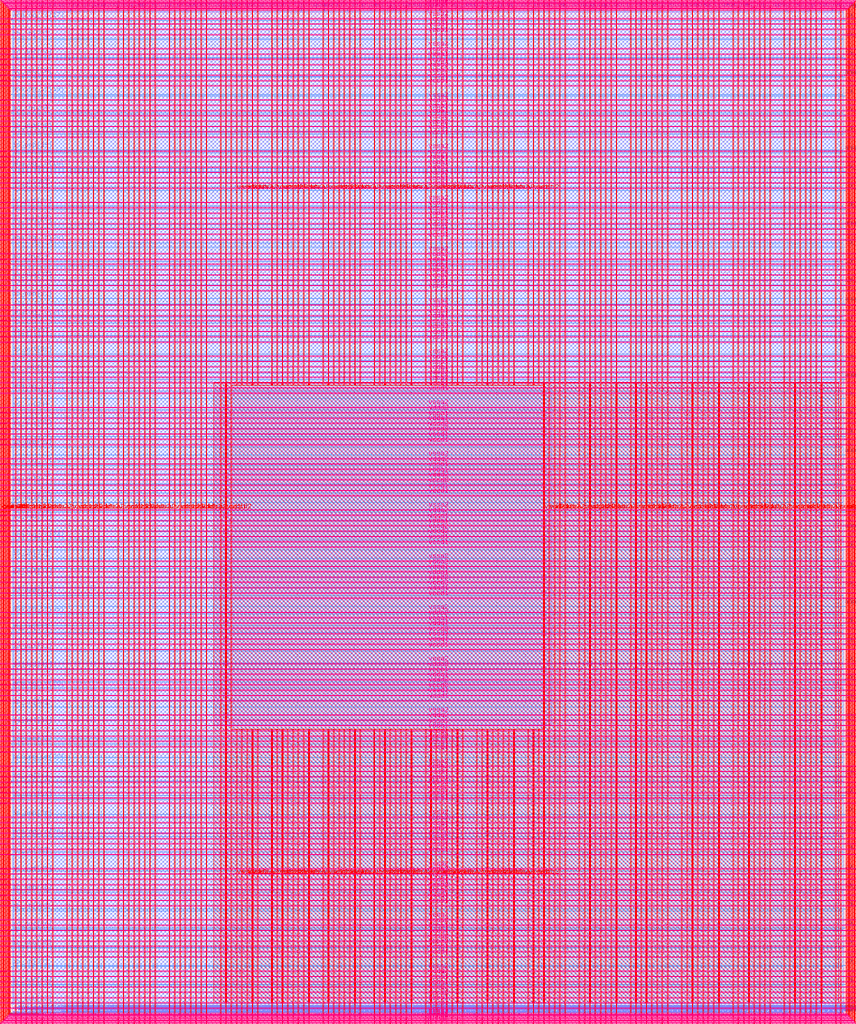
<source format=lef>
VERSION 5.7 ;
  NOWIREEXTENSIONATPIN ON ;
  DIVIDERCHAR "/" ;
  BUSBITCHARS "[]" ;
MACRO user_project_wrapper
  CLASS BLOCK ;
  FOREIGN user_project_wrapper ;
  ORIGIN 0.000 0.000 ;
  SIZE 2920.000 BY 3520.000 ;
  PIN analog_io[0]
    DIRECTION INOUT ;
    USE SIGNAL ;
    PORT
      LAYER met3 ;
        RECT 2917.600 1426.380 2924.800 1427.580 ;
    END
  END analog_io[0]
  PIN analog_io[10]
    DIRECTION INOUT ;
    USE SIGNAL ;
    PORT
      LAYER met2 ;
        RECT 2230.490 3517.600 2231.050 3524.800 ;
    END
  END analog_io[10]
  PIN analog_io[11]
    DIRECTION INOUT ;
    USE SIGNAL ;
    PORT
      LAYER met2 ;
        RECT 1905.730 3517.600 1906.290 3524.800 ;
    END
  END analog_io[11]
  PIN analog_io[12]
    DIRECTION INOUT ;
    USE SIGNAL ;
    PORT
      LAYER met2 ;
        RECT 1581.430 3517.600 1581.990 3524.800 ;
    END
  END analog_io[12]
  PIN analog_io[13]
    DIRECTION INOUT ;
    USE SIGNAL ;
    PORT
      LAYER met2 ;
        RECT 1257.130 3517.600 1257.690 3524.800 ;
    END
  END analog_io[13]
  PIN analog_io[14]
    DIRECTION INOUT ;
    USE SIGNAL ;
    PORT
      LAYER met2 ;
        RECT 932.370 3517.600 932.930 3524.800 ;
    END
  END analog_io[14]
  PIN analog_io[15]
    DIRECTION INOUT ;
    USE SIGNAL ;
    PORT
      LAYER met2 ;
        RECT 608.070 3517.600 608.630 3524.800 ;
    END
  END analog_io[15]
  PIN analog_io[16]
    DIRECTION INOUT ;
    USE SIGNAL ;
    PORT
      LAYER met2 ;
        RECT 283.770 3517.600 284.330 3524.800 ;
    END
  END analog_io[16]
  PIN analog_io[17]
    DIRECTION INOUT ;
    USE SIGNAL ;
    PORT
      LAYER met3 ;
        RECT -4.800 3486.100 2.400 3487.300 ;
    END
  END analog_io[17]
  PIN analog_io[18]
    DIRECTION INOUT ;
    USE SIGNAL ;
    PORT
      LAYER met3 ;
        RECT -4.800 3224.980 2.400 3226.180 ;
    END
  END analog_io[18]
  PIN analog_io[19]
    DIRECTION INOUT ;
    USE SIGNAL ;
    PORT
      LAYER met3 ;
        RECT -4.800 2964.540 2.400 2965.740 ;
    END
  END analog_io[19]
  PIN analog_io[1]
    DIRECTION INOUT ;
    USE SIGNAL ;
    PORT
      LAYER met3 ;
        RECT 2917.600 1692.260 2924.800 1693.460 ;
    END
  END analog_io[1]
  PIN analog_io[20]
    DIRECTION INOUT ;
    USE SIGNAL ;
    PORT
      LAYER met3 ;
        RECT -4.800 2703.420 2.400 2704.620 ;
    END
  END analog_io[20]
  PIN analog_io[21]
    DIRECTION INOUT ;
    USE SIGNAL ;
    PORT
      LAYER met3 ;
        RECT -4.800 2442.980 2.400 2444.180 ;
    END
  END analog_io[21]
  PIN analog_io[22]
    DIRECTION INOUT ;
    USE SIGNAL ;
    PORT
      LAYER met3 ;
        RECT -4.800 2182.540 2.400 2183.740 ;
    END
  END analog_io[22]
  PIN analog_io[23]
    DIRECTION INOUT ;
    USE SIGNAL ;
    PORT
      LAYER met3 ;
        RECT -4.800 1921.420 2.400 1922.620 ;
    END
  END analog_io[23]
  PIN analog_io[24]
    DIRECTION INOUT ;
    USE SIGNAL ;
    PORT
      LAYER met3 ;
        RECT -4.800 1660.980 2.400 1662.180 ;
    END
  END analog_io[24]
  PIN analog_io[25]
    DIRECTION INOUT ;
    USE SIGNAL ;
    PORT
      LAYER met3 ;
        RECT -4.800 1399.860 2.400 1401.060 ;
    END
  END analog_io[25]
  PIN analog_io[26]
    DIRECTION INOUT ;
    USE SIGNAL ;
    PORT
      LAYER met3 ;
        RECT -4.800 1139.420 2.400 1140.620 ;
    END
  END analog_io[26]
  PIN analog_io[27]
    DIRECTION INOUT ;
    USE SIGNAL ;
    PORT
      LAYER met3 ;
        RECT -4.800 878.980 2.400 880.180 ;
    END
  END analog_io[27]
  PIN analog_io[28]
    DIRECTION INOUT ;
    USE SIGNAL ;
    PORT
      LAYER met3 ;
        RECT -4.800 617.860 2.400 619.060 ;
    END
  END analog_io[28]
  PIN analog_io[2]
    DIRECTION INOUT ;
    USE SIGNAL ;
    PORT
      LAYER met3 ;
        RECT 2917.600 1958.140 2924.800 1959.340 ;
    END
  END analog_io[2]
  PIN analog_io[3]
    DIRECTION INOUT ;
    USE SIGNAL ;
    PORT
      LAYER met3 ;
        RECT 2917.600 2223.340 2924.800 2224.540 ;
    END
  END analog_io[3]
  PIN analog_io[4]
    DIRECTION INOUT ;
    USE SIGNAL ;
    PORT
      LAYER met3 ;
        RECT 2917.600 2489.220 2924.800 2490.420 ;
    END
  END analog_io[4]
  PIN analog_io[5]
    DIRECTION INOUT ;
    USE SIGNAL ;
    PORT
      LAYER met3 ;
        RECT 2917.600 2755.100 2924.800 2756.300 ;
    END
  END analog_io[5]
  PIN analog_io[6]
    DIRECTION INOUT ;
    USE SIGNAL ;
    PORT
      LAYER met3 ;
        RECT 2917.600 3020.300 2924.800 3021.500 ;
    END
  END analog_io[6]
  PIN analog_io[7]
    DIRECTION INOUT ;
    USE SIGNAL ;
    PORT
      LAYER met3 ;
        RECT 2917.600 3286.180 2924.800 3287.380 ;
    END
  END analog_io[7]
  PIN analog_io[8]
    DIRECTION INOUT ;
    USE SIGNAL ;
    PORT
      LAYER met2 ;
        RECT 2879.090 3517.600 2879.650 3524.800 ;
    END
  END analog_io[8]
  PIN analog_io[9]
    DIRECTION INOUT ;
    USE SIGNAL ;
    PORT
      LAYER met2 ;
        RECT 2554.790 3517.600 2555.350 3524.800 ;
    END
  END analog_io[9]
  PIN io_in[0]
    DIRECTION INPUT ;
    USE SIGNAL ;
    PORT
      LAYER met3 ;
        RECT 2917.600 32.380 2924.800 33.580 ;
    END
  END io_in[0]
  PIN io_in[10]
    DIRECTION INPUT ;
    USE SIGNAL ;
    PORT
      LAYER met3 ;
        RECT 2917.600 2289.980 2924.800 2291.180 ;
    END
  END io_in[10]
  PIN io_in[11]
    DIRECTION INPUT ;
    USE SIGNAL ;
    PORT
      LAYER met3 ;
        RECT 2917.600 2555.860 2924.800 2557.060 ;
    END
  END io_in[11]
  PIN io_in[12]
    DIRECTION INPUT ;
    USE SIGNAL ;
    PORT
      LAYER met3 ;
        RECT 2917.600 2821.060 2924.800 2822.260 ;
    END
  END io_in[12]
  PIN io_in[13]
    DIRECTION INPUT ;
    USE SIGNAL ;
    PORT
      LAYER met3 ;
        RECT 2917.600 3086.940 2924.800 3088.140 ;
    END
  END io_in[13]
  PIN io_in[14]
    DIRECTION INPUT ;
    USE SIGNAL ;
    PORT
      LAYER met3 ;
        RECT 2917.600 3352.820 2924.800 3354.020 ;
    END
  END io_in[14]
  PIN io_in[15]
    DIRECTION INPUT ;
    USE SIGNAL ;
    PORT
      LAYER met2 ;
        RECT 2798.130 3517.600 2798.690 3524.800 ;
    END
  END io_in[15]
  PIN io_in[16]
    DIRECTION INPUT ;
    USE SIGNAL ;
    PORT
      LAYER met2 ;
        RECT 2473.830 3517.600 2474.390 3524.800 ;
    END
  END io_in[16]
  PIN io_in[17]
    DIRECTION INPUT ;
    USE SIGNAL ;
    PORT
      LAYER met2 ;
        RECT 2149.070 3517.600 2149.630 3524.800 ;
    END
  END io_in[17]
  PIN io_in[18]
    DIRECTION INPUT ;
    USE SIGNAL ;
    PORT
      LAYER met2 ;
        RECT 1824.770 3517.600 1825.330 3524.800 ;
    END
  END io_in[18]
  PIN io_in[19]
    DIRECTION INPUT ;
    USE SIGNAL ;
    PORT
      LAYER met2 ;
        RECT 1500.470 3517.600 1501.030 3524.800 ;
    END
  END io_in[19]
  PIN io_in[1]
    DIRECTION INPUT ;
    USE SIGNAL ;
    PORT
      LAYER met3 ;
        RECT 2917.600 230.940 2924.800 232.140 ;
    END
  END io_in[1]
  PIN io_in[20]
    DIRECTION INPUT ;
    USE SIGNAL ;
    PORT
      LAYER met2 ;
        RECT 1175.710 3517.600 1176.270 3524.800 ;
    END
  END io_in[20]
  PIN io_in[21]
    DIRECTION INPUT ;
    USE SIGNAL ;
    PORT
      LAYER met2 ;
        RECT 851.410 3517.600 851.970 3524.800 ;
    END
  END io_in[21]
  PIN io_in[22]
    DIRECTION INPUT ;
    USE SIGNAL ;
    PORT
      LAYER met2 ;
        RECT 527.110 3517.600 527.670 3524.800 ;
    END
  END io_in[22]
  PIN io_in[23]
    DIRECTION INPUT ;
    USE SIGNAL ;
    PORT
      LAYER met2 ;
        RECT 202.350 3517.600 202.910 3524.800 ;
    END
  END io_in[23]
  PIN io_in[24]
    DIRECTION INPUT ;
    USE SIGNAL ;
    PORT
      LAYER met3 ;
        RECT -4.800 3420.820 2.400 3422.020 ;
    END
  END io_in[24]
  PIN io_in[25]
    DIRECTION INPUT ;
    USE SIGNAL ;
    PORT
      LAYER met3 ;
        RECT -4.800 3159.700 2.400 3160.900 ;
    END
  END io_in[25]
  PIN io_in[26]
    DIRECTION INPUT ;
    USE SIGNAL ;
    PORT
      LAYER met3 ;
        RECT -4.800 2899.260 2.400 2900.460 ;
    END
  END io_in[26]
  PIN io_in[27]
    DIRECTION INPUT ;
    USE SIGNAL ;
    PORT
      LAYER met3 ;
        RECT -4.800 2638.820 2.400 2640.020 ;
    END
  END io_in[27]
  PIN io_in[28]
    DIRECTION INPUT ;
    USE SIGNAL ;
    PORT
      LAYER met3 ;
        RECT -4.800 2377.700 2.400 2378.900 ;
    END
  END io_in[28]
  PIN io_in[29]
    DIRECTION INPUT ;
    USE SIGNAL ;
    PORT
      LAYER met3 ;
        RECT -4.800 2117.260 2.400 2118.460 ;
    END
  END io_in[29]
  PIN io_in[2]
    DIRECTION INPUT ;
    USE SIGNAL ;
    PORT
      LAYER met3 ;
        RECT 2917.600 430.180 2924.800 431.380 ;
    END
  END io_in[2]
  PIN io_in[30]
    DIRECTION INPUT ;
    USE SIGNAL ;
    PORT
      LAYER met3 ;
        RECT -4.800 1856.140 2.400 1857.340 ;
    END
  END io_in[30]
  PIN io_in[31]
    DIRECTION INPUT ;
    USE SIGNAL ;
    PORT
      LAYER met3 ;
        RECT -4.800 1595.700 2.400 1596.900 ;
    END
  END io_in[31]
  PIN io_in[32]
    DIRECTION INPUT ;
    USE SIGNAL ;
    PORT
      LAYER met3 ;
        RECT -4.800 1335.260 2.400 1336.460 ;
    END
  END io_in[32]
  PIN io_in[33]
    DIRECTION INPUT ;
    USE SIGNAL ;
    PORT
      LAYER met3 ;
        RECT -4.800 1074.140 2.400 1075.340 ;
    END
  END io_in[33]
  PIN io_in[34]
    DIRECTION INPUT ;
    USE SIGNAL ;
    PORT
      LAYER met3 ;
        RECT -4.800 813.700 2.400 814.900 ;
    END
  END io_in[34]
  PIN io_in[35]
    DIRECTION INPUT ;
    USE SIGNAL ;
    PORT
      LAYER met3 ;
        RECT -4.800 552.580 2.400 553.780 ;
    END
  END io_in[35]
  PIN io_in[36]
    DIRECTION INPUT ;
    USE SIGNAL ;
    PORT
      LAYER met3 ;
        RECT -4.800 357.420 2.400 358.620 ;
    END
  END io_in[36]
  PIN io_in[37]
    DIRECTION INPUT ;
    USE SIGNAL ;
    PORT
      LAYER met3 ;
        RECT -4.800 161.580 2.400 162.780 ;
    END
  END io_in[37]
  PIN io_in[3]
    DIRECTION INPUT ;
    USE SIGNAL ;
    PORT
      LAYER met3 ;
        RECT 2917.600 629.420 2924.800 630.620 ;
    END
  END io_in[3]
  PIN io_in[4]
    DIRECTION INPUT ;
    USE SIGNAL ;
    PORT
      LAYER met3 ;
        RECT 2917.600 828.660 2924.800 829.860 ;
    END
  END io_in[4]
  PIN io_in[5]
    DIRECTION INPUT ;
    USE SIGNAL ;
    PORT
      LAYER met3 ;
        RECT 2917.600 1027.900 2924.800 1029.100 ;
    END
  END io_in[5]
  PIN io_in[6]
    DIRECTION INPUT ;
    USE SIGNAL ;
    PORT
      LAYER met3 ;
        RECT 2917.600 1227.140 2924.800 1228.340 ;
    END
  END io_in[6]
  PIN io_in[7]
    DIRECTION INPUT ;
    USE SIGNAL ;
    PORT
      LAYER met3 ;
        RECT 2917.600 1493.020 2924.800 1494.220 ;
    END
  END io_in[7]
  PIN io_in[8]
    DIRECTION INPUT ;
    USE SIGNAL ;
    PORT
      LAYER met3 ;
        RECT 2917.600 1758.900 2924.800 1760.100 ;
    END
  END io_in[8]
  PIN io_in[9]
    DIRECTION INPUT ;
    USE SIGNAL ;
    PORT
      LAYER met3 ;
        RECT 2917.600 2024.100 2924.800 2025.300 ;
    END
  END io_in[9]
  PIN io_oeb[0]
    DIRECTION OUTPUT TRISTATE ;
    USE SIGNAL ;
    PORT
      LAYER met3 ;
        RECT 2917.600 164.980 2924.800 166.180 ;
    END
  END io_oeb[0]
  PIN io_oeb[10]
    DIRECTION OUTPUT TRISTATE ;
    USE SIGNAL ;
    PORT
      LAYER met3 ;
        RECT 2917.600 2422.580 2924.800 2423.780 ;
    END
  END io_oeb[10]
  PIN io_oeb[11]
    DIRECTION OUTPUT TRISTATE ;
    USE SIGNAL ;
    PORT
      LAYER met3 ;
        RECT 2917.600 2688.460 2924.800 2689.660 ;
    END
  END io_oeb[11]
  PIN io_oeb[12]
    DIRECTION OUTPUT TRISTATE ;
    USE SIGNAL ;
    PORT
      LAYER met3 ;
        RECT 2917.600 2954.340 2924.800 2955.540 ;
    END
  END io_oeb[12]
  PIN io_oeb[13]
    DIRECTION OUTPUT TRISTATE ;
    USE SIGNAL ;
    PORT
      LAYER met3 ;
        RECT 2917.600 3219.540 2924.800 3220.740 ;
    END
  END io_oeb[13]
  PIN io_oeb[14]
    DIRECTION OUTPUT TRISTATE ;
    USE SIGNAL ;
    PORT
      LAYER met3 ;
        RECT 2917.600 3485.420 2924.800 3486.620 ;
    END
  END io_oeb[14]
  PIN io_oeb[15]
    DIRECTION OUTPUT TRISTATE ;
    USE SIGNAL ;
    PORT
      LAYER met2 ;
        RECT 2635.750 3517.600 2636.310 3524.800 ;
    END
  END io_oeb[15]
  PIN io_oeb[16]
    DIRECTION OUTPUT TRISTATE ;
    USE SIGNAL ;
    PORT
      LAYER met2 ;
        RECT 2311.450 3517.600 2312.010 3524.800 ;
    END
  END io_oeb[16]
  PIN io_oeb[17]
    DIRECTION OUTPUT TRISTATE ;
    USE SIGNAL ;
    PORT
      LAYER met2 ;
        RECT 1987.150 3517.600 1987.710 3524.800 ;
    END
  END io_oeb[17]
  PIN io_oeb[18]
    DIRECTION OUTPUT TRISTATE ;
    USE SIGNAL ;
    PORT
      LAYER met2 ;
        RECT 1662.390 3517.600 1662.950 3524.800 ;
    END
  END io_oeb[18]
  PIN io_oeb[19]
    DIRECTION OUTPUT TRISTATE ;
    USE SIGNAL ;
    PORT
      LAYER met2 ;
        RECT 1338.090 3517.600 1338.650 3524.800 ;
    END
  END io_oeb[19]
  PIN io_oeb[1]
    DIRECTION OUTPUT TRISTATE ;
    USE SIGNAL ;
    PORT
      LAYER met3 ;
        RECT 2917.600 364.220 2924.800 365.420 ;
    END
  END io_oeb[1]
  PIN io_oeb[20]
    DIRECTION OUTPUT TRISTATE ;
    USE SIGNAL ;
    PORT
      LAYER met2 ;
        RECT 1013.790 3517.600 1014.350 3524.800 ;
    END
  END io_oeb[20]
  PIN io_oeb[21]
    DIRECTION OUTPUT TRISTATE ;
    USE SIGNAL ;
    PORT
      LAYER met2 ;
        RECT 689.030 3517.600 689.590 3524.800 ;
    END
  END io_oeb[21]
  PIN io_oeb[22]
    DIRECTION OUTPUT TRISTATE ;
    USE SIGNAL ;
    PORT
      LAYER met2 ;
        RECT 364.730 3517.600 365.290 3524.800 ;
    END
  END io_oeb[22]
  PIN io_oeb[23]
    DIRECTION OUTPUT TRISTATE ;
    USE SIGNAL ;
    PORT
      LAYER met2 ;
        RECT 40.430 3517.600 40.990 3524.800 ;
    END
  END io_oeb[23]
  PIN io_oeb[24]
    DIRECTION OUTPUT TRISTATE ;
    USE SIGNAL ;
    PORT
      LAYER met3 ;
        RECT -4.800 3290.260 2.400 3291.460 ;
    END
  END io_oeb[24]
  PIN io_oeb[25]
    DIRECTION OUTPUT TRISTATE ;
    USE SIGNAL ;
    PORT
      LAYER met3 ;
        RECT -4.800 3029.820 2.400 3031.020 ;
    END
  END io_oeb[25]
  PIN io_oeb[26]
    DIRECTION OUTPUT TRISTATE ;
    USE SIGNAL ;
    PORT
      LAYER met3 ;
        RECT -4.800 2768.700 2.400 2769.900 ;
    END
  END io_oeb[26]
  PIN io_oeb[27]
    DIRECTION OUTPUT TRISTATE ;
    USE SIGNAL ;
    PORT
      LAYER met3 ;
        RECT -4.800 2508.260 2.400 2509.460 ;
    END
  END io_oeb[27]
  PIN io_oeb[28]
    DIRECTION OUTPUT TRISTATE ;
    USE SIGNAL ;
    PORT
      LAYER met3 ;
        RECT -4.800 2247.140 2.400 2248.340 ;
    END
  END io_oeb[28]
  PIN io_oeb[29]
    DIRECTION OUTPUT TRISTATE ;
    USE SIGNAL ;
    PORT
      LAYER met3 ;
        RECT -4.800 1986.700 2.400 1987.900 ;
    END
  END io_oeb[29]
  PIN io_oeb[2]
    DIRECTION OUTPUT TRISTATE ;
    USE SIGNAL ;
    PORT
      LAYER met3 ;
        RECT 2917.600 563.460 2924.800 564.660 ;
    END
  END io_oeb[2]
  PIN io_oeb[30]
    DIRECTION OUTPUT TRISTATE ;
    USE SIGNAL ;
    PORT
      LAYER met3 ;
        RECT -4.800 1726.260 2.400 1727.460 ;
    END
  END io_oeb[30]
  PIN io_oeb[31]
    DIRECTION OUTPUT TRISTATE ;
    USE SIGNAL ;
    PORT
      LAYER met3 ;
        RECT -4.800 1465.140 2.400 1466.340 ;
    END
  END io_oeb[31]
  PIN io_oeb[32]
    DIRECTION OUTPUT TRISTATE ;
    USE SIGNAL ;
    PORT
      LAYER met3 ;
        RECT -4.800 1204.700 2.400 1205.900 ;
    END
  END io_oeb[32]
  PIN io_oeb[33]
    DIRECTION OUTPUT TRISTATE ;
    USE SIGNAL ;
    PORT
      LAYER met3 ;
        RECT -4.800 943.580 2.400 944.780 ;
    END
  END io_oeb[33]
  PIN io_oeb[34]
    DIRECTION OUTPUT TRISTATE ;
    USE SIGNAL ;
    PORT
      LAYER met3 ;
        RECT -4.800 683.140 2.400 684.340 ;
    END
  END io_oeb[34]
  PIN io_oeb[35]
    DIRECTION OUTPUT TRISTATE ;
    USE SIGNAL ;
    PORT
      LAYER met3 ;
        RECT -4.800 422.700 2.400 423.900 ;
    END
  END io_oeb[35]
  PIN io_oeb[36]
    DIRECTION OUTPUT TRISTATE ;
    USE SIGNAL ;
    PORT
      LAYER met3 ;
        RECT -4.800 226.860 2.400 228.060 ;
    END
  END io_oeb[36]
  PIN io_oeb[37]
    DIRECTION OUTPUT TRISTATE ;
    USE SIGNAL ;
    PORT
      LAYER met3 ;
        RECT -4.800 31.700 2.400 32.900 ;
    END
  END io_oeb[37]
  PIN io_oeb[3]
    DIRECTION OUTPUT TRISTATE ;
    USE SIGNAL ;
    PORT
      LAYER met3 ;
        RECT 2917.600 762.700 2924.800 763.900 ;
    END
  END io_oeb[3]
  PIN io_oeb[4]
    DIRECTION OUTPUT TRISTATE ;
    USE SIGNAL ;
    PORT
      LAYER met3 ;
        RECT 2917.600 961.940 2924.800 963.140 ;
    END
  END io_oeb[4]
  PIN io_oeb[5]
    DIRECTION OUTPUT TRISTATE ;
    USE SIGNAL ;
    PORT
      LAYER met3 ;
        RECT 2917.600 1161.180 2924.800 1162.380 ;
    END
  END io_oeb[5]
  PIN io_oeb[6]
    DIRECTION OUTPUT TRISTATE ;
    USE SIGNAL ;
    PORT
      LAYER met3 ;
        RECT 2917.600 1360.420 2924.800 1361.620 ;
    END
  END io_oeb[6]
  PIN io_oeb[7]
    DIRECTION OUTPUT TRISTATE ;
    USE SIGNAL ;
    PORT
      LAYER met3 ;
        RECT 2917.600 1625.620 2924.800 1626.820 ;
    END
  END io_oeb[7]
  PIN io_oeb[8]
    DIRECTION OUTPUT TRISTATE ;
    USE SIGNAL ;
    PORT
      LAYER met3 ;
        RECT 2917.600 1891.500 2924.800 1892.700 ;
    END
  END io_oeb[8]
  PIN io_oeb[9]
    DIRECTION OUTPUT TRISTATE ;
    USE SIGNAL ;
    PORT
      LAYER met3 ;
        RECT 2917.600 2157.380 2924.800 2158.580 ;
    END
  END io_oeb[9]
  PIN io_out[0]
    DIRECTION OUTPUT TRISTATE ;
    USE SIGNAL ;
    PORT
      LAYER met3 ;
        RECT 2917.600 98.340 2924.800 99.540 ;
    END
  END io_out[0]
  PIN io_out[10]
    DIRECTION OUTPUT TRISTATE ;
    USE SIGNAL ;
    PORT
      LAYER met3 ;
        RECT 2917.600 2356.620 2924.800 2357.820 ;
    END
  END io_out[10]
  PIN io_out[11]
    DIRECTION OUTPUT TRISTATE ;
    USE SIGNAL ;
    PORT
      LAYER met3 ;
        RECT 2917.600 2621.820 2924.800 2623.020 ;
    END
  END io_out[11]
  PIN io_out[12]
    DIRECTION OUTPUT TRISTATE ;
    USE SIGNAL ;
    PORT
      LAYER met3 ;
        RECT 2917.600 2887.700 2924.800 2888.900 ;
    END
  END io_out[12]
  PIN io_out[13]
    DIRECTION OUTPUT TRISTATE ;
    USE SIGNAL ;
    PORT
      LAYER met3 ;
        RECT 2917.600 3153.580 2924.800 3154.780 ;
    END
  END io_out[13]
  PIN io_out[14]
    DIRECTION OUTPUT TRISTATE ;
    USE SIGNAL ;
    PORT
      LAYER met3 ;
        RECT 2917.600 3418.780 2924.800 3419.980 ;
    END
  END io_out[14]
  PIN io_out[15]
    DIRECTION OUTPUT TRISTATE ;
    USE SIGNAL ;
    PORT
      LAYER met2 ;
        RECT 2717.170 3517.600 2717.730 3524.800 ;
    END
  END io_out[15]
  PIN io_out[16]
    DIRECTION OUTPUT TRISTATE ;
    USE SIGNAL ;
    PORT
      LAYER met2 ;
        RECT 2392.410 3517.600 2392.970 3524.800 ;
    END
  END io_out[16]
  PIN io_out[17]
    DIRECTION OUTPUT TRISTATE ;
    USE SIGNAL ;
    PORT
      LAYER met2 ;
        RECT 2068.110 3517.600 2068.670 3524.800 ;
    END
  END io_out[17]
  PIN io_out[18]
    DIRECTION OUTPUT TRISTATE ;
    USE SIGNAL ;
    PORT
      LAYER met2 ;
        RECT 1743.810 3517.600 1744.370 3524.800 ;
    END
  END io_out[18]
  PIN io_out[19]
    DIRECTION OUTPUT TRISTATE ;
    USE SIGNAL ;
    PORT
      LAYER met2 ;
        RECT 1419.050 3517.600 1419.610 3524.800 ;
    END
  END io_out[19]
  PIN io_out[1]
    DIRECTION OUTPUT TRISTATE ;
    USE SIGNAL ;
    PORT
      LAYER met3 ;
        RECT 2917.600 297.580 2924.800 298.780 ;
    END
  END io_out[1]
  PIN io_out[20]
    DIRECTION OUTPUT TRISTATE ;
    USE SIGNAL ;
    PORT
      LAYER met2 ;
        RECT 1094.750 3517.600 1095.310 3524.800 ;
    END
  END io_out[20]
  PIN io_out[21]
    DIRECTION OUTPUT TRISTATE ;
    USE SIGNAL ;
    PORT
      LAYER met2 ;
        RECT 770.450 3517.600 771.010 3524.800 ;
    END
  END io_out[21]
  PIN io_out[22]
    DIRECTION OUTPUT TRISTATE ;
    USE SIGNAL ;
    PORT
      LAYER met2 ;
        RECT 445.690 3517.600 446.250 3524.800 ;
    END
  END io_out[22]
  PIN io_out[23]
    DIRECTION OUTPUT TRISTATE ;
    USE SIGNAL ;
    PORT
      LAYER met2 ;
        RECT 121.390 3517.600 121.950 3524.800 ;
    END
  END io_out[23]
  PIN io_out[24]
    DIRECTION OUTPUT TRISTATE ;
    USE SIGNAL ;
    PORT
      LAYER met3 ;
        RECT -4.800 3355.540 2.400 3356.740 ;
    END
  END io_out[24]
  PIN io_out[25]
    DIRECTION OUTPUT TRISTATE ;
    USE SIGNAL ;
    PORT
      LAYER met3 ;
        RECT -4.800 3095.100 2.400 3096.300 ;
    END
  END io_out[25]
  PIN io_out[26]
    DIRECTION OUTPUT TRISTATE ;
    USE SIGNAL ;
    PORT
      LAYER met3 ;
        RECT -4.800 2833.980 2.400 2835.180 ;
    END
  END io_out[26]
  PIN io_out[27]
    DIRECTION OUTPUT TRISTATE ;
    USE SIGNAL ;
    PORT
      LAYER met3 ;
        RECT -4.800 2573.540 2.400 2574.740 ;
    END
  END io_out[27]
  PIN io_out[28]
    DIRECTION OUTPUT TRISTATE ;
    USE SIGNAL ;
    PORT
      LAYER met3 ;
        RECT -4.800 2312.420 2.400 2313.620 ;
    END
  END io_out[28]
  PIN io_out[29]
    DIRECTION OUTPUT TRISTATE ;
    USE SIGNAL ;
    PORT
      LAYER met3 ;
        RECT -4.800 2051.980 2.400 2053.180 ;
    END
  END io_out[29]
  PIN io_out[2]
    DIRECTION OUTPUT TRISTATE ;
    USE SIGNAL ;
    PORT
      LAYER met3 ;
        RECT 2917.600 496.820 2924.800 498.020 ;
    END
  END io_out[2]
  PIN io_out[30]
    DIRECTION OUTPUT TRISTATE ;
    USE SIGNAL ;
    PORT
      LAYER met3 ;
        RECT -4.800 1791.540 2.400 1792.740 ;
    END
  END io_out[30]
  PIN io_out[31]
    DIRECTION OUTPUT TRISTATE ;
    USE SIGNAL ;
    PORT
      LAYER met3 ;
        RECT -4.800 1530.420 2.400 1531.620 ;
    END
  END io_out[31]
  PIN io_out[32]
    DIRECTION OUTPUT TRISTATE ;
    USE SIGNAL ;
    PORT
      LAYER met3 ;
        RECT -4.800 1269.980 2.400 1271.180 ;
    END
  END io_out[32]
  PIN io_out[33]
    DIRECTION OUTPUT TRISTATE ;
    USE SIGNAL ;
    PORT
      LAYER met3 ;
        RECT -4.800 1008.860 2.400 1010.060 ;
    END
  END io_out[33]
  PIN io_out[34]
    DIRECTION OUTPUT TRISTATE ;
    USE SIGNAL ;
    PORT
      LAYER met3 ;
        RECT -4.800 748.420 2.400 749.620 ;
    END
  END io_out[34]
  PIN io_out[35]
    DIRECTION OUTPUT TRISTATE ;
    USE SIGNAL ;
    PORT
      LAYER met3 ;
        RECT -4.800 487.300 2.400 488.500 ;
    END
  END io_out[35]
  PIN io_out[36]
    DIRECTION OUTPUT TRISTATE ;
    USE SIGNAL ;
    PORT
      LAYER met3 ;
        RECT -4.800 292.140 2.400 293.340 ;
    END
  END io_out[36]
  PIN io_out[37]
    DIRECTION OUTPUT TRISTATE ;
    USE SIGNAL ;
    PORT
      LAYER met3 ;
        RECT -4.800 96.300 2.400 97.500 ;
    END
  END io_out[37]
  PIN io_out[3]
    DIRECTION OUTPUT TRISTATE ;
    USE SIGNAL ;
    PORT
      LAYER met3 ;
        RECT 2917.600 696.060 2924.800 697.260 ;
    END
  END io_out[3]
  PIN io_out[4]
    DIRECTION OUTPUT TRISTATE ;
    USE SIGNAL ;
    PORT
      LAYER met3 ;
        RECT 2917.600 895.300 2924.800 896.500 ;
    END
  END io_out[4]
  PIN io_out[5]
    DIRECTION OUTPUT TRISTATE ;
    USE SIGNAL ;
    PORT
      LAYER met3 ;
        RECT 2917.600 1094.540 2924.800 1095.740 ;
    END
  END io_out[5]
  PIN io_out[6]
    DIRECTION OUTPUT TRISTATE ;
    USE SIGNAL ;
    PORT
      LAYER met3 ;
        RECT 2917.600 1293.780 2924.800 1294.980 ;
    END
  END io_out[6]
  PIN io_out[7]
    DIRECTION OUTPUT TRISTATE ;
    USE SIGNAL ;
    PORT
      LAYER met3 ;
        RECT 2917.600 1559.660 2924.800 1560.860 ;
    END
  END io_out[7]
  PIN io_out[8]
    DIRECTION OUTPUT TRISTATE ;
    USE SIGNAL ;
    PORT
      LAYER met3 ;
        RECT 2917.600 1824.860 2924.800 1826.060 ;
    END
  END io_out[8]
  PIN io_out[9]
    DIRECTION OUTPUT TRISTATE ;
    USE SIGNAL ;
    PORT
      LAYER met3 ;
        RECT 2917.600 2090.740 2924.800 2091.940 ;
    END
  END io_out[9]
  PIN la_data_in[0]
    DIRECTION INPUT ;
    USE SIGNAL ;
    PORT
      LAYER met2 ;
        RECT 629.230 -4.800 629.790 2.400 ;
    END
  END la_data_in[0]
  PIN la_data_in[100]
    DIRECTION INPUT ;
    USE SIGNAL ;
    PORT
      LAYER met2 ;
        RECT 2402.530 -4.800 2403.090 2.400 ;
    END
  END la_data_in[100]
  PIN la_data_in[101]
    DIRECTION INPUT ;
    USE SIGNAL ;
    PORT
      LAYER met2 ;
        RECT 2420.010 -4.800 2420.570 2.400 ;
    END
  END la_data_in[101]
  PIN la_data_in[102]
    DIRECTION INPUT ;
    USE SIGNAL ;
    PORT
      LAYER met2 ;
        RECT 2437.950 -4.800 2438.510 2.400 ;
    END
  END la_data_in[102]
  PIN la_data_in[103]
    DIRECTION INPUT ;
    USE SIGNAL ;
    PORT
      LAYER met2 ;
        RECT 2455.430 -4.800 2455.990 2.400 ;
    END
  END la_data_in[103]
  PIN la_data_in[104]
    DIRECTION INPUT ;
    USE SIGNAL ;
    PORT
      LAYER met2 ;
        RECT 2473.370 -4.800 2473.930 2.400 ;
    END
  END la_data_in[104]
  PIN la_data_in[105]
    DIRECTION INPUT ;
    USE SIGNAL ;
    PORT
      LAYER met2 ;
        RECT 2490.850 -4.800 2491.410 2.400 ;
    END
  END la_data_in[105]
  PIN la_data_in[106]
    DIRECTION INPUT ;
    USE SIGNAL ;
    PORT
      LAYER met2 ;
        RECT 2508.790 -4.800 2509.350 2.400 ;
    END
  END la_data_in[106]
  PIN la_data_in[107]
    DIRECTION INPUT ;
    USE SIGNAL ;
    PORT
      LAYER met2 ;
        RECT 2526.730 -4.800 2527.290 2.400 ;
    END
  END la_data_in[107]
  PIN la_data_in[108]
    DIRECTION INPUT ;
    USE SIGNAL ;
    PORT
      LAYER met2 ;
        RECT 2544.210 -4.800 2544.770 2.400 ;
    END
  END la_data_in[108]
  PIN la_data_in[109]
    DIRECTION INPUT ;
    USE SIGNAL ;
    PORT
      LAYER met2 ;
        RECT 2562.150 -4.800 2562.710 2.400 ;
    END
  END la_data_in[109]
  PIN la_data_in[10]
    DIRECTION INPUT ;
    USE SIGNAL ;
    PORT
      LAYER met2 ;
        RECT 806.330 -4.800 806.890 2.400 ;
    END
  END la_data_in[10]
  PIN la_data_in[110]
    DIRECTION INPUT ;
    USE SIGNAL ;
    PORT
      LAYER met2 ;
        RECT 2579.630 -4.800 2580.190 2.400 ;
    END
  END la_data_in[110]
  PIN la_data_in[111]
    DIRECTION INPUT ;
    USE SIGNAL ;
    PORT
      LAYER met2 ;
        RECT 2597.570 -4.800 2598.130 2.400 ;
    END
  END la_data_in[111]
  PIN la_data_in[112]
    DIRECTION INPUT ;
    USE SIGNAL ;
    PORT
      LAYER met2 ;
        RECT 2615.050 -4.800 2615.610 2.400 ;
    END
  END la_data_in[112]
  PIN la_data_in[113]
    DIRECTION INPUT ;
    USE SIGNAL ;
    PORT
      LAYER met2 ;
        RECT 2632.990 -4.800 2633.550 2.400 ;
    END
  END la_data_in[113]
  PIN la_data_in[114]
    DIRECTION INPUT ;
    USE SIGNAL ;
    PORT
      LAYER met2 ;
        RECT 2650.470 -4.800 2651.030 2.400 ;
    END
  END la_data_in[114]
  PIN la_data_in[115]
    DIRECTION INPUT ;
    USE SIGNAL ;
    PORT
      LAYER met2 ;
        RECT 2668.410 -4.800 2668.970 2.400 ;
    END
  END la_data_in[115]
  PIN la_data_in[116]
    DIRECTION INPUT ;
    USE SIGNAL ;
    PORT
      LAYER met2 ;
        RECT 2685.890 -4.800 2686.450 2.400 ;
    END
  END la_data_in[116]
  PIN la_data_in[117]
    DIRECTION INPUT ;
    USE SIGNAL ;
    PORT
      LAYER met2 ;
        RECT 2703.830 -4.800 2704.390 2.400 ;
    END
  END la_data_in[117]
  PIN la_data_in[118]
    DIRECTION INPUT ;
    USE SIGNAL ;
    PORT
      LAYER met2 ;
        RECT 2721.770 -4.800 2722.330 2.400 ;
    END
  END la_data_in[118]
  PIN la_data_in[119]
    DIRECTION INPUT ;
    USE SIGNAL ;
    PORT
      LAYER met2 ;
        RECT 2739.250 -4.800 2739.810 2.400 ;
    END
  END la_data_in[119]
  PIN la_data_in[11]
    DIRECTION INPUT ;
    USE SIGNAL ;
    PORT
      LAYER met2 ;
        RECT 824.270 -4.800 824.830 2.400 ;
    END
  END la_data_in[11]
  PIN la_data_in[120]
    DIRECTION INPUT ;
    USE SIGNAL ;
    PORT
      LAYER met2 ;
        RECT 2757.190 -4.800 2757.750 2.400 ;
    END
  END la_data_in[120]
  PIN la_data_in[121]
    DIRECTION INPUT ;
    USE SIGNAL ;
    PORT
      LAYER met2 ;
        RECT 2774.670 -4.800 2775.230 2.400 ;
    END
  END la_data_in[121]
  PIN la_data_in[122]
    DIRECTION INPUT ;
    USE SIGNAL ;
    PORT
      LAYER met2 ;
        RECT 2792.610 -4.800 2793.170 2.400 ;
    END
  END la_data_in[122]
  PIN la_data_in[123]
    DIRECTION INPUT ;
    USE SIGNAL ;
    PORT
      LAYER met2 ;
        RECT 2810.090 -4.800 2810.650 2.400 ;
    END
  END la_data_in[123]
  PIN la_data_in[124]
    DIRECTION INPUT ;
    USE SIGNAL ;
    PORT
      LAYER met2 ;
        RECT 2828.030 -4.800 2828.590 2.400 ;
    END
  END la_data_in[124]
  PIN la_data_in[125]
    DIRECTION INPUT ;
    USE SIGNAL ;
    PORT
      LAYER met2 ;
        RECT 2845.510 -4.800 2846.070 2.400 ;
    END
  END la_data_in[125]
  PIN la_data_in[126]
    DIRECTION INPUT ;
    USE SIGNAL ;
    PORT
      LAYER met2 ;
        RECT 2863.450 -4.800 2864.010 2.400 ;
    END
  END la_data_in[126]
  PIN la_data_in[127]
    DIRECTION INPUT ;
    USE SIGNAL ;
    PORT
      LAYER met2 ;
        RECT 2881.390 -4.800 2881.950 2.400 ;
    END
  END la_data_in[127]
  PIN la_data_in[12]
    DIRECTION INPUT ;
    USE SIGNAL ;
    PORT
      LAYER met2 ;
        RECT 841.750 -4.800 842.310 2.400 ;
    END
  END la_data_in[12]
  PIN la_data_in[13]
    DIRECTION INPUT ;
    USE SIGNAL ;
    PORT
      LAYER met2 ;
        RECT 859.690 -4.800 860.250 2.400 ;
    END
  END la_data_in[13]
  PIN la_data_in[14]
    DIRECTION INPUT ;
    USE SIGNAL ;
    PORT
      LAYER met2 ;
        RECT 877.170 -4.800 877.730 2.400 ;
    END
  END la_data_in[14]
  PIN la_data_in[15]
    DIRECTION INPUT ;
    USE SIGNAL ;
    PORT
      LAYER met2 ;
        RECT 895.110 -4.800 895.670 2.400 ;
    END
  END la_data_in[15]
  PIN la_data_in[16]
    DIRECTION INPUT ;
    USE SIGNAL ;
    PORT
      LAYER met2 ;
        RECT 912.590 -4.800 913.150 2.400 ;
    END
  END la_data_in[16]
  PIN la_data_in[17]
    DIRECTION INPUT ;
    USE SIGNAL ;
    PORT
      LAYER met2 ;
        RECT 930.530 -4.800 931.090 2.400 ;
    END
  END la_data_in[17]
  PIN la_data_in[18]
    DIRECTION INPUT ;
    USE SIGNAL ;
    PORT
      LAYER met2 ;
        RECT 948.470 -4.800 949.030 2.400 ;
    END
  END la_data_in[18]
  PIN la_data_in[19]
    DIRECTION INPUT ;
    USE SIGNAL ;
    PORT
      LAYER met2 ;
        RECT 965.950 -4.800 966.510 2.400 ;
    END
  END la_data_in[19]
  PIN la_data_in[1]
    DIRECTION INPUT ;
    USE SIGNAL ;
    PORT
      LAYER met2 ;
        RECT 646.710 -4.800 647.270 2.400 ;
    END
  END la_data_in[1]
  PIN la_data_in[20]
    DIRECTION INPUT ;
    USE SIGNAL ;
    PORT
      LAYER met2 ;
        RECT 983.890 -4.800 984.450 2.400 ;
    END
  END la_data_in[20]
  PIN la_data_in[21]
    DIRECTION INPUT ;
    USE SIGNAL ;
    PORT
      LAYER met2 ;
        RECT 1001.370 -4.800 1001.930 2.400 ;
    END
  END la_data_in[21]
  PIN la_data_in[22]
    DIRECTION INPUT ;
    USE SIGNAL ;
    PORT
      LAYER met2 ;
        RECT 1019.310 -4.800 1019.870 2.400 ;
    END
  END la_data_in[22]
  PIN la_data_in[23]
    DIRECTION INPUT ;
    USE SIGNAL ;
    PORT
      LAYER met2 ;
        RECT 1036.790 -4.800 1037.350 2.400 ;
    END
  END la_data_in[23]
  PIN la_data_in[24]
    DIRECTION INPUT ;
    USE SIGNAL ;
    PORT
      LAYER met2 ;
        RECT 1054.730 -4.800 1055.290 2.400 ;
    END
  END la_data_in[24]
  PIN la_data_in[25]
    DIRECTION INPUT ;
    USE SIGNAL ;
    PORT
      LAYER met2 ;
        RECT 1072.210 -4.800 1072.770 2.400 ;
    END
  END la_data_in[25]
  PIN la_data_in[26]
    DIRECTION INPUT ;
    USE SIGNAL ;
    PORT
      LAYER met2 ;
        RECT 1090.150 -4.800 1090.710 2.400 ;
    END
  END la_data_in[26]
  PIN la_data_in[27]
    DIRECTION INPUT ;
    USE SIGNAL ;
    PORT
      LAYER met2 ;
        RECT 1107.630 -4.800 1108.190 2.400 ;
    END
  END la_data_in[27]
  PIN la_data_in[28]
    DIRECTION INPUT ;
    USE SIGNAL ;
    PORT
      LAYER met2 ;
        RECT 1125.570 -4.800 1126.130 2.400 ;
    END
  END la_data_in[28]
  PIN la_data_in[29]
    DIRECTION INPUT ;
    USE SIGNAL ;
    PORT
      LAYER met2 ;
        RECT 1143.510 -4.800 1144.070 2.400 ;
    END
  END la_data_in[29]
  PIN la_data_in[2]
    DIRECTION INPUT ;
    USE SIGNAL ;
    PORT
      LAYER met2 ;
        RECT 664.650 -4.800 665.210 2.400 ;
    END
  END la_data_in[2]
  PIN la_data_in[30]
    DIRECTION INPUT ;
    USE SIGNAL ;
    PORT
      LAYER met2 ;
        RECT 1160.990 -4.800 1161.550 2.400 ;
    END
  END la_data_in[30]
  PIN la_data_in[31]
    DIRECTION INPUT ;
    USE SIGNAL ;
    PORT
      LAYER met2 ;
        RECT 1178.930 -4.800 1179.490 2.400 ;
    END
  END la_data_in[31]
  PIN la_data_in[32]
    DIRECTION INPUT ;
    USE SIGNAL ;
    PORT
      LAYER met2 ;
        RECT 1196.410 -4.800 1196.970 2.400 ;
    END
  END la_data_in[32]
  PIN la_data_in[33]
    DIRECTION INPUT ;
    USE SIGNAL ;
    PORT
      LAYER met2 ;
        RECT 1214.350 -4.800 1214.910 2.400 ;
    END
  END la_data_in[33]
  PIN la_data_in[34]
    DIRECTION INPUT ;
    USE SIGNAL ;
    PORT
      LAYER met2 ;
        RECT 1231.830 -4.800 1232.390 2.400 ;
    END
  END la_data_in[34]
  PIN la_data_in[35]
    DIRECTION INPUT ;
    USE SIGNAL ;
    PORT
      LAYER met2 ;
        RECT 1249.770 -4.800 1250.330 2.400 ;
    END
  END la_data_in[35]
  PIN la_data_in[36]
    DIRECTION INPUT ;
    USE SIGNAL ;
    PORT
      LAYER met2 ;
        RECT 1267.250 -4.800 1267.810 2.400 ;
    END
  END la_data_in[36]
  PIN la_data_in[37]
    DIRECTION INPUT ;
    USE SIGNAL ;
    PORT
      LAYER met2 ;
        RECT 1285.190 -4.800 1285.750 2.400 ;
    END
  END la_data_in[37]
  PIN la_data_in[38]
    DIRECTION INPUT ;
    USE SIGNAL ;
    PORT
      LAYER met2 ;
        RECT 1303.130 -4.800 1303.690 2.400 ;
    END
  END la_data_in[38]
  PIN la_data_in[39]
    DIRECTION INPUT ;
    USE SIGNAL ;
    PORT
      LAYER met2 ;
        RECT 1320.610 -4.800 1321.170 2.400 ;
    END
  END la_data_in[39]
  PIN la_data_in[3]
    DIRECTION INPUT ;
    USE SIGNAL ;
    PORT
      LAYER met2 ;
        RECT 682.130 -4.800 682.690 2.400 ;
    END
  END la_data_in[3]
  PIN la_data_in[40]
    DIRECTION INPUT ;
    USE SIGNAL ;
    PORT
      LAYER met2 ;
        RECT 1338.550 -4.800 1339.110 2.400 ;
    END
  END la_data_in[40]
  PIN la_data_in[41]
    DIRECTION INPUT ;
    USE SIGNAL ;
    PORT
      LAYER met2 ;
        RECT 1356.030 -4.800 1356.590 2.400 ;
    END
  END la_data_in[41]
  PIN la_data_in[42]
    DIRECTION INPUT ;
    USE SIGNAL ;
    PORT
      LAYER met2 ;
        RECT 1373.970 -4.800 1374.530 2.400 ;
    END
  END la_data_in[42]
  PIN la_data_in[43]
    DIRECTION INPUT ;
    USE SIGNAL ;
    PORT
      LAYER met2 ;
        RECT 1391.450 -4.800 1392.010 2.400 ;
    END
  END la_data_in[43]
  PIN la_data_in[44]
    DIRECTION INPUT ;
    USE SIGNAL ;
    PORT
      LAYER met2 ;
        RECT 1409.390 -4.800 1409.950 2.400 ;
    END
  END la_data_in[44]
  PIN la_data_in[45]
    DIRECTION INPUT ;
    USE SIGNAL ;
    PORT
      LAYER met2 ;
        RECT 1426.870 -4.800 1427.430 2.400 ;
    END
  END la_data_in[45]
  PIN la_data_in[46]
    DIRECTION INPUT ;
    USE SIGNAL ;
    PORT
      LAYER met2 ;
        RECT 1444.810 -4.800 1445.370 2.400 ;
    END
  END la_data_in[46]
  PIN la_data_in[47]
    DIRECTION INPUT ;
    USE SIGNAL ;
    PORT
      LAYER met2 ;
        RECT 1462.750 -4.800 1463.310 2.400 ;
    END
  END la_data_in[47]
  PIN la_data_in[48]
    DIRECTION INPUT ;
    USE SIGNAL ;
    PORT
      LAYER met2 ;
        RECT 1480.230 -4.800 1480.790 2.400 ;
    END
  END la_data_in[48]
  PIN la_data_in[49]
    DIRECTION INPUT ;
    USE SIGNAL ;
    PORT
      LAYER met2 ;
        RECT 1498.170 -4.800 1498.730 2.400 ;
    END
  END la_data_in[49]
  PIN la_data_in[4]
    DIRECTION INPUT ;
    USE SIGNAL ;
    PORT
      LAYER met2 ;
        RECT 700.070 -4.800 700.630 2.400 ;
    END
  END la_data_in[4]
  PIN la_data_in[50]
    DIRECTION INPUT ;
    USE SIGNAL ;
    PORT
      LAYER met2 ;
        RECT 1515.650 -4.800 1516.210 2.400 ;
    END
  END la_data_in[50]
  PIN la_data_in[51]
    DIRECTION INPUT ;
    USE SIGNAL ;
    PORT
      LAYER met2 ;
        RECT 1533.590 -4.800 1534.150 2.400 ;
    END
  END la_data_in[51]
  PIN la_data_in[52]
    DIRECTION INPUT ;
    USE SIGNAL ;
    PORT
      LAYER met2 ;
        RECT 1551.070 -4.800 1551.630 2.400 ;
    END
  END la_data_in[52]
  PIN la_data_in[53]
    DIRECTION INPUT ;
    USE SIGNAL ;
    PORT
      LAYER met2 ;
        RECT 1569.010 -4.800 1569.570 2.400 ;
    END
  END la_data_in[53]
  PIN la_data_in[54]
    DIRECTION INPUT ;
    USE SIGNAL ;
    PORT
      LAYER met2 ;
        RECT 1586.490 -4.800 1587.050 2.400 ;
    END
  END la_data_in[54]
  PIN la_data_in[55]
    DIRECTION INPUT ;
    USE SIGNAL ;
    PORT
      LAYER met2 ;
        RECT 1604.430 -4.800 1604.990 2.400 ;
    END
  END la_data_in[55]
  PIN la_data_in[56]
    DIRECTION INPUT ;
    USE SIGNAL ;
    PORT
      LAYER met2 ;
        RECT 1621.910 -4.800 1622.470 2.400 ;
    END
  END la_data_in[56]
  PIN la_data_in[57]
    DIRECTION INPUT ;
    USE SIGNAL ;
    PORT
      LAYER met2 ;
        RECT 1639.850 -4.800 1640.410 2.400 ;
    END
  END la_data_in[57]
  PIN la_data_in[58]
    DIRECTION INPUT ;
    USE SIGNAL ;
    PORT
      LAYER met2 ;
        RECT 1657.790 -4.800 1658.350 2.400 ;
    END
  END la_data_in[58]
  PIN la_data_in[59]
    DIRECTION INPUT ;
    USE SIGNAL ;
    PORT
      LAYER met2 ;
        RECT 1675.270 -4.800 1675.830 2.400 ;
    END
  END la_data_in[59]
  PIN la_data_in[5]
    DIRECTION INPUT ;
    USE SIGNAL ;
    PORT
      LAYER met2 ;
        RECT 717.550 -4.800 718.110 2.400 ;
    END
  END la_data_in[5]
  PIN la_data_in[60]
    DIRECTION INPUT ;
    USE SIGNAL ;
    PORT
      LAYER met2 ;
        RECT 1693.210 -4.800 1693.770 2.400 ;
    END
  END la_data_in[60]
  PIN la_data_in[61]
    DIRECTION INPUT ;
    USE SIGNAL ;
    PORT
      LAYER met2 ;
        RECT 1710.690 -4.800 1711.250 2.400 ;
    END
  END la_data_in[61]
  PIN la_data_in[62]
    DIRECTION INPUT ;
    USE SIGNAL ;
    PORT
      LAYER met2 ;
        RECT 1728.630 -4.800 1729.190 2.400 ;
    END
  END la_data_in[62]
  PIN la_data_in[63]
    DIRECTION INPUT ;
    USE SIGNAL ;
    PORT
      LAYER met2 ;
        RECT 1746.110 -4.800 1746.670 2.400 ;
    END
  END la_data_in[63]
  PIN la_data_in[64]
    DIRECTION INPUT ;
    USE SIGNAL ;
    PORT
      LAYER met2 ;
        RECT 1764.050 -4.800 1764.610 2.400 ;
    END
  END la_data_in[64]
  PIN la_data_in[65]
    DIRECTION INPUT ;
    USE SIGNAL ;
    PORT
      LAYER met2 ;
        RECT 1781.530 -4.800 1782.090 2.400 ;
    END
  END la_data_in[65]
  PIN la_data_in[66]
    DIRECTION INPUT ;
    USE SIGNAL ;
    PORT
      LAYER met2 ;
        RECT 1799.470 -4.800 1800.030 2.400 ;
    END
  END la_data_in[66]
  PIN la_data_in[67]
    DIRECTION INPUT ;
    USE SIGNAL ;
    PORT
      LAYER met2 ;
        RECT 1817.410 -4.800 1817.970 2.400 ;
    END
  END la_data_in[67]
  PIN la_data_in[68]
    DIRECTION INPUT ;
    USE SIGNAL ;
    PORT
      LAYER met2 ;
        RECT 1834.890 -4.800 1835.450 2.400 ;
    END
  END la_data_in[68]
  PIN la_data_in[69]
    DIRECTION INPUT ;
    USE SIGNAL ;
    PORT
      LAYER met2 ;
        RECT 1852.830 -4.800 1853.390 2.400 ;
    END
  END la_data_in[69]
  PIN la_data_in[6]
    DIRECTION INPUT ;
    USE SIGNAL ;
    PORT
      LAYER met2 ;
        RECT 735.490 -4.800 736.050 2.400 ;
    END
  END la_data_in[6]
  PIN la_data_in[70]
    DIRECTION INPUT ;
    USE SIGNAL ;
    PORT
      LAYER met2 ;
        RECT 1870.310 -4.800 1870.870 2.400 ;
    END
  END la_data_in[70]
  PIN la_data_in[71]
    DIRECTION INPUT ;
    USE SIGNAL ;
    PORT
      LAYER met2 ;
        RECT 1888.250 -4.800 1888.810 2.400 ;
    END
  END la_data_in[71]
  PIN la_data_in[72]
    DIRECTION INPUT ;
    USE SIGNAL ;
    PORT
      LAYER met2 ;
        RECT 1905.730 -4.800 1906.290 2.400 ;
    END
  END la_data_in[72]
  PIN la_data_in[73]
    DIRECTION INPUT ;
    USE SIGNAL ;
    PORT
      LAYER met2 ;
        RECT 1923.670 -4.800 1924.230 2.400 ;
    END
  END la_data_in[73]
  PIN la_data_in[74]
    DIRECTION INPUT ;
    USE SIGNAL ;
    PORT
      LAYER met2 ;
        RECT 1941.150 -4.800 1941.710 2.400 ;
    END
  END la_data_in[74]
  PIN la_data_in[75]
    DIRECTION INPUT ;
    USE SIGNAL ;
    PORT
      LAYER met2 ;
        RECT 1959.090 -4.800 1959.650 2.400 ;
    END
  END la_data_in[75]
  PIN la_data_in[76]
    DIRECTION INPUT ;
    USE SIGNAL ;
    PORT
      LAYER met2 ;
        RECT 1976.570 -4.800 1977.130 2.400 ;
    END
  END la_data_in[76]
  PIN la_data_in[77]
    DIRECTION INPUT ;
    USE SIGNAL ;
    PORT
      LAYER met2 ;
        RECT 1994.510 -4.800 1995.070 2.400 ;
    END
  END la_data_in[77]
  PIN la_data_in[78]
    DIRECTION INPUT ;
    USE SIGNAL ;
    PORT
      LAYER met2 ;
        RECT 2012.450 -4.800 2013.010 2.400 ;
    END
  END la_data_in[78]
  PIN la_data_in[79]
    DIRECTION INPUT ;
    USE SIGNAL ;
    PORT
      LAYER met2 ;
        RECT 2029.930 -4.800 2030.490 2.400 ;
    END
  END la_data_in[79]
  PIN la_data_in[7]
    DIRECTION INPUT ;
    USE SIGNAL ;
    PORT
      LAYER met2 ;
        RECT 752.970 -4.800 753.530 2.400 ;
    END
  END la_data_in[7]
  PIN la_data_in[80]
    DIRECTION INPUT ;
    USE SIGNAL ;
    PORT
      LAYER met2 ;
        RECT 2047.870 -4.800 2048.430 2.400 ;
    END
  END la_data_in[80]
  PIN la_data_in[81]
    DIRECTION INPUT ;
    USE SIGNAL ;
    PORT
      LAYER met2 ;
        RECT 2065.350 -4.800 2065.910 2.400 ;
    END
  END la_data_in[81]
  PIN la_data_in[82]
    DIRECTION INPUT ;
    USE SIGNAL ;
    PORT
      LAYER met2 ;
        RECT 2083.290 -4.800 2083.850 2.400 ;
    END
  END la_data_in[82]
  PIN la_data_in[83]
    DIRECTION INPUT ;
    USE SIGNAL ;
    PORT
      LAYER met2 ;
        RECT 2100.770 -4.800 2101.330 2.400 ;
    END
  END la_data_in[83]
  PIN la_data_in[84]
    DIRECTION INPUT ;
    USE SIGNAL ;
    PORT
      LAYER met2 ;
        RECT 2118.710 -4.800 2119.270 2.400 ;
    END
  END la_data_in[84]
  PIN la_data_in[85]
    DIRECTION INPUT ;
    USE SIGNAL ;
    PORT
      LAYER met2 ;
        RECT 2136.190 -4.800 2136.750 2.400 ;
    END
  END la_data_in[85]
  PIN la_data_in[86]
    DIRECTION INPUT ;
    USE SIGNAL ;
    PORT
      LAYER met2 ;
        RECT 2154.130 -4.800 2154.690 2.400 ;
    END
  END la_data_in[86]
  PIN la_data_in[87]
    DIRECTION INPUT ;
    USE SIGNAL ;
    PORT
      LAYER met2 ;
        RECT 2172.070 -4.800 2172.630 2.400 ;
    END
  END la_data_in[87]
  PIN la_data_in[88]
    DIRECTION INPUT ;
    USE SIGNAL ;
    PORT
      LAYER met2 ;
        RECT 2189.550 -4.800 2190.110 2.400 ;
    END
  END la_data_in[88]
  PIN la_data_in[89]
    DIRECTION INPUT ;
    USE SIGNAL ;
    PORT
      LAYER met2 ;
        RECT 2207.490 -4.800 2208.050 2.400 ;
    END
  END la_data_in[89]
  PIN la_data_in[8]
    DIRECTION INPUT ;
    USE SIGNAL ;
    PORT
      LAYER met2 ;
        RECT 770.910 -4.800 771.470 2.400 ;
    END
  END la_data_in[8]
  PIN la_data_in[90]
    DIRECTION INPUT ;
    USE SIGNAL ;
    PORT
      LAYER met2 ;
        RECT 2224.970 -4.800 2225.530 2.400 ;
    END
  END la_data_in[90]
  PIN la_data_in[91]
    DIRECTION INPUT ;
    USE SIGNAL ;
    PORT
      LAYER met2 ;
        RECT 2242.910 -4.800 2243.470 2.400 ;
    END
  END la_data_in[91]
  PIN la_data_in[92]
    DIRECTION INPUT ;
    USE SIGNAL ;
    PORT
      LAYER met2 ;
        RECT 2260.390 -4.800 2260.950 2.400 ;
    END
  END la_data_in[92]
  PIN la_data_in[93]
    DIRECTION INPUT ;
    USE SIGNAL ;
    PORT
      LAYER met2 ;
        RECT 2278.330 -4.800 2278.890 2.400 ;
    END
  END la_data_in[93]
  PIN la_data_in[94]
    DIRECTION INPUT ;
    USE SIGNAL ;
    PORT
      LAYER met2 ;
        RECT 2295.810 -4.800 2296.370 2.400 ;
    END
  END la_data_in[94]
  PIN la_data_in[95]
    DIRECTION INPUT ;
    USE SIGNAL ;
    PORT
      LAYER met2 ;
        RECT 2313.750 -4.800 2314.310 2.400 ;
    END
  END la_data_in[95]
  PIN la_data_in[96]
    DIRECTION INPUT ;
    USE SIGNAL ;
    PORT
      LAYER met2 ;
        RECT 2331.230 -4.800 2331.790 2.400 ;
    END
  END la_data_in[96]
  PIN la_data_in[97]
    DIRECTION INPUT ;
    USE SIGNAL ;
    PORT
      LAYER met2 ;
        RECT 2349.170 -4.800 2349.730 2.400 ;
    END
  END la_data_in[97]
  PIN la_data_in[98]
    DIRECTION INPUT ;
    USE SIGNAL ;
    PORT
      LAYER met2 ;
        RECT 2367.110 -4.800 2367.670 2.400 ;
    END
  END la_data_in[98]
  PIN la_data_in[99]
    DIRECTION INPUT ;
    USE SIGNAL ;
    PORT
      LAYER met2 ;
        RECT 2384.590 -4.800 2385.150 2.400 ;
    END
  END la_data_in[99]
  PIN la_data_in[9]
    DIRECTION INPUT ;
    USE SIGNAL ;
    PORT
      LAYER met2 ;
        RECT 788.850 -4.800 789.410 2.400 ;
    END
  END la_data_in[9]
  PIN la_data_out[0]
    DIRECTION OUTPUT TRISTATE ;
    USE SIGNAL ;
    PORT
      LAYER met2 ;
        RECT 634.750 -4.800 635.310 2.400 ;
    END
  END la_data_out[0]
  PIN la_data_out[100]
    DIRECTION OUTPUT TRISTATE ;
    USE SIGNAL ;
    PORT
      LAYER met2 ;
        RECT 2408.510 -4.800 2409.070 2.400 ;
    END
  END la_data_out[100]
  PIN la_data_out[101]
    DIRECTION OUTPUT TRISTATE ;
    USE SIGNAL ;
    PORT
      LAYER met2 ;
        RECT 2425.990 -4.800 2426.550 2.400 ;
    END
  END la_data_out[101]
  PIN la_data_out[102]
    DIRECTION OUTPUT TRISTATE ;
    USE SIGNAL ;
    PORT
      LAYER met2 ;
        RECT 2443.930 -4.800 2444.490 2.400 ;
    END
  END la_data_out[102]
  PIN la_data_out[103]
    DIRECTION OUTPUT TRISTATE ;
    USE SIGNAL ;
    PORT
      LAYER met2 ;
        RECT 2461.410 -4.800 2461.970 2.400 ;
    END
  END la_data_out[103]
  PIN la_data_out[104]
    DIRECTION OUTPUT TRISTATE ;
    USE SIGNAL ;
    PORT
      LAYER met2 ;
        RECT 2479.350 -4.800 2479.910 2.400 ;
    END
  END la_data_out[104]
  PIN la_data_out[105]
    DIRECTION OUTPUT TRISTATE ;
    USE SIGNAL ;
    PORT
      LAYER met2 ;
        RECT 2496.830 -4.800 2497.390 2.400 ;
    END
  END la_data_out[105]
  PIN la_data_out[106]
    DIRECTION OUTPUT TRISTATE ;
    USE SIGNAL ;
    PORT
      LAYER met2 ;
        RECT 2514.770 -4.800 2515.330 2.400 ;
    END
  END la_data_out[106]
  PIN la_data_out[107]
    DIRECTION OUTPUT TRISTATE ;
    USE SIGNAL ;
    PORT
      LAYER met2 ;
        RECT 2532.250 -4.800 2532.810 2.400 ;
    END
  END la_data_out[107]
  PIN la_data_out[108]
    DIRECTION OUTPUT TRISTATE ;
    USE SIGNAL ;
    PORT
      LAYER met2 ;
        RECT 2550.190 -4.800 2550.750 2.400 ;
    END
  END la_data_out[108]
  PIN la_data_out[109]
    DIRECTION OUTPUT TRISTATE ;
    USE SIGNAL ;
    PORT
      LAYER met2 ;
        RECT 2567.670 -4.800 2568.230 2.400 ;
    END
  END la_data_out[109]
  PIN la_data_out[10]
    DIRECTION OUTPUT TRISTATE ;
    USE SIGNAL ;
    PORT
      LAYER met2 ;
        RECT 812.310 -4.800 812.870 2.400 ;
    END
  END la_data_out[10]
  PIN la_data_out[110]
    DIRECTION OUTPUT TRISTATE ;
    USE SIGNAL ;
    PORT
      LAYER met2 ;
        RECT 2585.610 -4.800 2586.170 2.400 ;
    END
  END la_data_out[110]
  PIN la_data_out[111]
    DIRECTION OUTPUT TRISTATE ;
    USE SIGNAL ;
    PORT
      LAYER met2 ;
        RECT 2603.550 -4.800 2604.110 2.400 ;
    END
  END la_data_out[111]
  PIN la_data_out[112]
    DIRECTION OUTPUT TRISTATE ;
    USE SIGNAL ;
    PORT
      LAYER met2 ;
        RECT 2621.030 -4.800 2621.590 2.400 ;
    END
  END la_data_out[112]
  PIN la_data_out[113]
    DIRECTION OUTPUT TRISTATE ;
    USE SIGNAL ;
    PORT
      LAYER met2 ;
        RECT 2638.970 -4.800 2639.530 2.400 ;
    END
  END la_data_out[113]
  PIN la_data_out[114]
    DIRECTION OUTPUT TRISTATE ;
    USE SIGNAL ;
    PORT
      LAYER met2 ;
        RECT 2656.450 -4.800 2657.010 2.400 ;
    END
  END la_data_out[114]
  PIN la_data_out[115]
    DIRECTION OUTPUT TRISTATE ;
    USE SIGNAL ;
    PORT
      LAYER met2 ;
        RECT 2674.390 -4.800 2674.950 2.400 ;
    END
  END la_data_out[115]
  PIN la_data_out[116]
    DIRECTION OUTPUT TRISTATE ;
    USE SIGNAL ;
    PORT
      LAYER met2 ;
        RECT 2691.870 -4.800 2692.430 2.400 ;
    END
  END la_data_out[116]
  PIN la_data_out[117]
    DIRECTION OUTPUT TRISTATE ;
    USE SIGNAL ;
    PORT
      LAYER met2 ;
        RECT 2709.810 -4.800 2710.370 2.400 ;
    END
  END la_data_out[117]
  PIN la_data_out[118]
    DIRECTION OUTPUT TRISTATE ;
    USE SIGNAL ;
    PORT
      LAYER met2 ;
        RECT 2727.290 -4.800 2727.850 2.400 ;
    END
  END la_data_out[118]
  PIN la_data_out[119]
    DIRECTION OUTPUT TRISTATE ;
    USE SIGNAL ;
    PORT
      LAYER met2 ;
        RECT 2745.230 -4.800 2745.790 2.400 ;
    END
  END la_data_out[119]
  PIN la_data_out[11]
    DIRECTION OUTPUT TRISTATE ;
    USE SIGNAL ;
    PORT
      LAYER met2 ;
        RECT 830.250 -4.800 830.810 2.400 ;
    END
  END la_data_out[11]
  PIN la_data_out[120]
    DIRECTION OUTPUT TRISTATE ;
    USE SIGNAL ;
    PORT
      LAYER met2 ;
        RECT 2763.170 -4.800 2763.730 2.400 ;
    END
  END la_data_out[120]
  PIN la_data_out[121]
    DIRECTION OUTPUT TRISTATE ;
    USE SIGNAL ;
    PORT
      LAYER met2 ;
        RECT 2780.650 -4.800 2781.210 2.400 ;
    END
  END la_data_out[121]
  PIN la_data_out[122]
    DIRECTION OUTPUT TRISTATE ;
    USE SIGNAL ;
    PORT
      LAYER met2 ;
        RECT 2798.590 -4.800 2799.150 2.400 ;
    END
  END la_data_out[122]
  PIN la_data_out[123]
    DIRECTION OUTPUT TRISTATE ;
    USE SIGNAL ;
    PORT
      LAYER met2 ;
        RECT 2816.070 -4.800 2816.630 2.400 ;
    END
  END la_data_out[123]
  PIN la_data_out[124]
    DIRECTION OUTPUT TRISTATE ;
    USE SIGNAL ;
    PORT
      LAYER met2 ;
        RECT 2834.010 -4.800 2834.570 2.400 ;
    END
  END la_data_out[124]
  PIN la_data_out[125]
    DIRECTION OUTPUT TRISTATE ;
    USE SIGNAL ;
    PORT
      LAYER met2 ;
        RECT 2851.490 -4.800 2852.050 2.400 ;
    END
  END la_data_out[125]
  PIN la_data_out[126]
    DIRECTION OUTPUT TRISTATE ;
    USE SIGNAL ;
    PORT
      LAYER met2 ;
        RECT 2869.430 -4.800 2869.990 2.400 ;
    END
  END la_data_out[126]
  PIN la_data_out[127]
    DIRECTION OUTPUT TRISTATE ;
    USE SIGNAL ;
    PORT
      LAYER met2 ;
        RECT 2886.910 -4.800 2887.470 2.400 ;
    END
  END la_data_out[127]
  PIN la_data_out[12]
    DIRECTION OUTPUT TRISTATE ;
    USE SIGNAL ;
    PORT
      LAYER met2 ;
        RECT 847.730 -4.800 848.290 2.400 ;
    END
  END la_data_out[12]
  PIN la_data_out[13]
    DIRECTION OUTPUT TRISTATE ;
    USE SIGNAL ;
    PORT
      LAYER met2 ;
        RECT 865.670 -4.800 866.230 2.400 ;
    END
  END la_data_out[13]
  PIN la_data_out[14]
    DIRECTION OUTPUT TRISTATE ;
    USE SIGNAL ;
    PORT
      LAYER met2 ;
        RECT 883.150 -4.800 883.710 2.400 ;
    END
  END la_data_out[14]
  PIN la_data_out[15]
    DIRECTION OUTPUT TRISTATE ;
    USE SIGNAL ;
    PORT
      LAYER met2 ;
        RECT 901.090 -4.800 901.650 2.400 ;
    END
  END la_data_out[15]
  PIN la_data_out[16]
    DIRECTION OUTPUT TRISTATE ;
    USE SIGNAL ;
    PORT
      LAYER met2 ;
        RECT 918.570 -4.800 919.130 2.400 ;
    END
  END la_data_out[16]
  PIN la_data_out[17]
    DIRECTION OUTPUT TRISTATE ;
    USE SIGNAL ;
    PORT
      LAYER met2 ;
        RECT 936.510 -4.800 937.070 2.400 ;
    END
  END la_data_out[17]
  PIN la_data_out[18]
    DIRECTION OUTPUT TRISTATE ;
    USE SIGNAL ;
    PORT
      LAYER met2 ;
        RECT 953.990 -4.800 954.550 2.400 ;
    END
  END la_data_out[18]
  PIN la_data_out[19]
    DIRECTION OUTPUT TRISTATE ;
    USE SIGNAL ;
    PORT
      LAYER met2 ;
        RECT 971.930 -4.800 972.490 2.400 ;
    END
  END la_data_out[19]
  PIN la_data_out[1]
    DIRECTION OUTPUT TRISTATE ;
    USE SIGNAL ;
    PORT
      LAYER met2 ;
        RECT 652.690 -4.800 653.250 2.400 ;
    END
  END la_data_out[1]
  PIN la_data_out[20]
    DIRECTION OUTPUT TRISTATE ;
    USE SIGNAL ;
    PORT
      LAYER met2 ;
        RECT 989.410 -4.800 989.970 2.400 ;
    END
  END la_data_out[20]
  PIN la_data_out[21]
    DIRECTION OUTPUT TRISTATE ;
    USE SIGNAL ;
    PORT
      LAYER met2 ;
        RECT 1007.350 -4.800 1007.910 2.400 ;
    END
  END la_data_out[21]
  PIN la_data_out[22]
    DIRECTION OUTPUT TRISTATE ;
    USE SIGNAL ;
    PORT
      LAYER met2 ;
        RECT 1025.290 -4.800 1025.850 2.400 ;
    END
  END la_data_out[22]
  PIN la_data_out[23]
    DIRECTION OUTPUT TRISTATE ;
    USE SIGNAL ;
    PORT
      LAYER met2 ;
        RECT 1042.770 -4.800 1043.330 2.400 ;
    END
  END la_data_out[23]
  PIN la_data_out[24]
    DIRECTION OUTPUT TRISTATE ;
    USE SIGNAL ;
    PORT
      LAYER met2 ;
        RECT 1060.710 -4.800 1061.270 2.400 ;
    END
  END la_data_out[24]
  PIN la_data_out[25]
    DIRECTION OUTPUT TRISTATE ;
    USE SIGNAL ;
    PORT
      LAYER met2 ;
        RECT 1078.190 -4.800 1078.750 2.400 ;
    END
  END la_data_out[25]
  PIN la_data_out[26]
    DIRECTION OUTPUT TRISTATE ;
    USE SIGNAL ;
    PORT
      LAYER met2 ;
        RECT 1096.130 -4.800 1096.690 2.400 ;
    END
  END la_data_out[26]
  PIN la_data_out[27]
    DIRECTION OUTPUT TRISTATE ;
    USE SIGNAL ;
    PORT
      LAYER met2 ;
        RECT 1113.610 -4.800 1114.170 2.400 ;
    END
  END la_data_out[27]
  PIN la_data_out[28]
    DIRECTION OUTPUT TRISTATE ;
    USE SIGNAL ;
    PORT
      LAYER met2 ;
        RECT 1131.550 -4.800 1132.110 2.400 ;
    END
  END la_data_out[28]
  PIN la_data_out[29]
    DIRECTION OUTPUT TRISTATE ;
    USE SIGNAL ;
    PORT
      LAYER met2 ;
        RECT 1149.030 -4.800 1149.590 2.400 ;
    END
  END la_data_out[29]
  PIN la_data_out[2]
    DIRECTION OUTPUT TRISTATE ;
    USE SIGNAL ;
    PORT
      LAYER met2 ;
        RECT 670.630 -4.800 671.190 2.400 ;
    END
  END la_data_out[2]
  PIN la_data_out[30]
    DIRECTION OUTPUT TRISTATE ;
    USE SIGNAL ;
    PORT
      LAYER met2 ;
        RECT 1166.970 -4.800 1167.530 2.400 ;
    END
  END la_data_out[30]
  PIN la_data_out[31]
    DIRECTION OUTPUT TRISTATE ;
    USE SIGNAL ;
    PORT
      LAYER met2 ;
        RECT 1184.910 -4.800 1185.470 2.400 ;
    END
  END la_data_out[31]
  PIN la_data_out[32]
    DIRECTION OUTPUT TRISTATE ;
    USE SIGNAL ;
    PORT
      LAYER met2 ;
        RECT 1202.390 -4.800 1202.950 2.400 ;
    END
  END la_data_out[32]
  PIN la_data_out[33]
    DIRECTION OUTPUT TRISTATE ;
    USE SIGNAL ;
    PORT
      LAYER met2 ;
        RECT 1220.330 -4.800 1220.890 2.400 ;
    END
  END la_data_out[33]
  PIN la_data_out[34]
    DIRECTION OUTPUT TRISTATE ;
    USE SIGNAL ;
    PORT
      LAYER met2 ;
        RECT 1237.810 -4.800 1238.370 2.400 ;
    END
  END la_data_out[34]
  PIN la_data_out[35]
    DIRECTION OUTPUT TRISTATE ;
    USE SIGNAL ;
    PORT
      LAYER met2 ;
        RECT 1255.750 -4.800 1256.310 2.400 ;
    END
  END la_data_out[35]
  PIN la_data_out[36]
    DIRECTION OUTPUT TRISTATE ;
    USE SIGNAL ;
    PORT
      LAYER met2 ;
        RECT 1273.230 -4.800 1273.790 2.400 ;
    END
  END la_data_out[36]
  PIN la_data_out[37]
    DIRECTION OUTPUT TRISTATE ;
    USE SIGNAL ;
    PORT
      LAYER met2 ;
        RECT 1291.170 -4.800 1291.730 2.400 ;
    END
  END la_data_out[37]
  PIN la_data_out[38]
    DIRECTION OUTPUT TRISTATE ;
    USE SIGNAL ;
    PORT
      LAYER met2 ;
        RECT 1308.650 -4.800 1309.210 2.400 ;
    END
  END la_data_out[38]
  PIN la_data_out[39]
    DIRECTION OUTPUT TRISTATE ;
    USE SIGNAL ;
    PORT
      LAYER met2 ;
        RECT 1326.590 -4.800 1327.150 2.400 ;
    END
  END la_data_out[39]
  PIN la_data_out[3]
    DIRECTION OUTPUT TRISTATE ;
    USE SIGNAL ;
    PORT
      LAYER met2 ;
        RECT 688.110 -4.800 688.670 2.400 ;
    END
  END la_data_out[3]
  PIN la_data_out[40]
    DIRECTION OUTPUT TRISTATE ;
    USE SIGNAL ;
    PORT
      LAYER met2 ;
        RECT 1344.070 -4.800 1344.630 2.400 ;
    END
  END la_data_out[40]
  PIN la_data_out[41]
    DIRECTION OUTPUT TRISTATE ;
    USE SIGNAL ;
    PORT
      LAYER met2 ;
        RECT 1362.010 -4.800 1362.570 2.400 ;
    END
  END la_data_out[41]
  PIN la_data_out[42]
    DIRECTION OUTPUT TRISTATE ;
    USE SIGNAL ;
    PORT
      LAYER met2 ;
        RECT 1379.950 -4.800 1380.510 2.400 ;
    END
  END la_data_out[42]
  PIN la_data_out[43]
    DIRECTION OUTPUT TRISTATE ;
    USE SIGNAL ;
    PORT
      LAYER met2 ;
        RECT 1397.430 -4.800 1397.990 2.400 ;
    END
  END la_data_out[43]
  PIN la_data_out[44]
    DIRECTION OUTPUT TRISTATE ;
    USE SIGNAL ;
    PORT
      LAYER met2 ;
        RECT 1415.370 -4.800 1415.930 2.400 ;
    END
  END la_data_out[44]
  PIN la_data_out[45]
    DIRECTION OUTPUT TRISTATE ;
    USE SIGNAL ;
    PORT
      LAYER met2 ;
        RECT 1432.850 -4.800 1433.410 2.400 ;
    END
  END la_data_out[45]
  PIN la_data_out[46]
    DIRECTION OUTPUT TRISTATE ;
    USE SIGNAL ;
    PORT
      LAYER met2 ;
        RECT 1450.790 -4.800 1451.350 2.400 ;
    END
  END la_data_out[46]
  PIN la_data_out[47]
    DIRECTION OUTPUT TRISTATE ;
    USE SIGNAL ;
    PORT
      LAYER met2 ;
        RECT 1468.270 -4.800 1468.830 2.400 ;
    END
  END la_data_out[47]
  PIN la_data_out[48]
    DIRECTION OUTPUT TRISTATE ;
    USE SIGNAL ;
    PORT
      LAYER met2 ;
        RECT 1486.210 -4.800 1486.770 2.400 ;
    END
  END la_data_out[48]
  PIN la_data_out[49]
    DIRECTION OUTPUT TRISTATE ;
    USE SIGNAL ;
    PORT
      LAYER met2 ;
        RECT 1503.690 -4.800 1504.250 2.400 ;
    END
  END la_data_out[49]
  PIN la_data_out[4]
    DIRECTION OUTPUT TRISTATE ;
    USE SIGNAL ;
    PORT
      LAYER met2 ;
        RECT 706.050 -4.800 706.610 2.400 ;
    END
  END la_data_out[4]
  PIN la_data_out[50]
    DIRECTION OUTPUT TRISTATE ;
    USE SIGNAL ;
    PORT
      LAYER met2 ;
        RECT 1521.630 -4.800 1522.190 2.400 ;
    END
  END la_data_out[50]
  PIN la_data_out[51]
    DIRECTION OUTPUT TRISTATE ;
    USE SIGNAL ;
    PORT
      LAYER met2 ;
        RECT 1539.570 -4.800 1540.130 2.400 ;
    END
  END la_data_out[51]
  PIN la_data_out[52]
    DIRECTION OUTPUT TRISTATE ;
    USE SIGNAL ;
    PORT
      LAYER met2 ;
        RECT 1557.050 -4.800 1557.610 2.400 ;
    END
  END la_data_out[52]
  PIN la_data_out[53]
    DIRECTION OUTPUT TRISTATE ;
    USE SIGNAL ;
    PORT
      LAYER met2 ;
        RECT 1574.990 -4.800 1575.550 2.400 ;
    END
  END la_data_out[53]
  PIN la_data_out[54]
    DIRECTION OUTPUT TRISTATE ;
    USE SIGNAL ;
    PORT
      LAYER met2 ;
        RECT 1592.470 -4.800 1593.030 2.400 ;
    END
  END la_data_out[54]
  PIN la_data_out[55]
    DIRECTION OUTPUT TRISTATE ;
    USE SIGNAL ;
    PORT
      LAYER met2 ;
        RECT 1610.410 -4.800 1610.970 2.400 ;
    END
  END la_data_out[55]
  PIN la_data_out[56]
    DIRECTION OUTPUT TRISTATE ;
    USE SIGNAL ;
    PORT
      LAYER met2 ;
        RECT 1627.890 -4.800 1628.450 2.400 ;
    END
  END la_data_out[56]
  PIN la_data_out[57]
    DIRECTION OUTPUT TRISTATE ;
    USE SIGNAL ;
    PORT
      LAYER met2 ;
        RECT 1645.830 -4.800 1646.390 2.400 ;
    END
  END la_data_out[57]
  PIN la_data_out[58]
    DIRECTION OUTPUT TRISTATE ;
    USE SIGNAL ;
    PORT
      LAYER met2 ;
        RECT 1663.310 -4.800 1663.870 2.400 ;
    END
  END la_data_out[58]
  PIN la_data_out[59]
    DIRECTION OUTPUT TRISTATE ;
    USE SIGNAL ;
    PORT
      LAYER met2 ;
        RECT 1681.250 -4.800 1681.810 2.400 ;
    END
  END la_data_out[59]
  PIN la_data_out[5]
    DIRECTION OUTPUT TRISTATE ;
    USE SIGNAL ;
    PORT
      LAYER met2 ;
        RECT 723.530 -4.800 724.090 2.400 ;
    END
  END la_data_out[5]
  PIN la_data_out[60]
    DIRECTION OUTPUT TRISTATE ;
    USE SIGNAL ;
    PORT
      LAYER met2 ;
        RECT 1699.190 -4.800 1699.750 2.400 ;
    END
  END la_data_out[60]
  PIN la_data_out[61]
    DIRECTION OUTPUT TRISTATE ;
    USE SIGNAL ;
    PORT
      LAYER met2 ;
        RECT 1716.670 -4.800 1717.230 2.400 ;
    END
  END la_data_out[61]
  PIN la_data_out[62]
    DIRECTION OUTPUT TRISTATE ;
    USE SIGNAL ;
    PORT
      LAYER met2 ;
        RECT 1734.610 -4.800 1735.170 2.400 ;
    END
  END la_data_out[62]
  PIN la_data_out[63]
    DIRECTION OUTPUT TRISTATE ;
    USE SIGNAL ;
    PORT
      LAYER met2 ;
        RECT 1752.090 -4.800 1752.650 2.400 ;
    END
  END la_data_out[63]
  PIN la_data_out[64]
    DIRECTION OUTPUT TRISTATE ;
    USE SIGNAL ;
    PORT
      LAYER met2 ;
        RECT 1770.030 -4.800 1770.590 2.400 ;
    END
  END la_data_out[64]
  PIN la_data_out[65]
    DIRECTION OUTPUT TRISTATE ;
    USE SIGNAL ;
    PORT
      LAYER met2 ;
        RECT 1787.510 -4.800 1788.070 2.400 ;
    END
  END la_data_out[65]
  PIN la_data_out[66]
    DIRECTION OUTPUT TRISTATE ;
    USE SIGNAL ;
    PORT
      LAYER met2 ;
        RECT 1805.450 -4.800 1806.010 2.400 ;
    END
  END la_data_out[66]
  PIN la_data_out[67]
    DIRECTION OUTPUT TRISTATE ;
    USE SIGNAL ;
    PORT
      LAYER met2 ;
        RECT 1822.930 -4.800 1823.490 2.400 ;
    END
  END la_data_out[67]
  PIN la_data_out[68]
    DIRECTION OUTPUT TRISTATE ;
    USE SIGNAL ;
    PORT
      LAYER met2 ;
        RECT 1840.870 -4.800 1841.430 2.400 ;
    END
  END la_data_out[68]
  PIN la_data_out[69]
    DIRECTION OUTPUT TRISTATE ;
    USE SIGNAL ;
    PORT
      LAYER met2 ;
        RECT 1858.350 -4.800 1858.910 2.400 ;
    END
  END la_data_out[69]
  PIN la_data_out[6]
    DIRECTION OUTPUT TRISTATE ;
    USE SIGNAL ;
    PORT
      LAYER met2 ;
        RECT 741.470 -4.800 742.030 2.400 ;
    END
  END la_data_out[6]
  PIN la_data_out[70]
    DIRECTION OUTPUT TRISTATE ;
    USE SIGNAL ;
    PORT
      LAYER met2 ;
        RECT 1876.290 -4.800 1876.850 2.400 ;
    END
  END la_data_out[70]
  PIN la_data_out[71]
    DIRECTION OUTPUT TRISTATE ;
    USE SIGNAL ;
    PORT
      LAYER met2 ;
        RECT 1894.230 -4.800 1894.790 2.400 ;
    END
  END la_data_out[71]
  PIN la_data_out[72]
    DIRECTION OUTPUT TRISTATE ;
    USE SIGNAL ;
    PORT
      LAYER met2 ;
        RECT 1911.710 -4.800 1912.270 2.400 ;
    END
  END la_data_out[72]
  PIN la_data_out[73]
    DIRECTION OUTPUT TRISTATE ;
    USE SIGNAL ;
    PORT
      LAYER met2 ;
        RECT 1929.650 -4.800 1930.210 2.400 ;
    END
  END la_data_out[73]
  PIN la_data_out[74]
    DIRECTION OUTPUT TRISTATE ;
    USE SIGNAL ;
    PORT
      LAYER met2 ;
        RECT 1947.130 -4.800 1947.690 2.400 ;
    END
  END la_data_out[74]
  PIN la_data_out[75]
    DIRECTION OUTPUT TRISTATE ;
    USE SIGNAL ;
    PORT
      LAYER met2 ;
        RECT 1965.070 -4.800 1965.630 2.400 ;
    END
  END la_data_out[75]
  PIN la_data_out[76]
    DIRECTION OUTPUT TRISTATE ;
    USE SIGNAL ;
    PORT
      LAYER met2 ;
        RECT 1982.550 -4.800 1983.110 2.400 ;
    END
  END la_data_out[76]
  PIN la_data_out[77]
    DIRECTION OUTPUT TRISTATE ;
    USE SIGNAL ;
    PORT
      LAYER met2 ;
        RECT 2000.490 -4.800 2001.050 2.400 ;
    END
  END la_data_out[77]
  PIN la_data_out[78]
    DIRECTION OUTPUT TRISTATE ;
    USE SIGNAL ;
    PORT
      LAYER met2 ;
        RECT 2017.970 -4.800 2018.530 2.400 ;
    END
  END la_data_out[78]
  PIN la_data_out[79]
    DIRECTION OUTPUT TRISTATE ;
    USE SIGNAL ;
    PORT
      LAYER met2 ;
        RECT 2035.910 -4.800 2036.470 2.400 ;
    END
  END la_data_out[79]
  PIN la_data_out[7]
    DIRECTION OUTPUT TRISTATE ;
    USE SIGNAL ;
    PORT
      LAYER met2 ;
        RECT 758.950 -4.800 759.510 2.400 ;
    END
  END la_data_out[7]
  PIN la_data_out[80]
    DIRECTION OUTPUT TRISTATE ;
    USE SIGNAL ;
    PORT
      LAYER met2 ;
        RECT 2053.850 -4.800 2054.410 2.400 ;
    END
  END la_data_out[80]
  PIN la_data_out[81]
    DIRECTION OUTPUT TRISTATE ;
    USE SIGNAL ;
    PORT
      LAYER met2 ;
        RECT 2071.330 -4.800 2071.890 2.400 ;
    END
  END la_data_out[81]
  PIN la_data_out[82]
    DIRECTION OUTPUT TRISTATE ;
    USE SIGNAL ;
    PORT
      LAYER met2 ;
        RECT 2089.270 -4.800 2089.830 2.400 ;
    END
  END la_data_out[82]
  PIN la_data_out[83]
    DIRECTION OUTPUT TRISTATE ;
    USE SIGNAL ;
    PORT
      LAYER met2 ;
        RECT 2106.750 -4.800 2107.310 2.400 ;
    END
  END la_data_out[83]
  PIN la_data_out[84]
    DIRECTION OUTPUT TRISTATE ;
    USE SIGNAL ;
    PORT
      LAYER met2 ;
        RECT 2124.690 -4.800 2125.250 2.400 ;
    END
  END la_data_out[84]
  PIN la_data_out[85]
    DIRECTION OUTPUT TRISTATE ;
    USE SIGNAL ;
    PORT
      LAYER met2 ;
        RECT 2142.170 -4.800 2142.730 2.400 ;
    END
  END la_data_out[85]
  PIN la_data_out[86]
    DIRECTION OUTPUT TRISTATE ;
    USE SIGNAL ;
    PORT
      LAYER met2 ;
        RECT 2160.110 -4.800 2160.670 2.400 ;
    END
  END la_data_out[86]
  PIN la_data_out[87]
    DIRECTION OUTPUT TRISTATE ;
    USE SIGNAL ;
    PORT
      LAYER met2 ;
        RECT 2177.590 -4.800 2178.150 2.400 ;
    END
  END la_data_out[87]
  PIN la_data_out[88]
    DIRECTION OUTPUT TRISTATE ;
    USE SIGNAL ;
    PORT
      LAYER met2 ;
        RECT 2195.530 -4.800 2196.090 2.400 ;
    END
  END la_data_out[88]
  PIN la_data_out[89]
    DIRECTION OUTPUT TRISTATE ;
    USE SIGNAL ;
    PORT
      LAYER met2 ;
        RECT 2213.010 -4.800 2213.570 2.400 ;
    END
  END la_data_out[89]
  PIN la_data_out[8]
    DIRECTION OUTPUT TRISTATE ;
    USE SIGNAL ;
    PORT
      LAYER met2 ;
        RECT 776.890 -4.800 777.450 2.400 ;
    END
  END la_data_out[8]
  PIN la_data_out[90]
    DIRECTION OUTPUT TRISTATE ;
    USE SIGNAL ;
    PORT
      LAYER met2 ;
        RECT 2230.950 -4.800 2231.510 2.400 ;
    END
  END la_data_out[90]
  PIN la_data_out[91]
    DIRECTION OUTPUT TRISTATE ;
    USE SIGNAL ;
    PORT
      LAYER met2 ;
        RECT 2248.890 -4.800 2249.450 2.400 ;
    END
  END la_data_out[91]
  PIN la_data_out[92]
    DIRECTION OUTPUT TRISTATE ;
    USE SIGNAL ;
    PORT
      LAYER met2 ;
        RECT 2266.370 -4.800 2266.930 2.400 ;
    END
  END la_data_out[92]
  PIN la_data_out[93]
    DIRECTION OUTPUT TRISTATE ;
    USE SIGNAL ;
    PORT
      LAYER met2 ;
        RECT 2284.310 -4.800 2284.870 2.400 ;
    END
  END la_data_out[93]
  PIN la_data_out[94]
    DIRECTION OUTPUT TRISTATE ;
    USE SIGNAL ;
    PORT
      LAYER met2 ;
        RECT 2301.790 -4.800 2302.350 2.400 ;
    END
  END la_data_out[94]
  PIN la_data_out[95]
    DIRECTION OUTPUT TRISTATE ;
    USE SIGNAL ;
    PORT
      LAYER met2 ;
        RECT 2319.730 -4.800 2320.290 2.400 ;
    END
  END la_data_out[95]
  PIN la_data_out[96]
    DIRECTION OUTPUT TRISTATE ;
    USE SIGNAL ;
    PORT
      LAYER met2 ;
        RECT 2337.210 -4.800 2337.770 2.400 ;
    END
  END la_data_out[96]
  PIN la_data_out[97]
    DIRECTION OUTPUT TRISTATE ;
    USE SIGNAL ;
    PORT
      LAYER met2 ;
        RECT 2355.150 -4.800 2355.710 2.400 ;
    END
  END la_data_out[97]
  PIN la_data_out[98]
    DIRECTION OUTPUT TRISTATE ;
    USE SIGNAL ;
    PORT
      LAYER met2 ;
        RECT 2372.630 -4.800 2373.190 2.400 ;
    END
  END la_data_out[98]
  PIN la_data_out[99]
    DIRECTION OUTPUT TRISTATE ;
    USE SIGNAL ;
    PORT
      LAYER met2 ;
        RECT 2390.570 -4.800 2391.130 2.400 ;
    END
  END la_data_out[99]
  PIN la_data_out[9]
    DIRECTION OUTPUT TRISTATE ;
    USE SIGNAL ;
    PORT
      LAYER met2 ;
        RECT 794.370 -4.800 794.930 2.400 ;
    END
  END la_data_out[9]
  PIN la_oenb[0]
    DIRECTION INPUT ;
    USE SIGNAL ;
    PORT
      LAYER met2 ;
        RECT 640.730 -4.800 641.290 2.400 ;
    END
  END la_oenb[0]
  PIN la_oenb[100]
    DIRECTION INPUT ;
    USE SIGNAL ;
    PORT
      LAYER met2 ;
        RECT 2414.030 -4.800 2414.590 2.400 ;
    END
  END la_oenb[100]
  PIN la_oenb[101]
    DIRECTION INPUT ;
    USE SIGNAL ;
    PORT
      LAYER met2 ;
        RECT 2431.970 -4.800 2432.530 2.400 ;
    END
  END la_oenb[101]
  PIN la_oenb[102]
    DIRECTION INPUT ;
    USE SIGNAL ;
    PORT
      LAYER met2 ;
        RECT 2449.450 -4.800 2450.010 2.400 ;
    END
  END la_oenb[102]
  PIN la_oenb[103]
    DIRECTION INPUT ;
    USE SIGNAL ;
    PORT
      LAYER met2 ;
        RECT 2467.390 -4.800 2467.950 2.400 ;
    END
  END la_oenb[103]
  PIN la_oenb[104]
    DIRECTION INPUT ;
    USE SIGNAL ;
    PORT
      LAYER met2 ;
        RECT 2485.330 -4.800 2485.890 2.400 ;
    END
  END la_oenb[104]
  PIN la_oenb[105]
    DIRECTION INPUT ;
    USE SIGNAL ;
    PORT
      LAYER met2 ;
        RECT 2502.810 -4.800 2503.370 2.400 ;
    END
  END la_oenb[105]
  PIN la_oenb[106]
    DIRECTION INPUT ;
    USE SIGNAL ;
    PORT
      LAYER met2 ;
        RECT 2520.750 -4.800 2521.310 2.400 ;
    END
  END la_oenb[106]
  PIN la_oenb[107]
    DIRECTION INPUT ;
    USE SIGNAL ;
    PORT
      LAYER met2 ;
        RECT 2538.230 -4.800 2538.790 2.400 ;
    END
  END la_oenb[107]
  PIN la_oenb[108]
    DIRECTION INPUT ;
    USE SIGNAL ;
    PORT
      LAYER met2 ;
        RECT 2556.170 -4.800 2556.730 2.400 ;
    END
  END la_oenb[108]
  PIN la_oenb[109]
    DIRECTION INPUT ;
    USE SIGNAL ;
    PORT
      LAYER met2 ;
        RECT 2573.650 -4.800 2574.210 2.400 ;
    END
  END la_oenb[109]
  PIN la_oenb[10]
    DIRECTION INPUT ;
    USE SIGNAL ;
    PORT
      LAYER met2 ;
        RECT 818.290 -4.800 818.850 2.400 ;
    END
  END la_oenb[10]
  PIN la_oenb[110]
    DIRECTION INPUT ;
    USE SIGNAL ;
    PORT
      LAYER met2 ;
        RECT 2591.590 -4.800 2592.150 2.400 ;
    END
  END la_oenb[110]
  PIN la_oenb[111]
    DIRECTION INPUT ;
    USE SIGNAL ;
    PORT
      LAYER met2 ;
        RECT 2609.070 -4.800 2609.630 2.400 ;
    END
  END la_oenb[111]
  PIN la_oenb[112]
    DIRECTION INPUT ;
    USE SIGNAL ;
    PORT
      LAYER met2 ;
        RECT 2627.010 -4.800 2627.570 2.400 ;
    END
  END la_oenb[112]
  PIN la_oenb[113]
    DIRECTION INPUT ;
    USE SIGNAL ;
    PORT
      LAYER met2 ;
        RECT 2644.950 -4.800 2645.510 2.400 ;
    END
  END la_oenb[113]
  PIN la_oenb[114]
    DIRECTION INPUT ;
    USE SIGNAL ;
    PORT
      LAYER met2 ;
        RECT 2662.430 -4.800 2662.990 2.400 ;
    END
  END la_oenb[114]
  PIN la_oenb[115]
    DIRECTION INPUT ;
    USE SIGNAL ;
    PORT
      LAYER met2 ;
        RECT 2680.370 -4.800 2680.930 2.400 ;
    END
  END la_oenb[115]
  PIN la_oenb[116]
    DIRECTION INPUT ;
    USE SIGNAL ;
    PORT
      LAYER met2 ;
        RECT 2697.850 -4.800 2698.410 2.400 ;
    END
  END la_oenb[116]
  PIN la_oenb[117]
    DIRECTION INPUT ;
    USE SIGNAL ;
    PORT
      LAYER met2 ;
        RECT 2715.790 -4.800 2716.350 2.400 ;
    END
  END la_oenb[117]
  PIN la_oenb[118]
    DIRECTION INPUT ;
    USE SIGNAL ;
    PORT
      LAYER met2 ;
        RECT 2733.270 -4.800 2733.830 2.400 ;
    END
  END la_oenb[118]
  PIN la_oenb[119]
    DIRECTION INPUT ;
    USE SIGNAL ;
    PORT
      LAYER met2 ;
        RECT 2751.210 -4.800 2751.770 2.400 ;
    END
  END la_oenb[119]
  PIN la_oenb[11]
    DIRECTION INPUT ;
    USE SIGNAL ;
    PORT
      LAYER met2 ;
        RECT 835.770 -4.800 836.330 2.400 ;
    END
  END la_oenb[11]
  PIN la_oenb[120]
    DIRECTION INPUT ;
    USE SIGNAL ;
    PORT
      LAYER met2 ;
        RECT 2768.690 -4.800 2769.250 2.400 ;
    END
  END la_oenb[120]
  PIN la_oenb[121]
    DIRECTION INPUT ;
    USE SIGNAL ;
    PORT
      LAYER met2 ;
        RECT 2786.630 -4.800 2787.190 2.400 ;
    END
  END la_oenb[121]
  PIN la_oenb[122]
    DIRECTION INPUT ;
    USE SIGNAL ;
    PORT
      LAYER met2 ;
        RECT 2804.110 -4.800 2804.670 2.400 ;
    END
  END la_oenb[122]
  PIN la_oenb[123]
    DIRECTION INPUT ;
    USE SIGNAL ;
    PORT
      LAYER met2 ;
        RECT 2822.050 -4.800 2822.610 2.400 ;
    END
  END la_oenb[123]
  PIN la_oenb[124]
    DIRECTION INPUT ;
    USE SIGNAL ;
    PORT
      LAYER met2 ;
        RECT 2839.990 -4.800 2840.550 2.400 ;
    END
  END la_oenb[124]
  PIN la_oenb[125]
    DIRECTION INPUT ;
    USE SIGNAL ;
    PORT
      LAYER met2 ;
        RECT 2857.470 -4.800 2858.030 2.400 ;
    END
  END la_oenb[125]
  PIN la_oenb[126]
    DIRECTION INPUT ;
    USE SIGNAL ;
    PORT
      LAYER met2 ;
        RECT 2875.410 -4.800 2875.970 2.400 ;
    END
  END la_oenb[126]
  PIN la_oenb[127]
    DIRECTION INPUT ;
    USE SIGNAL ;
    PORT
      LAYER met2 ;
        RECT 2892.890 -4.800 2893.450 2.400 ;
    END
  END la_oenb[127]
  PIN la_oenb[12]
    DIRECTION INPUT ;
    USE SIGNAL ;
    PORT
      LAYER met2 ;
        RECT 853.710 -4.800 854.270 2.400 ;
    END
  END la_oenb[12]
  PIN la_oenb[13]
    DIRECTION INPUT ;
    USE SIGNAL ;
    PORT
      LAYER met2 ;
        RECT 871.190 -4.800 871.750 2.400 ;
    END
  END la_oenb[13]
  PIN la_oenb[14]
    DIRECTION INPUT ;
    USE SIGNAL ;
    PORT
      LAYER met2 ;
        RECT 889.130 -4.800 889.690 2.400 ;
    END
  END la_oenb[14]
  PIN la_oenb[15]
    DIRECTION INPUT ;
    USE SIGNAL ;
    PORT
      LAYER met2 ;
        RECT 907.070 -4.800 907.630 2.400 ;
    END
  END la_oenb[15]
  PIN la_oenb[16]
    DIRECTION INPUT ;
    USE SIGNAL ;
    PORT
      LAYER met2 ;
        RECT 924.550 -4.800 925.110 2.400 ;
    END
  END la_oenb[16]
  PIN la_oenb[17]
    DIRECTION INPUT ;
    USE SIGNAL ;
    PORT
      LAYER met2 ;
        RECT 942.490 -4.800 943.050 2.400 ;
    END
  END la_oenb[17]
  PIN la_oenb[18]
    DIRECTION INPUT ;
    USE SIGNAL ;
    PORT
      LAYER met2 ;
        RECT 959.970 -4.800 960.530 2.400 ;
    END
  END la_oenb[18]
  PIN la_oenb[19]
    DIRECTION INPUT ;
    USE SIGNAL ;
    PORT
      LAYER met2 ;
        RECT 977.910 -4.800 978.470 2.400 ;
    END
  END la_oenb[19]
  PIN la_oenb[1]
    DIRECTION INPUT ;
    USE SIGNAL ;
    PORT
      LAYER met2 ;
        RECT 658.670 -4.800 659.230 2.400 ;
    END
  END la_oenb[1]
  PIN la_oenb[20]
    DIRECTION INPUT ;
    USE SIGNAL ;
    PORT
      LAYER met2 ;
        RECT 995.390 -4.800 995.950 2.400 ;
    END
  END la_oenb[20]
  PIN la_oenb[21]
    DIRECTION INPUT ;
    USE SIGNAL ;
    PORT
      LAYER met2 ;
        RECT 1013.330 -4.800 1013.890 2.400 ;
    END
  END la_oenb[21]
  PIN la_oenb[22]
    DIRECTION INPUT ;
    USE SIGNAL ;
    PORT
      LAYER met2 ;
        RECT 1030.810 -4.800 1031.370 2.400 ;
    END
  END la_oenb[22]
  PIN la_oenb[23]
    DIRECTION INPUT ;
    USE SIGNAL ;
    PORT
      LAYER met2 ;
        RECT 1048.750 -4.800 1049.310 2.400 ;
    END
  END la_oenb[23]
  PIN la_oenb[24]
    DIRECTION INPUT ;
    USE SIGNAL ;
    PORT
      LAYER met2 ;
        RECT 1066.690 -4.800 1067.250 2.400 ;
    END
  END la_oenb[24]
  PIN la_oenb[25]
    DIRECTION INPUT ;
    USE SIGNAL ;
    PORT
      LAYER met2 ;
        RECT 1084.170 -4.800 1084.730 2.400 ;
    END
  END la_oenb[25]
  PIN la_oenb[26]
    DIRECTION INPUT ;
    USE SIGNAL ;
    PORT
      LAYER met2 ;
        RECT 1102.110 -4.800 1102.670 2.400 ;
    END
  END la_oenb[26]
  PIN la_oenb[27]
    DIRECTION INPUT ;
    USE SIGNAL ;
    PORT
      LAYER met2 ;
        RECT 1119.590 -4.800 1120.150 2.400 ;
    END
  END la_oenb[27]
  PIN la_oenb[28]
    DIRECTION INPUT ;
    USE SIGNAL ;
    PORT
      LAYER met2 ;
        RECT 1137.530 -4.800 1138.090 2.400 ;
    END
  END la_oenb[28]
  PIN la_oenb[29]
    DIRECTION INPUT ;
    USE SIGNAL ;
    PORT
      LAYER met2 ;
        RECT 1155.010 -4.800 1155.570 2.400 ;
    END
  END la_oenb[29]
  PIN la_oenb[2]
    DIRECTION INPUT ;
    USE SIGNAL ;
    PORT
      LAYER met2 ;
        RECT 676.150 -4.800 676.710 2.400 ;
    END
  END la_oenb[2]
  PIN la_oenb[30]
    DIRECTION INPUT ;
    USE SIGNAL ;
    PORT
      LAYER met2 ;
        RECT 1172.950 -4.800 1173.510 2.400 ;
    END
  END la_oenb[30]
  PIN la_oenb[31]
    DIRECTION INPUT ;
    USE SIGNAL ;
    PORT
      LAYER met2 ;
        RECT 1190.430 -4.800 1190.990 2.400 ;
    END
  END la_oenb[31]
  PIN la_oenb[32]
    DIRECTION INPUT ;
    USE SIGNAL ;
    PORT
      LAYER met2 ;
        RECT 1208.370 -4.800 1208.930 2.400 ;
    END
  END la_oenb[32]
  PIN la_oenb[33]
    DIRECTION INPUT ;
    USE SIGNAL ;
    PORT
      LAYER met2 ;
        RECT 1225.850 -4.800 1226.410 2.400 ;
    END
  END la_oenb[33]
  PIN la_oenb[34]
    DIRECTION INPUT ;
    USE SIGNAL ;
    PORT
      LAYER met2 ;
        RECT 1243.790 -4.800 1244.350 2.400 ;
    END
  END la_oenb[34]
  PIN la_oenb[35]
    DIRECTION INPUT ;
    USE SIGNAL ;
    PORT
      LAYER met2 ;
        RECT 1261.730 -4.800 1262.290 2.400 ;
    END
  END la_oenb[35]
  PIN la_oenb[36]
    DIRECTION INPUT ;
    USE SIGNAL ;
    PORT
      LAYER met2 ;
        RECT 1279.210 -4.800 1279.770 2.400 ;
    END
  END la_oenb[36]
  PIN la_oenb[37]
    DIRECTION INPUT ;
    USE SIGNAL ;
    PORT
      LAYER met2 ;
        RECT 1297.150 -4.800 1297.710 2.400 ;
    END
  END la_oenb[37]
  PIN la_oenb[38]
    DIRECTION INPUT ;
    USE SIGNAL ;
    PORT
      LAYER met2 ;
        RECT 1314.630 -4.800 1315.190 2.400 ;
    END
  END la_oenb[38]
  PIN la_oenb[39]
    DIRECTION INPUT ;
    USE SIGNAL ;
    PORT
      LAYER met2 ;
        RECT 1332.570 -4.800 1333.130 2.400 ;
    END
  END la_oenb[39]
  PIN la_oenb[3]
    DIRECTION INPUT ;
    USE SIGNAL ;
    PORT
      LAYER met2 ;
        RECT 694.090 -4.800 694.650 2.400 ;
    END
  END la_oenb[3]
  PIN la_oenb[40]
    DIRECTION INPUT ;
    USE SIGNAL ;
    PORT
      LAYER met2 ;
        RECT 1350.050 -4.800 1350.610 2.400 ;
    END
  END la_oenb[40]
  PIN la_oenb[41]
    DIRECTION INPUT ;
    USE SIGNAL ;
    PORT
      LAYER met2 ;
        RECT 1367.990 -4.800 1368.550 2.400 ;
    END
  END la_oenb[41]
  PIN la_oenb[42]
    DIRECTION INPUT ;
    USE SIGNAL ;
    PORT
      LAYER met2 ;
        RECT 1385.470 -4.800 1386.030 2.400 ;
    END
  END la_oenb[42]
  PIN la_oenb[43]
    DIRECTION INPUT ;
    USE SIGNAL ;
    PORT
      LAYER met2 ;
        RECT 1403.410 -4.800 1403.970 2.400 ;
    END
  END la_oenb[43]
  PIN la_oenb[44]
    DIRECTION INPUT ;
    USE SIGNAL ;
    PORT
      LAYER met2 ;
        RECT 1421.350 -4.800 1421.910 2.400 ;
    END
  END la_oenb[44]
  PIN la_oenb[45]
    DIRECTION INPUT ;
    USE SIGNAL ;
    PORT
      LAYER met2 ;
        RECT 1438.830 -4.800 1439.390 2.400 ;
    END
  END la_oenb[45]
  PIN la_oenb[46]
    DIRECTION INPUT ;
    USE SIGNAL ;
    PORT
      LAYER met2 ;
        RECT 1456.770 -4.800 1457.330 2.400 ;
    END
  END la_oenb[46]
  PIN la_oenb[47]
    DIRECTION INPUT ;
    USE SIGNAL ;
    PORT
      LAYER met2 ;
        RECT 1474.250 -4.800 1474.810 2.400 ;
    END
  END la_oenb[47]
  PIN la_oenb[48]
    DIRECTION INPUT ;
    USE SIGNAL ;
    PORT
      LAYER met2 ;
        RECT 1492.190 -4.800 1492.750 2.400 ;
    END
  END la_oenb[48]
  PIN la_oenb[49]
    DIRECTION INPUT ;
    USE SIGNAL ;
    PORT
      LAYER met2 ;
        RECT 1509.670 -4.800 1510.230 2.400 ;
    END
  END la_oenb[49]
  PIN la_oenb[4]
    DIRECTION INPUT ;
    USE SIGNAL ;
    PORT
      LAYER met2 ;
        RECT 712.030 -4.800 712.590 2.400 ;
    END
  END la_oenb[4]
  PIN la_oenb[50]
    DIRECTION INPUT ;
    USE SIGNAL ;
    PORT
      LAYER met2 ;
        RECT 1527.610 -4.800 1528.170 2.400 ;
    END
  END la_oenb[50]
  PIN la_oenb[51]
    DIRECTION INPUT ;
    USE SIGNAL ;
    PORT
      LAYER met2 ;
        RECT 1545.090 -4.800 1545.650 2.400 ;
    END
  END la_oenb[51]
  PIN la_oenb[52]
    DIRECTION INPUT ;
    USE SIGNAL ;
    PORT
      LAYER met2 ;
        RECT 1563.030 -4.800 1563.590 2.400 ;
    END
  END la_oenb[52]
  PIN la_oenb[53]
    DIRECTION INPUT ;
    USE SIGNAL ;
    PORT
      LAYER met2 ;
        RECT 1580.970 -4.800 1581.530 2.400 ;
    END
  END la_oenb[53]
  PIN la_oenb[54]
    DIRECTION INPUT ;
    USE SIGNAL ;
    PORT
      LAYER met2 ;
        RECT 1598.450 -4.800 1599.010 2.400 ;
    END
  END la_oenb[54]
  PIN la_oenb[55]
    DIRECTION INPUT ;
    USE SIGNAL ;
    PORT
      LAYER met2 ;
        RECT 1616.390 -4.800 1616.950 2.400 ;
    END
  END la_oenb[55]
  PIN la_oenb[56]
    DIRECTION INPUT ;
    USE SIGNAL ;
    PORT
      LAYER met2 ;
        RECT 1633.870 -4.800 1634.430 2.400 ;
    END
  END la_oenb[56]
  PIN la_oenb[57]
    DIRECTION INPUT ;
    USE SIGNAL ;
    PORT
      LAYER met2 ;
        RECT 1651.810 -4.800 1652.370 2.400 ;
    END
  END la_oenb[57]
  PIN la_oenb[58]
    DIRECTION INPUT ;
    USE SIGNAL ;
    PORT
      LAYER met2 ;
        RECT 1669.290 -4.800 1669.850 2.400 ;
    END
  END la_oenb[58]
  PIN la_oenb[59]
    DIRECTION INPUT ;
    USE SIGNAL ;
    PORT
      LAYER met2 ;
        RECT 1687.230 -4.800 1687.790 2.400 ;
    END
  END la_oenb[59]
  PIN la_oenb[5]
    DIRECTION INPUT ;
    USE SIGNAL ;
    PORT
      LAYER met2 ;
        RECT 729.510 -4.800 730.070 2.400 ;
    END
  END la_oenb[5]
  PIN la_oenb[60]
    DIRECTION INPUT ;
    USE SIGNAL ;
    PORT
      LAYER met2 ;
        RECT 1704.710 -4.800 1705.270 2.400 ;
    END
  END la_oenb[60]
  PIN la_oenb[61]
    DIRECTION INPUT ;
    USE SIGNAL ;
    PORT
      LAYER met2 ;
        RECT 1722.650 -4.800 1723.210 2.400 ;
    END
  END la_oenb[61]
  PIN la_oenb[62]
    DIRECTION INPUT ;
    USE SIGNAL ;
    PORT
      LAYER met2 ;
        RECT 1740.130 -4.800 1740.690 2.400 ;
    END
  END la_oenb[62]
  PIN la_oenb[63]
    DIRECTION INPUT ;
    USE SIGNAL ;
    PORT
      LAYER met2 ;
        RECT 1758.070 -4.800 1758.630 2.400 ;
    END
  END la_oenb[63]
  PIN la_oenb[64]
    DIRECTION INPUT ;
    USE SIGNAL ;
    PORT
      LAYER met2 ;
        RECT 1776.010 -4.800 1776.570 2.400 ;
    END
  END la_oenb[64]
  PIN la_oenb[65]
    DIRECTION INPUT ;
    USE SIGNAL ;
    PORT
      LAYER met2 ;
        RECT 1793.490 -4.800 1794.050 2.400 ;
    END
  END la_oenb[65]
  PIN la_oenb[66]
    DIRECTION INPUT ;
    USE SIGNAL ;
    PORT
      LAYER met2 ;
        RECT 1811.430 -4.800 1811.990 2.400 ;
    END
  END la_oenb[66]
  PIN la_oenb[67]
    DIRECTION INPUT ;
    USE SIGNAL ;
    PORT
      LAYER met2 ;
        RECT 1828.910 -4.800 1829.470 2.400 ;
    END
  END la_oenb[67]
  PIN la_oenb[68]
    DIRECTION INPUT ;
    USE SIGNAL ;
    PORT
      LAYER met2 ;
        RECT 1846.850 -4.800 1847.410 2.400 ;
    END
  END la_oenb[68]
  PIN la_oenb[69]
    DIRECTION INPUT ;
    USE SIGNAL ;
    PORT
      LAYER met2 ;
        RECT 1864.330 -4.800 1864.890 2.400 ;
    END
  END la_oenb[69]
  PIN la_oenb[6]
    DIRECTION INPUT ;
    USE SIGNAL ;
    PORT
      LAYER met2 ;
        RECT 747.450 -4.800 748.010 2.400 ;
    END
  END la_oenb[6]
  PIN la_oenb[70]
    DIRECTION INPUT ;
    USE SIGNAL ;
    PORT
      LAYER met2 ;
        RECT 1882.270 -4.800 1882.830 2.400 ;
    END
  END la_oenb[70]
  PIN la_oenb[71]
    DIRECTION INPUT ;
    USE SIGNAL ;
    PORT
      LAYER met2 ;
        RECT 1899.750 -4.800 1900.310 2.400 ;
    END
  END la_oenb[71]
  PIN la_oenb[72]
    DIRECTION INPUT ;
    USE SIGNAL ;
    PORT
      LAYER met2 ;
        RECT 1917.690 -4.800 1918.250 2.400 ;
    END
  END la_oenb[72]
  PIN la_oenb[73]
    DIRECTION INPUT ;
    USE SIGNAL ;
    PORT
      LAYER met2 ;
        RECT 1935.630 -4.800 1936.190 2.400 ;
    END
  END la_oenb[73]
  PIN la_oenb[74]
    DIRECTION INPUT ;
    USE SIGNAL ;
    PORT
      LAYER met2 ;
        RECT 1953.110 -4.800 1953.670 2.400 ;
    END
  END la_oenb[74]
  PIN la_oenb[75]
    DIRECTION INPUT ;
    USE SIGNAL ;
    PORT
      LAYER met2 ;
        RECT 1971.050 -4.800 1971.610 2.400 ;
    END
  END la_oenb[75]
  PIN la_oenb[76]
    DIRECTION INPUT ;
    USE SIGNAL ;
    PORT
      LAYER met2 ;
        RECT 1988.530 -4.800 1989.090 2.400 ;
    END
  END la_oenb[76]
  PIN la_oenb[77]
    DIRECTION INPUT ;
    USE SIGNAL ;
    PORT
      LAYER met2 ;
        RECT 2006.470 -4.800 2007.030 2.400 ;
    END
  END la_oenb[77]
  PIN la_oenb[78]
    DIRECTION INPUT ;
    USE SIGNAL ;
    PORT
      LAYER met2 ;
        RECT 2023.950 -4.800 2024.510 2.400 ;
    END
  END la_oenb[78]
  PIN la_oenb[79]
    DIRECTION INPUT ;
    USE SIGNAL ;
    PORT
      LAYER met2 ;
        RECT 2041.890 -4.800 2042.450 2.400 ;
    END
  END la_oenb[79]
  PIN la_oenb[7]
    DIRECTION INPUT ;
    USE SIGNAL ;
    PORT
      LAYER met2 ;
        RECT 764.930 -4.800 765.490 2.400 ;
    END
  END la_oenb[7]
  PIN la_oenb[80]
    DIRECTION INPUT ;
    USE SIGNAL ;
    PORT
      LAYER met2 ;
        RECT 2059.370 -4.800 2059.930 2.400 ;
    END
  END la_oenb[80]
  PIN la_oenb[81]
    DIRECTION INPUT ;
    USE SIGNAL ;
    PORT
      LAYER met2 ;
        RECT 2077.310 -4.800 2077.870 2.400 ;
    END
  END la_oenb[81]
  PIN la_oenb[82]
    DIRECTION INPUT ;
    USE SIGNAL ;
    PORT
      LAYER met2 ;
        RECT 2094.790 -4.800 2095.350 2.400 ;
    END
  END la_oenb[82]
  PIN la_oenb[83]
    DIRECTION INPUT ;
    USE SIGNAL ;
    PORT
      LAYER met2 ;
        RECT 2112.730 -4.800 2113.290 2.400 ;
    END
  END la_oenb[83]
  PIN la_oenb[84]
    DIRECTION INPUT ;
    USE SIGNAL ;
    PORT
      LAYER met2 ;
        RECT 2130.670 -4.800 2131.230 2.400 ;
    END
  END la_oenb[84]
  PIN la_oenb[85]
    DIRECTION INPUT ;
    USE SIGNAL ;
    PORT
      LAYER met2 ;
        RECT 2148.150 -4.800 2148.710 2.400 ;
    END
  END la_oenb[85]
  PIN la_oenb[86]
    DIRECTION INPUT ;
    USE SIGNAL ;
    PORT
      LAYER met2 ;
        RECT 2166.090 -4.800 2166.650 2.400 ;
    END
  END la_oenb[86]
  PIN la_oenb[87]
    DIRECTION INPUT ;
    USE SIGNAL ;
    PORT
      LAYER met2 ;
        RECT 2183.570 -4.800 2184.130 2.400 ;
    END
  END la_oenb[87]
  PIN la_oenb[88]
    DIRECTION INPUT ;
    USE SIGNAL ;
    PORT
      LAYER met2 ;
        RECT 2201.510 -4.800 2202.070 2.400 ;
    END
  END la_oenb[88]
  PIN la_oenb[89]
    DIRECTION INPUT ;
    USE SIGNAL ;
    PORT
      LAYER met2 ;
        RECT 2218.990 -4.800 2219.550 2.400 ;
    END
  END la_oenb[89]
  PIN la_oenb[8]
    DIRECTION INPUT ;
    USE SIGNAL ;
    PORT
      LAYER met2 ;
        RECT 782.870 -4.800 783.430 2.400 ;
    END
  END la_oenb[8]
  PIN la_oenb[90]
    DIRECTION INPUT ;
    USE SIGNAL ;
    PORT
      LAYER met2 ;
        RECT 2236.930 -4.800 2237.490 2.400 ;
    END
  END la_oenb[90]
  PIN la_oenb[91]
    DIRECTION INPUT ;
    USE SIGNAL ;
    PORT
      LAYER met2 ;
        RECT 2254.410 -4.800 2254.970 2.400 ;
    END
  END la_oenb[91]
  PIN la_oenb[92]
    DIRECTION INPUT ;
    USE SIGNAL ;
    PORT
      LAYER met2 ;
        RECT 2272.350 -4.800 2272.910 2.400 ;
    END
  END la_oenb[92]
  PIN la_oenb[93]
    DIRECTION INPUT ;
    USE SIGNAL ;
    PORT
      LAYER met2 ;
        RECT 2290.290 -4.800 2290.850 2.400 ;
    END
  END la_oenb[93]
  PIN la_oenb[94]
    DIRECTION INPUT ;
    USE SIGNAL ;
    PORT
      LAYER met2 ;
        RECT 2307.770 -4.800 2308.330 2.400 ;
    END
  END la_oenb[94]
  PIN la_oenb[95]
    DIRECTION INPUT ;
    USE SIGNAL ;
    PORT
      LAYER met2 ;
        RECT 2325.710 -4.800 2326.270 2.400 ;
    END
  END la_oenb[95]
  PIN la_oenb[96]
    DIRECTION INPUT ;
    USE SIGNAL ;
    PORT
      LAYER met2 ;
        RECT 2343.190 -4.800 2343.750 2.400 ;
    END
  END la_oenb[96]
  PIN la_oenb[97]
    DIRECTION INPUT ;
    USE SIGNAL ;
    PORT
      LAYER met2 ;
        RECT 2361.130 -4.800 2361.690 2.400 ;
    END
  END la_oenb[97]
  PIN la_oenb[98]
    DIRECTION INPUT ;
    USE SIGNAL ;
    PORT
      LAYER met2 ;
        RECT 2378.610 -4.800 2379.170 2.400 ;
    END
  END la_oenb[98]
  PIN la_oenb[99]
    DIRECTION INPUT ;
    USE SIGNAL ;
    PORT
      LAYER met2 ;
        RECT 2396.550 -4.800 2397.110 2.400 ;
    END
  END la_oenb[99]
  PIN la_oenb[9]
    DIRECTION INPUT ;
    USE SIGNAL ;
    PORT
      LAYER met2 ;
        RECT 800.350 -4.800 800.910 2.400 ;
    END
  END la_oenb[9]
  PIN user_clock2
    DIRECTION INPUT ;
    USE SIGNAL ;
    PORT
      LAYER met2 ;
        RECT 2898.870 -4.800 2899.430 2.400 ;
    END
  END user_clock2
  PIN user_irq[0]
    DIRECTION OUTPUT TRISTATE ;
    USE SIGNAL ;
    PORT
      LAYER met2 ;
        RECT 2904.850 -4.800 2905.410 2.400 ;
    END
  END user_irq[0]
  PIN user_irq[1]
    DIRECTION OUTPUT TRISTATE ;
    USE SIGNAL ;
    PORT
      LAYER met2 ;
        RECT 2910.830 -4.800 2911.390 2.400 ;
    END
  END user_irq[1]
  PIN user_irq[2]
    DIRECTION OUTPUT TRISTATE ;
    USE SIGNAL ;
    PORT
      LAYER met2 ;
        RECT 2916.810 -4.800 2917.370 2.400 ;
    END
  END user_irq[2]
  PIN vccd1
    DIRECTION INOUT ;
    USE POWER ;
    PORT
      LAYER met4 ;
        RECT -10.030 -4.670 -6.930 3524.350 ;
    END
    PORT
      LAYER met5 ;
        RECT -10.030 -4.670 2929.650 -1.570 ;
    END
    PORT
      LAYER met5 ;
        RECT -10.030 3521.250 2929.650 3524.350 ;
    END
    PORT
      LAYER met4 ;
        RECT 2926.550 -4.670 2929.650 3524.350 ;
    END
    PORT
      LAYER met4 ;
        RECT 8.970 -38.270 12.070 3557.950 ;
    END
    PORT
      LAYER met4 ;
        RECT 188.970 -38.270 192.070 3557.950 ;
    END
    PORT
      LAYER met4 ;
        RECT 368.970 -38.270 372.070 3557.950 ;
    END
    PORT
      LAYER met4 ;
        RECT 548.970 -38.270 552.070 3557.950 ;
    END
    PORT
      LAYER met4 ;
        RECT 728.970 -38.270 732.070 3557.950 ;
    END
    PORT
      LAYER met4 ;
        RECT 908.970 -38.270 912.070 994.635 ;
    END
    PORT
      LAYER met4 ;
        RECT 908.970 2204.885 912.070 3557.950 ;
    END
    PORT
      LAYER met4 ;
        RECT 1088.970 -38.270 1092.070 994.635 ;
    END
    PORT
      LAYER met4 ;
        RECT 1088.970 2204.885 1092.070 3557.950 ;
    END
    PORT
      LAYER met4 ;
        RECT 1268.970 -38.270 1272.070 994.635 ;
    END
    PORT
      LAYER met4 ;
        RECT 1268.970 2204.885 1272.070 3557.950 ;
    END
    PORT
      LAYER met4 ;
        RECT 1448.970 -38.270 1452.070 994.635 ;
    END
    PORT
      LAYER met4 ;
        RECT 1448.970 2204.885 1452.070 3557.950 ;
    END
    PORT
      LAYER met4 ;
        RECT 1628.970 -38.270 1632.070 994.635 ;
    END
    PORT
      LAYER met4 ;
        RECT 1628.970 2204.885 1632.070 3557.950 ;
    END
    PORT
      LAYER met4 ;
        RECT 1808.970 -38.270 1812.070 994.635 ;
    END
    PORT
      LAYER met4 ;
        RECT 1808.970 2204.885 1812.070 3557.950 ;
    END
    PORT
      LAYER met4 ;
        RECT 1988.970 -38.270 1992.070 3557.950 ;
    END
    PORT
      LAYER met4 ;
        RECT 2168.970 -38.270 2172.070 3557.950 ;
    END
    PORT
      LAYER met4 ;
        RECT 2348.970 -38.270 2352.070 3557.950 ;
    END
    PORT
      LAYER met4 ;
        RECT 2528.970 -38.270 2532.070 3557.950 ;
    END
    PORT
      LAYER met4 ;
        RECT 2708.970 -38.270 2712.070 3557.950 ;
    END
    PORT
      LAYER met4 ;
        RECT 2888.970 -38.270 2892.070 3557.950 ;
    END
    PORT
      LAYER met5 ;
        RECT -43.630 14.330 2963.250 17.430 ;
    END
    PORT
      LAYER met5 ;
        RECT -43.630 194.330 2963.250 197.430 ;
    END
    PORT
      LAYER met5 ;
        RECT -43.630 374.330 2963.250 377.430 ;
    END
    PORT
      LAYER met5 ;
        RECT -43.630 554.330 2963.250 557.430 ;
    END
    PORT
      LAYER met5 ;
        RECT -43.630 734.330 2963.250 737.430 ;
    END
    PORT
      LAYER met5 ;
        RECT -43.630 914.330 2963.250 917.430 ;
    END
    PORT
      LAYER met5 ;
        RECT -43.630 1094.330 2963.250 1097.430 ;
    END
    PORT
      LAYER met5 ;
        RECT -43.630 1274.330 2963.250 1277.430 ;
    END
    PORT
      LAYER met5 ;
        RECT -43.630 1454.330 2963.250 1457.430 ;
    END
    PORT
      LAYER met5 ;
        RECT -43.630 1634.330 2963.250 1637.430 ;
    END
    PORT
      LAYER met5 ;
        RECT -43.630 1814.330 2963.250 1817.430 ;
    END
    PORT
      LAYER met5 ;
        RECT -43.630 1994.330 2963.250 1997.430 ;
    END
    PORT
      LAYER met5 ;
        RECT -43.630 2174.330 2963.250 2177.430 ;
    END
    PORT
      LAYER met5 ;
        RECT -43.630 2354.330 2963.250 2357.430 ;
    END
    PORT
      LAYER met5 ;
        RECT -43.630 2534.330 2963.250 2537.430 ;
    END
    PORT
      LAYER met5 ;
        RECT -43.630 2714.330 2963.250 2717.430 ;
    END
    PORT
      LAYER met5 ;
        RECT -43.630 2894.330 2963.250 2897.430 ;
    END
    PORT
      LAYER met5 ;
        RECT -43.630 3074.330 2963.250 3077.430 ;
    END
    PORT
      LAYER met5 ;
        RECT -43.630 3254.330 2963.250 3257.430 ;
    END
    PORT
      LAYER met5 ;
        RECT -43.630 3434.330 2963.250 3437.430 ;
    END
  END vccd1
  PIN vccd2
    DIRECTION INOUT ;
    USE POWER ;
    PORT
      LAYER met4 ;
        RECT -19.630 -14.270 -16.530 3533.950 ;
    END
    PORT
      LAYER met5 ;
        RECT -19.630 -14.270 2939.250 -11.170 ;
    END
    PORT
      LAYER met5 ;
        RECT -19.630 3530.850 2939.250 3533.950 ;
    END
    PORT
      LAYER met4 ;
        RECT 2936.150 -14.270 2939.250 3533.950 ;
    END
    PORT
      LAYER met4 ;
        RECT 46.170 -38.270 49.270 3557.950 ;
    END
    PORT
      LAYER met4 ;
        RECT 226.170 -38.270 229.270 3557.950 ;
    END
    PORT
      LAYER met4 ;
        RECT 406.170 -38.270 409.270 3557.950 ;
    END
    PORT
      LAYER met4 ;
        RECT 586.170 -38.270 589.270 3557.950 ;
    END
    PORT
      LAYER met4 ;
        RECT 766.170 -38.270 769.270 3557.950 ;
    END
    PORT
      LAYER met4 ;
        RECT 946.170 -38.270 949.270 994.635 ;
    END
    PORT
      LAYER met4 ;
        RECT 946.170 2204.885 949.270 3557.950 ;
    END
    PORT
      LAYER met4 ;
        RECT 1126.170 -38.270 1129.270 994.635 ;
    END
    PORT
      LAYER met4 ;
        RECT 1126.170 2204.885 1129.270 3557.950 ;
    END
    PORT
      LAYER met4 ;
        RECT 1306.170 -38.270 1309.270 994.635 ;
    END
    PORT
      LAYER met4 ;
        RECT 1306.170 2204.885 1309.270 3557.950 ;
    END
    PORT
      LAYER met4 ;
        RECT 1486.170 -38.270 1489.270 994.635 ;
    END
    PORT
      LAYER met4 ;
        RECT 1486.170 2204.885 1489.270 3557.950 ;
    END
    PORT
      LAYER met4 ;
        RECT 1666.170 -38.270 1669.270 994.635 ;
    END
    PORT
      LAYER met4 ;
        RECT 1666.170 2204.885 1669.270 3557.950 ;
    END
    PORT
      LAYER met4 ;
        RECT 1846.170 -38.270 1849.270 994.635 ;
    END
    PORT
      LAYER met4 ;
        RECT 1846.170 2204.885 1849.270 3557.950 ;
    END
    PORT
      LAYER met4 ;
        RECT 2026.170 -38.270 2029.270 3557.950 ;
    END
    PORT
      LAYER met4 ;
        RECT 2206.170 -38.270 2209.270 3557.950 ;
    END
    PORT
      LAYER met4 ;
        RECT 2386.170 -38.270 2389.270 3557.950 ;
    END
    PORT
      LAYER met4 ;
        RECT 2566.170 -38.270 2569.270 3557.950 ;
    END
    PORT
      LAYER met4 ;
        RECT 2746.170 -38.270 2749.270 3557.950 ;
    END
    PORT
      LAYER met5 ;
        RECT -43.630 51.530 2963.250 54.630 ;
    END
    PORT
      LAYER met5 ;
        RECT -43.630 231.530 2963.250 234.630 ;
    END
    PORT
      LAYER met5 ;
        RECT -43.630 411.530 2963.250 414.630 ;
    END
    PORT
      LAYER met5 ;
        RECT -43.630 591.530 2963.250 594.630 ;
    END
    PORT
      LAYER met5 ;
        RECT -43.630 771.530 2963.250 774.630 ;
    END
    PORT
      LAYER met5 ;
        RECT -43.630 951.530 2963.250 954.630 ;
    END
    PORT
      LAYER met5 ;
        RECT -43.630 1131.530 2963.250 1134.630 ;
    END
    PORT
      LAYER met5 ;
        RECT -43.630 1311.530 2963.250 1314.630 ;
    END
    PORT
      LAYER met5 ;
        RECT -43.630 1491.530 2963.250 1494.630 ;
    END
    PORT
      LAYER met5 ;
        RECT -43.630 1671.530 2963.250 1674.630 ;
    END
    PORT
      LAYER met5 ;
        RECT -43.630 1851.530 2963.250 1854.630 ;
    END
    PORT
      LAYER met5 ;
        RECT -43.630 2031.530 2963.250 2034.630 ;
    END
    PORT
      LAYER met5 ;
        RECT -43.630 2211.530 2963.250 2214.630 ;
    END
    PORT
      LAYER met5 ;
        RECT -43.630 2391.530 2963.250 2394.630 ;
    END
    PORT
      LAYER met5 ;
        RECT -43.630 2571.530 2963.250 2574.630 ;
    END
    PORT
      LAYER met5 ;
        RECT -43.630 2751.530 2963.250 2754.630 ;
    END
    PORT
      LAYER met5 ;
        RECT -43.630 2931.530 2963.250 2934.630 ;
    END
    PORT
      LAYER met5 ;
        RECT -43.630 3111.530 2963.250 3114.630 ;
    END
    PORT
      LAYER met5 ;
        RECT -43.630 3291.530 2963.250 3294.630 ;
    END
    PORT
      LAYER met5 ;
        RECT -43.630 3471.530 2963.250 3474.630 ;
    END
  END vccd2
  PIN vdda1
    DIRECTION INOUT ;
    USE POWER ;
    PORT
      LAYER met4 ;
        RECT -29.230 -23.870 -26.130 3543.550 ;
    END
    PORT
      LAYER met5 ;
        RECT -29.230 -23.870 2948.850 -20.770 ;
    END
    PORT
      LAYER met5 ;
        RECT -29.230 3540.450 2948.850 3543.550 ;
    END
    PORT
      LAYER met4 ;
        RECT 2945.750 -23.870 2948.850 3543.550 ;
    END
    PORT
      LAYER met4 ;
        RECT 83.370 -38.270 86.470 3557.950 ;
    END
    PORT
      LAYER met4 ;
        RECT 263.370 -38.270 266.470 3557.950 ;
    END
    PORT
      LAYER met4 ;
        RECT 443.370 -38.270 446.470 3557.950 ;
    END
    PORT
      LAYER met4 ;
        RECT 623.370 -38.270 626.470 3557.950 ;
    END
    PORT
      LAYER met4 ;
        RECT 803.370 -38.270 806.470 994.635 ;
    END
    PORT
      LAYER met4 ;
        RECT 803.370 2204.885 806.470 3557.950 ;
    END
    PORT
      LAYER met4 ;
        RECT 983.370 -38.270 986.470 994.635 ;
    END
    PORT
      LAYER met4 ;
        RECT 983.370 2204.885 986.470 3557.950 ;
    END
    PORT
      LAYER met4 ;
        RECT 1163.370 -38.270 1166.470 994.635 ;
    END
    PORT
      LAYER met4 ;
        RECT 1163.370 2204.885 1166.470 3557.950 ;
    END
    PORT
      LAYER met4 ;
        RECT 1343.370 -38.270 1346.470 994.635 ;
    END
    PORT
      LAYER met4 ;
        RECT 1343.370 2204.885 1346.470 3557.950 ;
    END
    PORT
      LAYER met4 ;
        RECT 1523.370 -38.270 1526.470 994.635 ;
    END
    PORT
      LAYER met4 ;
        RECT 1523.370 2204.885 1526.470 3557.950 ;
    END
    PORT
      LAYER met4 ;
        RECT 1703.370 -38.270 1706.470 994.635 ;
    END
    PORT
      LAYER met4 ;
        RECT 1703.370 2204.885 1706.470 3557.950 ;
    END
    PORT
      LAYER met4 ;
        RECT 1883.370 -38.270 1886.470 3557.950 ;
    END
    PORT
      LAYER met4 ;
        RECT 2063.370 -38.270 2066.470 3557.950 ;
    END
    PORT
      LAYER met4 ;
        RECT 2243.370 -38.270 2246.470 3557.950 ;
    END
    PORT
      LAYER met4 ;
        RECT 2423.370 -38.270 2426.470 3557.950 ;
    END
    PORT
      LAYER met4 ;
        RECT 2603.370 -38.270 2606.470 3557.950 ;
    END
    PORT
      LAYER met4 ;
        RECT 2783.370 -38.270 2786.470 3557.950 ;
    END
    PORT
      LAYER met5 ;
        RECT -43.630 88.730 2963.250 91.830 ;
    END
    PORT
      LAYER met5 ;
        RECT -43.630 268.730 2963.250 271.830 ;
    END
    PORT
      LAYER met5 ;
        RECT -43.630 448.730 2963.250 451.830 ;
    END
    PORT
      LAYER met5 ;
        RECT -43.630 628.730 2963.250 631.830 ;
    END
    PORT
      LAYER met5 ;
        RECT -43.630 808.730 2963.250 811.830 ;
    END
    PORT
      LAYER met5 ;
        RECT -43.630 988.730 2963.250 991.830 ;
    END
    PORT
      LAYER met5 ;
        RECT -43.630 1168.730 2963.250 1171.830 ;
    END
    PORT
      LAYER met5 ;
        RECT -43.630 1348.730 2963.250 1351.830 ;
    END
    PORT
      LAYER met5 ;
        RECT -43.630 1528.730 2963.250 1531.830 ;
    END
    PORT
      LAYER met5 ;
        RECT -43.630 1708.730 2963.250 1711.830 ;
    END
    PORT
      LAYER met5 ;
        RECT -43.630 1888.730 2963.250 1891.830 ;
    END
    PORT
      LAYER met5 ;
        RECT -43.630 2068.730 2963.250 2071.830 ;
    END
    PORT
      LAYER met5 ;
        RECT -43.630 2248.730 2963.250 2251.830 ;
    END
    PORT
      LAYER met5 ;
        RECT -43.630 2428.730 2963.250 2431.830 ;
    END
    PORT
      LAYER met5 ;
        RECT -43.630 2608.730 2963.250 2611.830 ;
    END
    PORT
      LAYER met5 ;
        RECT -43.630 2788.730 2963.250 2791.830 ;
    END
    PORT
      LAYER met5 ;
        RECT -43.630 2968.730 2963.250 2971.830 ;
    END
    PORT
      LAYER met5 ;
        RECT -43.630 3148.730 2963.250 3151.830 ;
    END
    PORT
      LAYER met5 ;
        RECT -43.630 3328.730 2963.250 3331.830 ;
    END
  END vdda1
  PIN vdda2
    DIRECTION INOUT ;
    USE POWER ;
    PORT
      LAYER met4 ;
        RECT -38.830 -33.470 -35.730 3553.150 ;
    END
    PORT
      LAYER met5 ;
        RECT -38.830 -33.470 2958.450 -30.370 ;
    END
    PORT
      LAYER met5 ;
        RECT -38.830 3550.050 2958.450 3553.150 ;
    END
    PORT
      LAYER met4 ;
        RECT 2955.350 -33.470 2958.450 3553.150 ;
    END
    PORT
      LAYER met4 ;
        RECT 120.570 -38.270 123.670 3557.950 ;
    END
    PORT
      LAYER met4 ;
        RECT 300.570 -38.270 303.670 3557.950 ;
    END
    PORT
      LAYER met4 ;
        RECT 480.570 -38.270 483.670 3557.950 ;
    END
    PORT
      LAYER met4 ;
        RECT 660.570 -38.270 663.670 3557.950 ;
    END
    PORT
      LAYER met4 ;
        RECT 840.570 -38.270 843.670 994.635 ;
    END
    PORT
      LAYER met4 ;
        RECT 840.570 2204.885 843.670 3557.950 ;
    END
    PORT
      LAYER met4 ;
        RECT 1020.570 -38.270 1023.670 994.635 ;
    END
    PORT
      LAYER met4 ;
        RECT 1020.570 2204.885 1023.670 3557.950 ;
    END
    PORT
      LAYER met4 ;
        RECT 1200.570 -38.270 1203.670 994.635 ;
    END
    PORT
      LAYER met4 ;
        RECT 1200.570 2204.885 1203.670 3557.950 ;
    END
    PORT
      LAYER met4 ;
        RECT 1380.570 -38.270 1383.670 994.635 ;
    END
    PORT
      LAYER met4 ;
        RECT 1380.570 2204.885 1383.670 3557.950 ;
    END
    PORT
      LAYER met4 ;
        RECT 1560.570 -38.270 1563.670 994.635 ;
    END
    PORT
      LAYER met4 ;
        RECT 1560.570 2204.885 1563.670 3557.950 ;
    END
    PORT
      LAYER met4 ;
        RECT 1740.570 -38.270 1743.670 994.635 ;
    END
    PORT
      LAYER met4 ;
        RECT 1740.570 2204.885 1743.670 3557.950 ;
    END
    PORT
      LAYER met4 ;
        RECT 1920.570 -38.270 1923.670 3557.950 ;
    END
    PORT
      LAYER met4 ;
        RECT 2100.570 -38.270 2103.670 3557.950 ;
    END
    PORT
      LAYER met4 ;
        RECT 2280.570 -38.270 2283.670 3557.950 ;
    END
    PORT
      LAYER met4 ;
        RECT 2460.570 -38.270 2463.670 3557.950 ;
    END
    PORT
      LAYER met4 ;
        RECT 2640.570 -38.270 2643.670 3557.950 ;
    END
    PORT
      LAYER met4 ;
        RECT 2820.570 -38.270 2823.670 3557.950 ;
    END
    PORT
      LAYER met5 ;
        RECT -43.630 125.930 2963.250 129.030 ;
    END
    PORT
      LAYER met5 ;
        RECT -43.630 305.930 2963.250 309.030 ;
    END
    PORT
      LAYER met5 ;
        RECT -43.630 485.930 2963.250 489.030 ;
    END
    PORT
      LAYER met5 ;
        RECT -43.630 665.930 2963.250 669.030 ;
    END
    PORT
      LAYER met5 ;
        RECT -43.630 845.930 2963.250 849.030 ;
    END
    PORT
      LAYER met5 ;
        RECT -43.630 1025.930 2963.250 1029.030 ;
    END
    PORT
      LAYER met5 ;
        RECT -43.630 1205.930 2963.250 1209.030 ;
    END
    PORT
      LAYER met5 ;
        RECT -43.630 1385.930 2963.250 1389.030 ;
    END
    PORT
      LAYER met5 ;
        RECT -43.630 1565.930 2963.250 1569.030 ;
    END
    PORT
      LAYER met5 ;
        RECT -43.630 1745.930 2963.250 1749.030 ;
    END
    PORT
      LAYER met5 ;
        RECT -43.630 1925.930 2963.250 1929.030 ;
    END
    PORT
      LAYER met5 ;
        RECT -43.630 2105.930 2963.250 2109.030 ;
    END
    PORT
      LAYER met5 ;
        RECT -43.630 2285.930 2963.250 2289.030 ;
    END
    PORT
      LAYER met5 ;
        RECT -43.630 2465.930 2963.250 2469.030 ;
    END
    PORT
      LAYER met5 ;
        RECT -43.630 2645.930 2963.250 2649.030 ;
    END
    PORT
      LAYER met5 ;
        RECT -43.630 2825.930 2963.250 2829.030 ;
    END
    PORT
      LAYER met5 ;
        RECT -43.630 3005.930 2963.250 3009.030 ;
    END
    PORT
      LAYER met5 ;
        RECT -43.630 3185.930 2963.250 3189.030 ;
    END
    PORT
      LAYER met5 ;
        RECT -43.630 3365.930 2963.250 3369.030 ;
    END
  END vdda2
  PIN vssa1
    DIRECTION INOUT ;
    USE GROUND ;
    PORT
      LAYER met4 ;
        RECT -34.030 -28.670 -30.930 3548.350 ;
    END
    PORT
      LAYER met5 ;
        RECT -34.030 -28.670 2953.650 -25.570 ;
    END
    PORT
      LAYER met5 ;
        RECT -34.030 3545.250 2953.650 3548.350 ;
    END
    PORT
      LAYER met4 ;
        RECT 2950.550 -28.670 2953.650 3548.350 ;
    END
    PORT
      LAYER met4 ;
        RECT 101.970 -38.270 105.070 3557.950 ;
    END
    PORT
      LAYER met4 ;
        RECT 281.970 -38.270 285.070 3557.950 ;
    END
    PORT
      LAYER met4 ;
        RECT 461.970 -38.270 465.070 3557.950 ;
    END
    PORT
      LAYER met4 ;
        RECT 641.970 -38.270 645.070 3557.950 ;
    END
    PORT
      LAYER met4 ;
        RECT 821.970 -38.270 825.070 994.635 ;
    END
    PORT
      LAYER met4 ;
        RECT 821.970 2204.885 825.070 3557.950 ;
    END
    PORT
      LAYER met4 ;
        RECT 1001.970 -38.270 1005.070 994.635 ;
    END
    PORT
      LAYER met4 ;
        RECT 1001.970 2204.885 1005.070 3557.950 ;
    END
    PORT
      LAYER met4 ;
        RECT 1181.970 -38.270 1185.070 994.635 ;
    END
    PORT
      LAYER met4 ;
        RECT 1181.970 2204.885 1185.070 3557.950 ;
    END
    PORT
      LAYER met4 ;
        RECT 1361.970 -38.270 1365.070 994.635 ;
    END
    PORT
      LAYER met4 ;
        RECT 1361.970 2204.885 1365.070 3557.950 ;
    END
    PORT
      LAYER met4 ;
        RECT 1541.970 -38.270 1545.070 994.635 ;
    END
    PORT
      LAYER met4 ;
        RECT 1541.970 2204.885 1545.070 3557.950 ;
    END
    PORT
      LAYER met4 ;
        RECT 1721.970 -38.270 1725.070 994.635 ;
    END
    PORT
      LAYER met4 ;
        RECT 1721.970 2204.885 1725.070 3557.950 ;
    END
    PORT
      LAYER met4 ;
        RECT 1901.970 -38.270 1905.070 3557.950 ;
    END
    PORT
      LAYER met4 ;
        RECT 2081.970 -38.270 2085.070 3557.950 ;
    END
    PORT
      LAYER met4 ;
        RECT 2261.970 -38.270 2265.070 3557.950 ;
    END
    PORT
      LAYER met4 ;
        RECT 2441.970 -38.270 2445.070 3557.950 ;
    END
    PORT
      LAYER met4 ;
        RECT 2621.970 -38.270 2625.070 3557.950 ;
    END
    PORT
      LAYER met4 ;
        RECT 2801.970 -38.270 2805.070 3557.950 ;
    END
    PORT
      LAYER met5 ;
        RECT -43.630 107.330 2963.250 110.430 ;
    END
    PORT
      LAYER met5 ;
        RECT -43.630 287.330 2963.250 290.430 ;
    END
    PORT
      LAYER met5 ;
        RECT -43.630 467.330 2963.250 470.430 ;
    END
    PORT
      LAYER met5 ;
        RECT -43.630 647.330 2963.250 650.430 ;
    END
    PORT
      LAYER met5 ;
        RECT -43.630 827.330 2963.250 830.430 ;
    END
    PORT
      LAYER met5 ;
        RECT -43.630 1007.330 2963.250 1010.430 ;
    END
    PORT
      LAYER met5 ;
        RECT -43.630 1187.330 2963.250 1190.430 ;
    END
    PORT
      LAYER met5 ;
        RECT -43.630 1367.330 2963.250 1370.430 ;
    END
    PORT
      LAYER met5 ;
        RECT -43.630 1547.330 2963.250 1550.430 ;
    END
    PORT
      LAYER met5 ;
        RECT -43.630 1727.330 2963.250 1730.430 ;
    END
    PORT
      LAYER met5 ;
        RECT -43.630 1907.330 2963.250 1910.430 ;
    END
    PORT
      LAYER met5 ;
        RECT -43.630 2087.330 2963.250 2090.430 ;
    END
    PORT
      LAYER met5 ;
        RECT -43.630 2267.330 2963.250 2270.430 ;
    END
    PORT
      LAYER met5 ;
        RECT -43.630 2447.330 2963.250 2450.430 ;
    END
    PORT
      LAYER met5 ;
        RECT -43.630 2627.330 2963.250 2630.430 ;
    END
    PORT
      LAYER met5 ;
        RECT -43.630 2807.330 2963.250 2810.430 ;
    END
    PORT
      LAYER met5 ;
        RECT -43.630 2987.330 2963.250 2990.430 ;
    END
    PORT
      LAYER met5 ;
        RECT -43.630 3167.330 2963.250 3170.430 ;
    END
    PORT
      LAYER met5 ;
        RECT -43.630 3347.330 2963.250 3350.430 ;
    END
  END vssa1
  PIN vssa2
    DIRECTION INOUT ;
    USE GROUND ;
    PORT
      LAYER met4 ;
        RECT -43.630 -38.270 -40.530 3557.950 ;
    END
    PORT
      LAYER met5 ;
        RECT -43.630 -38.270 2963.250 -35.170 ;
    END
    PORT
      LAYER met5 ;
        RECT -43.630 3554.850 2963.250 3557.950 ;
    END
    PORT
      LAYER met4 ;
        RECT 2960.150 -38.270 2963.250 3557.950 ;
    END
    PORT
      LAYER met4 ;
        RECT 139.170 -38.270 142.270 3557.950 ;
    END
    PORT
      LAYER met4 ;
        RECT 319.170 -38.270 322.270 3557.950 ;
    END
    PORT
      LAYER met4 ;
        RECT 499.170 -38.270 502.270 3557.950 ;
    END
    PORT
      LAYER met4 ;
        RECT 679.170 -38.270 682.270 3557.950 ;
    END
    PORT
      LAYER met4 ;
        RECT 859.170 -38.270 862.270 994.635 ;
    END
    PORT
      LAYER met4 ;
        RECT 859.170 2204.885 862.270 3557.950 ;
    END
    PORT
      LAYER met4 ;
        RECT 1039.170 -38.270 1042.270 994.635 ;
    END
    PORT
      LAYER met4 ;
        RECT 1039.170 2204.885 1042.270 3557.950 ;
    END
    PORT
      LAYER met4 ;
        RECT 1219.170 -38.270 1222.270 994.635 ;
    END
    PORT
      LAYER met4 ;
        RECT 1219.170 2204.885 1222.270 3557.950 ;
    END
    PORT
      LAYER met4 ;
        RECT 1399.170 -38.270 1402.270 994.635 ;
    END
    PORT
      LAYER met4 ;
        RECT 1399.170 2204.885 1402.270 3557.950 ;
    END
    PORT
      LAYER met4 ;
        RECT 1579.170 -38.270 1582.270 994.635 ;
    END
    PORT
      LAYER met4 ;
        RECT 1579.170 2204.885 1582.270 3557.950 ;
    END
    PORT
      LAYER met4 ;
        RECT 1759.170 -38.270 1762.270 994.635 ;
    END
    PORT
      LAYER met4 ;
        RECT 1759.170 2204.885 1762.270 3557.950 ;
    END
    PORT
      LAYER met4 ;
        RECT 1939.170 -38.270 1942.270 3557.950 ;
    END
    PORT
      LAYER met4 ;
        RECT 2119.170 -38.270 2122.270 3557.950 ;
    END
    PORT
      LAYER met4 ;
        RECT 2299.170 -38.270 2302.270 3557.950 ;
    END
    PORT
      LAYER met4 ;
        RECT 2479.170 -38.270 2482.270 3557.950 ;
    END
    PORT
      LAYER met4 ;
        RECT 2659.170 -38.270 2662.270 3557.950 ;
    END
    PORT
      LAYER met4 ;
        RECT 2839.170 -38.270 2842.270 3557.950 ;
    END
    PORT
      LAYER met5 ;
        RECT -43.630 144.530 2963.250 147.630 ;
    END
    PORT
      LAYER met5 ;
        RECT -43.630 324.530 2963.250 327.630 ;
    END
    PORT
      LAYER met5 ;
        RECT -43.630 504.530 2963.250 507.630 ;
    END
    PORT
      LAYER met5 ;
        RECT -43.630 684.530 2963.250 687.630 ;
    END
    PORT
      LAYER met5 ;
        RECT -43.630 864.530 2963.250 867.630 ;
    END
    PORT
      LAYER met5 ;
        RECT -43.630 1044.530 2963.250 1047.630 ;
    END
    PORT
      LAYER met5 ;
        RECT -43.630 1224.530 2963.250 1227.630 ;
    END
    PORT
      LAYER met5 ;
        RECT -43.630 1404.530 2963.250 1407.630 ;
    END
    PORT
      LAYER met5 ;
        RECT -43.630 1584.530 2963.250 1587.630 ;
    END
    PORT
      LAYER met5 ;
        RECT -43.630 1764.530 2963.250 1767.630 ;
    END
    PORT
      LAYER met5 ;
        RECT -43.630 1944.530 2963.250 1947.630 ;
    END
    PORT
      LAYER met5 ;
        RECT -43.630 2124.530 2963.250 2127.630 ;
    END
    PORT
      LAYER met5 ;
        RECT -43.630 2304.530 2963.250 2307.630 ;
    END
    PORT
      LAYER met5 ;
        RECT -43.630 2484.530 2963.250 2487.630 ;
    END
    PORT
      LAYER met5 ;
        RECT -43.630 2664.530 2963.250 2667.630 ;
    END
    PORT
      LAYER met5 ;
        RECT -43.630 2844.530 2963.250 2847.630 ;
    END
    PORT
      LAYER met5 ;
        RECT -43.630 3024.530 2963.250 3027.630 ;
    END
    PORT
      LAYER met5 ;
        RECT -43.630 3204.530 2963.250 3207.630 ;
    END
    PORT
      LAYER met5 ;
        RECT -43.630 3384.530 2963.250 3387.630 ;
    END
  END vssa2
  PIN vssd1
    DIRECTION INOUT ;
    USE GROUND ;
    PORT
      LAYER met4 ;
        RECT -14.830 -9.470 -11.730 3529.150 ;
    END
    PORT
      LAYER met5 ;
        RECT -14.830 -9.470 2934.450 -6.370 ;
    END
    PORT
      LAYER met5 ;
        RECT -14.830 3526.050 2934.450 3529.150 ;
    END
    PORT
      LAYER met4 ;
        RECT 2931.350 -9.470 2934.450 3529.150 ;
    END
    PORT
      LAYER met4 ;
        RECT 27.570 -38.270 30.670 3557.950 ;
    END
    PORT
      LAYER met4 ;
        RECT 207.570 -38.270 210.670 3557.950 ;
    END
    PORT
      LAYER met4 ;
        RECT 387.570 -38.270 390.670 3557.950 ;
    END
    PORT
      LAYER met4 ;
        RECT 567.570 -38.270 570.670 3557.950 ;
    END
    PORT
      LAYER met4 ;
        RECT 747.570 -38.270 750.670 3557.950 ;
    END
    PORT
      LAYER met4 ;
        RECT 927.570 -38.270 930.670 994.635 ;
    END
    PORT
      LAYER met4 ;
        RECT 927.570 2204.885 930.670 3557.950 ;
    END
    PORT
      LAYER met4 ;
        RECT 1107.570 -38.270 1110.670 994.635 ;
    END
    PORT
      LAYER met4 ;
        RECT 1107.570 2204.885 1110.670 3557.950 ;
    END
    PORT
      LAYER met4 ;
        RECT 1287.570 -38.270 1290.670 994.635 ;
    END
    PORT
      LAYER met4 ;
        RECT 1287.570 2204.885 1290.670 3557.950 ;
    END
    PORT
      LAYER met4 ;
        RECT 1467.570 -38.270 1470.670 994.635 ;
    END
    PORT
      LAYER met4 ;
        RECT 1467.570 2204.885 1470.670 3557.950 ;
    END
    PORT
      LAYER met4 ;
        RECT 1647.570 -38.270 1650.670 994.635 ;
    END
    PORT
      LAYER met4 ;
        RECT 1647.570 2204.885 1650.670 3557.950 ;
    END
    PORT
      LAYER met4 ;
        RECT 1827.570 -38.270 1830.670 994.635 ;
    END
    PORT
      LAYER met4 ;
        RECT 1827.570 2204.885 1830.670 3557.950 ;
    END
    PORT
      LAYER met4 ;
        RECT 2007.570 -38.270 2010.670 3557.950 ;
    END
    PORT
      LAYER met4 ;
        RECT 2187.570 -38.270 2190.670 3557.950 ;
    END
    PORT
      LAYER met4 ;
        RECT 2367.570 -38.270 2370.670 3557.950 ;
    END
    PORT
      LAYER met4 ;
        RECT 2547.570 -38.270 2550.670 3557.950 ;
    END
    PORT
      LAYER met4 ;
        RECT 2727.570 -38.270 2730.670 3557.950 ;
    END
    PORT
      LAYER met4 ;
        RECT 2907.570 -38.270 2910.670 3557.950 ;
    END
    PORT
      LAYER met5 ;
        RECT -43.630 32.930 2963.250 36.030 ;
    END
    PORT
      LAYER met5 ;
        RECT -43.630 212.930 2963.250 216.030 ;
    END
    PORT
      LAYER met5 ;
        RECT -43.630 392.930 2963.250 396.030 ;
    END
    PORT
      LAYER met5 ;
        RECT -43.630 572.930 2963.250 576.030 ;
    END
    PORT
      LAYER met5 ;
        RECT -43.630 752.930 2963.250 756.030 ;
    END
    PORT
      LAYER met5 ;
        RECT -43.630 932.930 2963.250 936.030 ;
    END
    PORT
      LAYER met5 ;
        RECT -43.630 1112.930 2963.250 1116.030 ;
    END
    PORT
      LAYER met5 ;
        RECT -43.630 1292.930 2963.250 1296.030 ;
    END
    PORT
      LAYER met5 ;
        RECT -43.630 1472.930 2963.250 1476.030 ;
    END
    PORT
      LAYER met5 ;
        RECT -43.630 1652.930 2963.250 1656.030 ;
    END
    PORT
      LAYER met5 ;
        RECT -43.630 1832.930 2963.250 1836.030 ;
    END
    PORT
      LAYER met5 ;
        RECT -43.630 2012.930 2963.250 2016.030 ;
    END
    PORT
      LAYER met5 ;
        RECT -43.630 2192.930 2963.250 2196.030 ;
    END
    PORT
      LAYER met5 ;
        RECT -43.630 2372.930 2963.250 2376.030 ;
    END
    PORT
      LAYER met5 ;
        RECT -43.630 2552.930 2963.250 2556.030 ;
    END
    PORT
      LAYER met5 ;
        RECT -43.630 2732.930 2963.250 2736.030 ;
    END
    PORT
      LAYER met5 ;
        RECT -43.630 2912.930 2963.250 2916.030 ;
    END
    PORT
      LAYER met5 ;
        RECT -43.630 3092.930 2963.250 3096.030 ;
    END
    PORT
      LAYER met5 ;
        RECT -43.630 3272.930 2963.250 3276.030 ;
    END
    PORT
      LAYER met5 ;
        RECT -43.630 3452.930 2963.250 3456.030 ;
    END
  END vssd1
  PIN vssd2
    DIRECTION INOUT ;
    USE GROUND ;
    PORT
      LAYER met4 ;
        RECT -24.430 -19.070 -21.330 3538.750 ;
    END
    PORT
      LAYER met5 ;
        RECT -24.430 -19.070 2944.050 -15.970 ;
    END
    PORT
      LAYER met5 ;
        RECT -24.430 3535.650 2944.050 3538.750 ;
    END
    PORT
      LAYER met4 ;
        RECT 2940.950 -19.070 2944.050 3538.750 ;
    END
    PORT
      LAYER met4 ;
        RECT 64.770 -38.270 67.870 3557.950 ;
    END
    PORT
      LAYER met4 ;
        RECT 244.770 -38.270 247.870 3557.950 ;
    END
    PORT
      LAYER met4 ;
        RECT 424.770 -38.270 427.870 3557.950 ;
    END
    PORT
      LAYER met4 ;
        RECT 604.770 -38.270 607.870 3557.950 ;
    END
    PORT
      LAYER met4 ;
        RECT 784.770 -38.270 787.870 994.635 ;
    END
    PORT
      LAYER met4 ;
        RECT 784.770 2204.885 787.870 3557.950 ;
    END
    PORT
      LAYER met4 ;
        RECT 964.770 -38.270 967.870 994.635 ;
    END
    PORT
      LAYER met4 ;
        RECT 964.770 2204.885 967.870 3557.950 ;
    END
    PORT
      LAYER met4 ;
        RECT 1144.770 -38.270 1147.870 994.635 ;
    END
    PORT
      LAYER met4 ;
        RECT 1144.770 2204.885 1147.870 3557.950 ;
    END
    PORT
      LAYER met4 ;
        RECT 1324.770 -38.270 1327.870 994.635 ;
    END
    PORT
      LAYER met4 ;
        RECT 1324.770 2204.885 1327.870 3557.950 ;
    END
    PORT
      LAYER met4 ;
        RECT 1504.770 -38.270 1507.870 994.635 ;
    END
    PORT
      LAYER met4 ;
        RECT 1504.770 2204.885 1507.870 3557.950 ;
    END
    PORT
      LAYER met4 ;
        RECT 1684.770 -38.270 1687.870 994.635 ;
    END
    PORT
      LAYER met4 ;
        RECT 1684.770 2204.885 1687.870 3557.950 ;
    END
    PORT
      LAYER met4 ;
        RECT 1864.770 -38.270 1867.870 3557.950 ;
    END
    PORT
      LAYER met4 ;
        RECT 2044.770 -38.270 2047.870 3557.950 ;
    END
    PORT
      LAYER met4 ;
        RECT 2224.770 -38.270 2227.870 3557.950 ;
    END
    PORT
      LAYER met4 ;
        RECT 2404.770 -38.270 2407.870 3557.950 ;
    END
    PORT
      LAYER met4 ;
        RECT 2584.770 -38.270 2587.870 3557.950 ;
    END
    PORT
      LAYER met4 ;
        RECT 2764.770 -38.270 2767.870 3557.950 ;
    END
    PORT
      LAYER met5 ;
        RECT -43.630 70.130 2963.250 73.230 ;
    END
    PORT
      LAYER met5 ;
        RECT -43.630 250.130 2963.250 253.230 ;
    END
    PORT
      LAYER met5 ;
        RECT -43.630 430.130 2963.250 433.230 ;
    END
    PORT
      LAYER met5 ;
        RECT -43.630 610.130 2963.250 613.230 ;
    END
    PORT
      LAYER met5 ;
        RECT -43.630 790.130 2963.250 793.230 ;
    END
    PORT
      LAYER met5 ;
        RECT -43.630 970.130 2963.250 973.230 ;
    END
    PORT
      LAYER met5 ;
        RECT -43.630 1150.130 2963.250 1153.230 ;
    END
    PORT
      LAYER met5 ;
        RECT -43.630 1330.130 2963.250 1333.230 ;
    END
    PORT
      LAYER met5 ;
        RECT -43.630 1510.130 2963.250 1513.230 ;
    END
    PORT
      LAYER met5 ;
        RECT -43.630 1690.130 2963.250 1693.230 ;
    END
    PORT
      LAYER met5 ;
        RECT -43.630 1870.130 2963.250 1873.230 ;
    END
    PORT
      LAYER met5 ;
        RECT -43.630 2050.130 2963.250 2053.230 ;
    END
    PORT
      LAYER met5 ;
        RECT -43.630 2230.130 2963.250 2233.230 ;
    END
    PORT
      LAYER met5 ;
        RECT -43.630 2410.130 2963.250 2413.230 ;
    END
    PORT
      LAYER met5 ;
        RECT -43.630 2590.130 2963.250 2593.230 ;
    END
    PORT
      LAYER met5 ;
        RECT -43.630 2770.130 2963.250 2773.230 ;
    END
    PORT
      LAYER met5 ;
        RECT -43.630 2950.130 2963.250 2953.230 ;
    END
    PORT
      LAYER met5 ;
        RECT -43.630 3130.130 2963.250 3133.230 ;
    END
    PORT
      LAYER met5 ;
        RECT -43.630 3310.130 2963.250 3313.230 ;
    END
    PORT
      LAYER met5 ;
        RECT -43.630 3490.130 2963.250 3493.230 ;
    END
  END vssd2
  PIN wb_clk_i
    DIRECTION INPUT ;
    USE SIGNAL ;
    PORT
      LAYER met2 ;
        RECT 2.710 -4.800 3.270 2.400 ;
    END
  END wb_clk_i
  PIN wb_rst_i
    DIRECTION INPUT ;
    USE SIGNAL ;
    PORT
      LAYER met2 ;
        RECT 8.230 -4.800 8.790 2.400 ;
    END
  END wb_rst_i
  PIN wbs_ack_o
    DIRECTION OUTPUT TRISTATE ;
    USE SIGNAL ;
    PORT
      LAYER met2 ;
        RECT 14.210 -4.800 14.770 2.400 ;
    END
  END wbs_ack_o
  PIN wbs_adr_i[0]
    DIRECTION INPUT ;
    USE SIGNAL ;
    PORT
      LAYER met2 ;
        RECT 38.130 -4.800 38.690 2.400 ;
    END
  END wbs_adr_i[0]
  PIN wbs_adr_i[10]
    DIRECTION INPUT ;
    USE SIGNAL ;
    PORT
      LAYER met2 ;
        RECT 239.150 -4.800 239.710 2.400 ;
    END
  END wbs_adr_i[10]
  PIN wbs_adr_i[11]
    DIRECTION INPUT ;
    USE SIGNAL ;
    PORT
      LAYER met2 ;
        RECT 256.630 -4.800 257.190 2.400 ;
    END
  END wbs_adr_i[11]
  PIN wbs_adr_i[12]
    DIRECTION INPUT ;
    USE SIGNAL ;
    PORT
      LAYER met2 ;
        RECT 274.570 -4.800 275.130 2.400 ;
    END
  END wbs_adr_i[12]
  PIN wbs_adr_i[13]
    DIRECTION INPUT ;
    USE SIGNAL ;
    PORT
      LAYER met2 ;
        RECT 292.050 -4.800 292.610 2.400 ;
    END
  END wbs_adr_i[13]
  PIN wbs_adr_i[14]
    DIRECTION INPUT ;
    USE SIGNAL ;
    PORT
      LAYER met2 ;
        RECT 309.990 -4.800 310.550 2.400 ;
    END
  END wbs_adr_i[14]
  PIN wbs_adr_i[15]
    DIRECTION INPUT ;
    USE SIGNAL ;
    PORT
      LAYER met2 ;
        RECT 327.470 -4.800 328.030 2.400 ;
    END
  END wbs_adr_i[15]
  PIN wbs_adr_i[16]
    DIRECTION INPUT ;
    USE SIGNAL ;
    PORT
      LAYER met2 ;
        RECT 345.410 -4.800 345.970 2.400 ;
    END
  END wbs_adr_i[16]
  PIN wbs_adr_i[17]
    DIRECTION INPUT ;
    USE SIGNAL ;
    PORT
      LAYER met2 ;
        RECT 362.890 -4.800 363.450 2.400 ;
    END
  END wbs_adr_i[17]
  PIN wbs_adr_i[18]
    DIRECTION INPUT ;
    USE SIGNAL ;
    PORT
      LAYER met2 ;
        RECT 380.830 -4.800 381.390 2.400 ;
    END
  END wbs_adr_i[18]
  PIN wbs_adr_i[19]
    DIRECTION INPUT ;
    USE SIGNAL ;
    PORT
      LAYER met2 ;
        RECT 398.310 -4.800 398.870 2.400 ;
    END
  END wbs_adr_i[19]
  PIN wbs_adr_i[1]
    DIRECTION INPUT ;
    USE SIGNAL ;
    PORT
      LAYER met2 ;
        RECT 61.590 -4.800 62.150 2.400 ;
    END
  END wbs_adr_i[1]
  PIN wbs_adr_i[20]
    DIRECTION INPUT ;
    USE SIGNAL ;
    PORT
      LAYER met2 ;
        RECT 416.250 -4.800 416.810 2.400 ;
    END
  END wbs_adr_i[20]
  PIN wbs_adr_i[21]
    DIRECTION INPUT ;
    USE SIGNAL ;
    PORT
      LAYER met2 ;
        RECT 434.190 -4.800 434.750 2.400 ;
    END
  END wbs_adr_i[21]
  PIN wbs_adr_i[22]
    DIRECTION INPUT ;
    USE SIGNAL ;
    PORT
      LAYER met2 ;
        RECT 451.670 -4.800 452.230 2.400 ;
    END
  END wbs_adr_i[22]
  PIN wbs_adr_i[23]
    DIRECTION INPUT ;
    USE SIGNAL ;
    PORT
      LAYER met2 ;
        RECT 469.610 -4.800 470.170 2.400 ;
    END
  END wbs_adr_i[23]
  PIN wbs_adr_i[24]
    DIRECTION INPUT ;
    USE SIGNAL ;
    PORT
      LAYER met2 ;
        RECT 487.090 -4.800 487.650 2.400 ;
    END
  END wbs_adr_i[24]
  PIN wbs_adr_i[25]
    DIRECTION INPUT ;
    USE SIGNAL ;
    PORT
      LAYER met2 ;
        RECT 505.030 -4.800 505.590 2.400 ;
    END
  END wbs_adr_i[25]
  PIN wbs_adr_i[26]
    DIRECTION INPUT ;
    USE SIGNAL ;
    PORT
      LAYER met2 ;
        RECT 522.510 -4.800 523.070 2.400 ;
    END
  END wbs_adr_i[26]
  PIN wbs_adr_i[27]
    DIRECTION INPUT ;
    USE SIGNAL ;
    PORT
      LAYER met2 ;
        RECT 540.450 -4.800 541.010 2.400 ;
    END
  END wbs_adr_i[27]
  PIN wbs_adr_i[28]
    DIRECTION INPUT ;
    USE SIGNAL ;
    PORT
      LAYER met2 ;
        RECT 557.930 -4.800 558.490 2.400 ;
    END
  END wbs_adr_i[28]
  PIN wbs_adr_i[29]
    DIRECTION INPUT ;
    USE SIGNAL ;
    PORT
      LAYER met2 ;
        RECT 575.870 -4.800 576.430 2.400 ;
    END
  END wbs_adr_i[29]
  PIN wbs_adr_i[2]
    DIRECTION INPUT ;
    USE SIGNAL ;
    PORT
      LAYER met2 ;
        RECT 85.050 -4.800 85.610 2.400 ;
    END
  END wbs_adr_i[2]
  PIN wbs_adr_i[30]
    DIRECTION INPUT ;
    USE SIGNAL ;
    PORT
      LAYER met2 ;
        RECT 593.810 -4.800 594.370 2.400 ;
    END
  END wbs_adr_i[30]
  PIN wbs_adr_i[31]
    DIRECTION INPUT ;
    USE SIGNAL ;
    PORT
      LAYER met2 ;
        RECT 611.290 -4.800 611.850 2.400 ;
    END
  END wbs_adr_i[31]
  PIN wbs_adr_i[3]
    DIRECTION INPUT ;
    USE SIGNAL ;
    PORT
      LAYER met2 ;
        RECT 108.970 -4.800 109.530 2.400 ;
    END
  END wbs_adr_i[3]
  PIN wbs_adr_i[4]
    DIRECTION INPUT ;
    USE SIGNAL ;
    PORT
      LAYER met2 ;
        RECT 132.430 -4.800 132.990 2.400 ;
    END
  END wbs_adr_i[4]
  PIN wbs_adr_i[5]
    DIRECTION INPUT ;
    USE SIGNAL ;
    PORT
      LAYER met2 ;
        RECT 150.370 -4.800 150.930 2.400 ;
    END
  END wbs_adr_i[5]
  PIN wbs_adr_i[6]
    DIRECTION INPUT ;
    USE SIGNAL ;
    PORT
      LAYER met2 ;
        RECT 167.850 -4.800 168.410 2.400 ;
    END
  END wbs_adr_i[6]
  PIN wbs_adr_i[7]
    DIRECTION INPUT ;
    USE SIGNAL ;
    PORT
      LAYER met2 ;
        RECT 185.790 -4.800 186.350 2.400 ;
    END
  END wbs_adr_i[7]
  PIN wbs_adr_i[8]
    DIRECTION INPUT ;
    USE SIGNAL ;
    PORT
      LAYER met2 ;
        RECT 203.270 -4.800 203.830 2.400 ;
    END
  END wbs_adr_i[8]
  PIN wbs_adr_i[9]
    DIRECTION INPUT ;
    USE SIGNAL ;
    PORT
      LAYER met2 ;
        RECT 221.210 -4.800 221.770 2.400 ;
    END
  END wbs_adr_i[9]
  PIN wbs_cyc_i
    DIRECTION INPUT ;
    USE SIGNAL ;
    PORT
      LAYER met2 ;
        RECT 20.190 -4.800 20.750 2.400 ;
    END
  END wbs_cyc_i
  PIN wbs_dat_i[0]
    DIRECTION INPUT ;
    USE SIGNAL ;
    PORT
      LAYER met2 ;
        RECT 43.650 -4.800 44.210 2.400 ;
    END
  END wbs_dat_i[0]
  PIN wbs_dat_i[10]
    DIRECTION INPUT ;
    USE SIGNAL ;
    PORT
      LAYER met2 ;
        RECT 244.670 -4.800 245.230 2.400 ;
    END
  END wbs_dat_i[10]
  PIN wbs_dat_i[11]
    DIRECTION INPUT ;
    USE SIGNAL ;
    PORT
      LAYER met2 ;
        RECT 262.610 -4.800 263.170 2.400 ;
    END
  END wbs_dat_i[11]
  PIN wbs_dat_i[12]
    DIRECTION INPUT ;
    USE SIGNAL ;
    PORT
      LAYER met2 ;
        RECT 280.090 -4.800 280.650 2.400 ;
    END
  END wbs_dat_i[12]
  PIN wbs_dat_i[13]
    DIRECTION INPUT ;
    USE SIGNAL ;
    PORT
      LAYER met2 ;
        RECT 298.030 -4.800 298.590 2.400 ;
    END
  END wbs_dat_i[13]
  PIN wbs_dat_i[14]
    DIRECTION INPUT ;
    USE SIGNAL ;
    PORT
      LAYER met2 ;
        RECT 315.970 -4.800 316.530 2.400 ;
    END
  END wbs_dat_i[14]
  PIN wbs_dat_i[15]
    DIRECTION INPUT ;
    USE SIGNAL ;
    PORT
      LAYER met2 ;
        RECT 333.450 -4.800 334.010 2.400 ;
    END
  END wbs_dat_i[15]
  PIN wbs_dat_i[16]
    DIRECTION INPUT ;
    USE SIGNAL ;
    PORT
      LAYER met2 ;
        RECT 351.390 -4.800 351.950 2.400 ;
    END
  END wbs_dat_i[16]
  PIN wbs_dat_i[17]
    DIRECTION INPUT ;
    USE SIGNAL ;
    PORT
      LAYER met2 ;
        RECT 368.870 -4.800 369.430 2.400 ;
    END
  END wbs_dat_i[17]
  PIN wbs_dat_i[18]
    DIRECTION INPUT ;
    USE SIGNAL ;
    PORT
      LAYER met2 ;
        RECT 386.810 -4.800 387.370 2.400 ;
    END
  END wbs_dat_i[18]
  PIN wbs_dat_i[19]
    DIRECTION INPUT ;
    USE SIGNAL ;
    PORT
      LAYER met2 ;
        RECT 404.290 -4.800 404.850 2.400 ;
    END
  END wbs_dat_i[19]
  PIN wbs_dat_i[1]
    DIRECTION INPUT ;
    USE SIGNAL ;
    PORT
      LAYER met2 ;
        RECT 67.570 -4.800 68.130 2.400 ;
    END
  END wbs_dat_i[1]
  PIN wbs_dat_i[20]
    DIRECTION INPUT ;
    USE SIGNAL ;
    PORT
      LAYER met2 ;
        RECT 422.230 -4.800 422.790 2.400 ;
    END
  END wbs_dat_i[20]
  PIN wbs_dat_i[21]
    DIRECTION INPUT ;
    USE SIGNAL ;
    PORT
      LAYER met2 ;
        RECT 439.710 -4.800 440.270 2.400 ;
    END
  END wbs_dat_i[21]
  PIN wbs_dat_i[22]
    DIRECTION INPUT ;
    USE SIGNAL ;
    PORT
      LAYER met2 ;
        RECT 457.650 -4.800 458.210 2.400 ;
    END
  END wbs_dat_i[22]
  PIN wbs_dat_i[23]
    DIRECTION INPUT ;
    USE SIGNAL ;
    PORT
      LAYER met2 ;
        RECT 475.590 -4.800 476.150 2.400 ;
    END
  END wbs_dat_i[23]
  PIN wbs_dat_i[24]
    DIRECTION INPUT ;
    USE SIGNAL ;
    PORT
      LAYER met2 ;
        RECT 493.070 -4.800 493.630 2.400 ;
    END
  END wbs_dat_i[24]
  PIN wbs_dat_i[25]
    DIRECTION INPUT ;
    USE SIGNAL ;
    PORT
      LAYER met2 ;
        RECT 511.010 -4.800 511.570 2.400 ;
    END
  END wbs_dat_i[25]
  PIN wbs_dat_i[26]
    DIRECTION INPUT ;
    USE SIGNAL ;
    PORT
      LAYER met2 ;
        RECT 528.490 -4.800 529.050 2.400 ;
    END
  END wbs_dat_i[26]
  PIN wbs_dat_i[27]
    DIRECTION INPUT ;
    USE SIGNAL ;
    PORT
      LAYER met2 ;
        RECT 546.430 -4.800 546.990 2.400 ;
    END
  END wbs_dat_i[27]
  PIN wbs_dat_i[28]
    DIRECTION INPUT ;
    USE SIGNAL ;
    PORT
      LAYER met2 ;
        RECT 563.910 -4.800 564.470 2.400 ;
    END
  END wbs_dat_i[28]
  PIN wbs_dat_i[29]
    DIRECTION INPUT ;
    USE SIGNAL ;
    PORT
      LAYER met2 ;
        RECT 581.850 -4.800 582.410 2.400 ;
    END
  END wbs_dat_i[29]
  PIN wbs_dat_i[2]
    DIRECTION INPUT ;
    USE SIGNAL ;
    PORT
      LAYER met2 ;
        RECT 91.030 -4.800 91.590 2.400 ;
    END
  END wbs_dat_i[2]
  PIN wbs_dat_i[30]
    DIRECTION INPUT ;
    USE SIGNAL ;
    PORT
      LAYER met2 ;
        RECT 599.330 -4.800 599.890 2.400 ;
    END
  END wbs_dat_i[30]
  PIN wbs_dat_i[31]
    DIRECTION INPUT ;
    USE SIGNAL ;
    PORT
      LAYER met2 ;
        RECT 617.270 -4.800 617.830 2.400 ;
    END
  END wbs_dat_i[31]
  PIN wbs_dat_i[3]
    DIRECTION INPUT ;
    USE SIGNAL ;
    PORT
      LAYER met2 ;
        RECT 114.950 -4.800 115.510 2.400 ;
    END
  END wbs_dat_i[3]
  PIN wbs_dat_i[4]
    DIRECTION INPUT ;
    USE SIGNAL ;
    PORT
      LAYER met2 ;
        RECT 138.410 -4.800 138.970 2.400 ;
    END
  END wbs_dat_i[4]
  PIN wbs_dat_i[5]
    DIRECTION INPUT ;
    USE SIGNAL ;
    PORT
      LAYER met2 ;
        RECT 156.350 -4.800 156.910 2.400 ;
    END
  END wbs_dat_i[5]
  PIN wbs_dat_i[6]
    DIRECTION INPUT ;
    USE SIGNAL ;
    PORT
      LAYER met2 ;
        RECT 173.830 -4.800 174.390 2.400 ;
    END
  END wbs_dat_i[6]
  PIN wbs_dat_i[7]
    DIRECTION INPUT ;
    USE SIGNAL ;
    PORT
      LAYER met2 ;
        RECT 191.770 -4.800 192.330 2.400 ;
    END
  END wbs_dat_i[7]
  PIN wbs_dat_i[8]
    DIRECTION INPUT ;
    USE SIGNAL ;
    PORT
      LAYER met2 ;
        RECT 209.250 -4.800 209.810 2.400 ;
    END
  END wbs_dat_i[8]
  PIN wbs_dat_i[9]
    DIRECTION INPUT ;
    USE SIGNAL ;
    PORT
      LAYER met2 ;
        RECT 227.190 -4.800 227.750 2.400 ;
    END
  END wbs_dat_i[9]
  PIN wbs_dat_o[0]
    DIRECTION OUTPUT TRISTATE ;
    USE SIGNAL ;
    PORT
      LAYER met2 ;
        RECT 49.630 -4.800 50.190 2.400 ;
    END
  END wbs_dat_o[0]
  PIN wbs_dat_o[10]
    DIRECTION OUTPUT TRISTATE ;
    USE SIGNAL ;
    PORT
      LAYER met2 ;
        RECT 250.650 -4.800 251.210 2.400 ;
    END
  END wbs_dat_o[10]
  PIN wbs_dat_o[11]
    DIRECTION OUTPUT TRISTATE ;
    USE SIGNAL ;
    PORT
      LAYER met2 ;
        RECT 268.590 -4.800 269.150 2.400 ;
    END
  END wbs_dat_o[11]
  PIN wbs_dat_o[12]
    DIRECTION OUTPUT TRISTATE ;
    USE SIGNAL ;
    PORT
      LAYER met2 ;
        RECT 286.070 -4.800 286.630 2.400 ;
    END
  END wbs_dat_o[12]
  PIN wbs_dat_o[13]
    DIRECTION OUTPUT TRISTATE ;
    USE SIGNAL ;
    PORT
      LAYER met2 ;
        RECT 304.010 -4.800 304.570 2.400 ;
    END
  END wbs_dat_o[13]
  PIN wbs_dat_o[14]
    DIRECTION OUTPUT TRISTATE ;
    USE SIGNAL ;
    PORT
      LAYER met2 ;
        RECT 321.490 -4.800 322.050 2.400 ;
    END
  END wbs_dat_o[14]
  PIN wbs_dat_o[15]
    DIRECTION OUTPUT TRISTATE ;
    USE SIGNAL ;
    PORT
      LAYER met2 ;
        RECT 339.430 -4.800 339.990 2.400 ;
    END
  END wbs_dat_o[15]
  PIN wbs_dat_o[16]
    DIRECTION OUTPUT TRISTATE ;
    USE SIGNAL ;
    PORT
      LAYER met2 ;
        RECT 357.370 -4.800 357.930 2.400 ;
    END
  END wbs_dat_o[16]
  PIN wbs_dat_o[17]
    DIRECTION OUTPUT TRISTATE ;
    USE SIGNAL ;
    PORT
      LAYER met2 ;
        RECT 374.850 -4.800 375.410 2.400 ;
    END
  END wbs_dat_o[17]
  PIN wbs_dat_o[18]
    DIRECTION OUTPUT TRISTATE ;
    USE SIGNAL ;
    PORT
      LAYER met2 ;
        RECT 392.790 -4.800 393.350 2.400 ;
    END
  END wbs_dat_o[18]
  PIN wbs_dat_o[19]
    DIRECTION OUTPUT TRISTATE ;
    USE SIGNAL ;
    PORT
      LAYER met2 ;
        RECT 410.270 -4.800 410.830 2.400 ;
    END
  END wbs_dat_o[19]
  PIN wbs_dat_o[1]
    DIRECTION OUTPUT TRISTATE ;
    USE SIGNAL ;
    PORT
      LAYER met2 ;
        RECT 73.550 -4.800 74.110 2.400 ;
    END
  END wbs_dat_o[1]
  PIN wbs_dat_o[20]
    DIRECTION OUTPUT TRISTATE ;
    USE SIGNAL ;
    PORT
      LAYER met2 ;
        RECT 428.210 -4.800 428.770 2.400 ;
    END
  END wbs_dat_o[20]
  PIN wbs_dat_o[21]
    DIRECTION OUTPUT TRISTATE ;
    USE SIGNAL ;
    PORT
      LAYER met2 ;
        RECT 445.690 -4.800 446.250 2.400 ;
    END
  END wbs_dat_o[21]
  PIN wbs_dat_o[22]
    DIRECTION OUTPUT TRISTATE ;
    USE SIGNAL ;
    PORT
      LAYER met2 ;
        RECT 463.630 -4.800 464.190 2.400 ;
    END
  END wbs_dat_o[22]
  PIN wbs_dat_o[23]
    DIRECTION OUTPUT TRISTATE ;
    USE SIGNAL ;
    PORT
      LAYER met2 ;
        RECT 481.110 -4.800 481.670 2.400 ;
    END
  END wbs_dat_o[23]
  PIN wbs_dat_o[24]
    DIRECTION OUTPUT TRISTATE ;
    USE SIGNAL ;
    PORT
      LAYER met2 ;
        RECT 499.050 -4.800 499.610 2.400 ;
    END
  END wbs_dat_o[24]
  PIN wbs_dat_o[25]
    DIRECTION OUTPUT TRISTATE ;
    USE SIGNAL ;
    PORT
      LAYER met2 ;
        RECT 516.530 -4.800 517.090 2.400 ;
    END
  END wbs_dat_o[25]
  PIN wbs_dat_o[26]
    DIRECTION OUTPUT TRISTATE ;
    USE SIGNAL ;
    PORT
      LAYER met2 ;
        RECT 534.470 -4.800 535.030 2.400 ;
    END
  END wbs_dat_o[26]
  PIN wbs_dat_o[27]
    DIRECTION OUTPUT TRISTATE ;
    USE SIGNAL ;
    PORT
      LAYER met2 ;
        RECT 552.410 -4.800 552.970 2.400 ;
    END
  END wbs_dat_o[27]
  PIN wbs_dat_o[28]
    DIRECTION OUTPUT TRISTATE ;
    USE SIGNAL ;
    PORT
      LAYER met2 ;
        RECT 569.890 -4.800 570.450 2.400 ;
    END
  END wbs_dat_o[28]
  PIN wbs_dat_o[29]
    DIRECTION OUTPUT TRISTATE ;
    USE SIGNAL ;
    PORT
      LAYER met2 ;
        RECT 587.830 -4.800 588.390 2.400 ;
    END
  END wbs_dat_o[29]
  PIN wbs_dat_o[2]
    DIRECTION OUTPUT TRISTATE ;
    USE SIGNAL ;
    PORT
      LAYER met2 ;
        RECT 97.010 -4.800 97.570 2.400 ;
    END
  END wbs_dat_o[2]
  PIN wbs_dat_o[30]
    DIRECTION OUTPUT TRISTATE ;
    USE SIGNAL ;
    PORT
      LAYER met2 ;
        RECT 605.310 -4.800 605.870 2.400 ;
    END
  END wbs_dat_o[30]
  PIN wbs_dat_o[31]
    DIRECTION OUTPUT TRISTATE ;
    USE SIGNAL ;
    PORT
      LAYER met2 ;
        RECT 623.250 -4.800 623.810 2.400 ;
    END
  END wbs_dat_o[31]
  PIN wbs_dat_o[3]
    DIRECTION OUTPUT TRISTATE ;
    USE SIGNAL ;
    PORT
      LAYER met2 ;
        RECT 120.930 -4.800 121.490 2.400 ;
    END
  END wbs_dat_o[3]
  PIN wbs_dat_o[4]
    DIRECTION OUTPUT TRISTATE ;
    USE SIGNAL ;
    PORT
      LAYER met2 ;
        RECT 144.390 -4.800 144.950 2.400 ;
    END
  END wbs_dat_o[4]
  PIN wbs_dat_o[5]
    DIRECTION OUTPUT TRISTATE ;
    USE SIGNAL ;
    PORT
      LAYER met2 ;
        RECT 161.870 -4.800 162.430 2.400 ;
    END
  END wbs_dat_o[5]
  PIN wbs_dat_o[6]
    DIRECTION OUTPUT TRISTATE ;
    USE SIGNAL ;
    PORT
      LAYER met2 ;
        RECT 179.810 -4.800 180.370 2.400 ;
    END
  END wbs_dat_o[6]
  PIN wbs_dat_o[7]
    DIRECTION OUTPUT TRISTATE ;
    USE SIGNAL ;
    PORT
      LAYER met2 ;
        RECT 197.750 -4.800 198.310 2.400 ;
    END
  END wbs_dat_o[7]
  PIN wbs_dat_o[8]
    DIRECTION OUTPUT TRISTATE ;
    USE SIGNAL ;
    PORT
      LAYER met2 ;
        RECT 215.230 -4.800 215.790 2.400 ;
    END
  END wbs_dat_o[8]
  PIN wbs_dat_o[9]
    DIRECTION OUTPUT TRISTATE ;
    USE SIGNAL ;
    PORT
      LAYER met2 ;
        RECT 233.170 -4.800 233.730 2.400 ;
    END
  END wbs_dat_o[9]
  PIN wbs_sel_i[0]
    DIRECTION INPUT ;
    USE SIGNAL ;
    PORT
      LAYER met2 ;
        RECT 55.610 -4.800 56.170 2.400 ;
    END
  END wbs_sel_i[0]
  PIN wbs_sel_i[1]
    DIRECTION INPUT ;
    USE SIGNAL ;
    PORT
      LAYER met2 ;
        RECT 79.530 -4.800 80.090 2.400 ;
    END
  END wbs_sel_i[1]
  PIN wbs_sel_i[2]
    DIRECTION INPUT ;
    USE SIGNAL ;
    PORT
      LAYER met2 ;
        RECT 102.990 -4.800 103.550 2.400 ;
    END
  END wbs_sel_i[2]
  PIN wbs_sel_i[3]
    DIRECTION INPUT ;
    USE SIGNAL ;
    PORT
      LAYER met2 ;
        RECT 126.450 -4.800 127.010 2.400 ;
    END
  END wbs_sel_i[3]
  PIN wbs_stb_i
    DIRECTION INPUT ;
    USE SIGNAL ;
    PORT
      LAYER met2 ;
        RECT 26.170 -4.800 26.730 2.400 ;
    END
  END wbs_stb_i
  PIN wbs_we_i
    DIRECTION INPUT ;
    USE SIGNAL ;
    PORT
      LAYER met2 ;
        RECT 32.150 -4.800 32.710 2.400 ;
    END
  END wbs_we_i
  OBS
      LAYER li1 ;
        RECT 705.520 1010.795 1894.160 2188.725 ;
      LAYER met1 ;
        RECT 0.530 3.780 2917.250 3515.220 ;
      LAYER met2 ;
        RECT 0.560 3517.320 40.150 3518.050 ;
        RECT 41.270 3517.320 121.110 3518.050 ;
        RECT 122.230 3517.320 202.070 3518.050 ;
        RECT 203.190 3517.320 283.490 3518.050 ;
        RECT 284.610 3517.320 364.450 3518.050 ;
        RECT 365.570 3517.320 445.410 3518.050 ;
        RECT 446.530 3517.320 526.830 3518.050 ;
        RECT 527.950 3517.320 607.790 3518.050 ;
        RECT 608.910 3517.320 688.750 3518.050 ;
        RECT 689.870 3517.320 770.170 3518.050 ;
        RECT 771.290 3517.320 851.130 3518.050 ;
        RECT 852.250 3517.320 932.090 3518.050 ;
        RECT 933.210 3517.320 1013.510 3518.050 ;
        RECT 1014.630 3517.320 1094.470 3518.050 ;
        RECT 1095.590 3517.320 1175.430 3518.050 ;
        RECT 1176.550 3517.320 1256.850 3518.050 ;
        RECT 1257.970 3517.320 1337.810 3518.050 ;
        RECT 1338.930 3517.320 1418.770 3518.050 ;
        RECT 1419.890 3517.320 1500.190 3518.050 ;
        RECT 1501.310 3517.320 1581.150 3518.050 ;
        RECT 1582.270 3517.320 1662.110 3518.050 ;
        RECT 1663.230 3517.320 1743.530 3518.050 ;
        RECT 1744.650 3517.320 1824.490 3518.050 ;
        RECT 1825.610 3517.320 1905.450 3518.050 ;
        RECT 1906.570 3517.320 1986.870 3518.050 ;
        RECT 1987.990 3517.320 2067.830 3518.050 ;
        RECT 2068.950 3517.320 2148.790 3518.050 ;
        RECT 2149.910 3517.320 2230.210 3518.050 ;
        RECT 2231.330 3517.320 2311.170 3518.050 ;
        RECT 2312.290 3517.320 2392.130 3518.050 ;
        RECT 2393.250 3517.320 2473.550 3518.050 ;
        RECT 2474.670 3517.320 2554.510 3518.050 ;
        RECT 2555.630 3517.320 2635.470 3518.050 ;
        RECT 2636.590 3517.320 2716.890 3518.050 ;
        RECT 2718.010 3517.320 2797.850 3518.050 ;
        RECT 2798.970 3517.320 2878.810 3518.050 ;
        RECT 2879.930 3517.320 2917.220 3518.050 ;
        RECT 0.560 2.680 2917.220 3517.320 ;
        RECT 0.560 1.630 2.430 2.680 ;
        RECT 3.550 1.630 7.950 2.680 ;
        RECT 9.070 1.630 13.930 2.680 ;
        RECT 15.050 1.630 19.910 2.680 ;
        RECT 21.030 1.630 25.890 2.680 ;
        RECT 27.010 1.630 31.870 2.680 ;
        RECT 32.990 1.630 37.850 2.680 ;
        RECT 38.970 1.630 43.370 2.680 ;
        RECT 44.490 1.630 49.350 2.680 ;
        RECT 50.470 1.630 55.330 2.680 ;
        RECT 56.450 1.630 61.310 2.680 ;
        RECT 62.430 1.630 67.290 2.680 ;
        RECT 68.410 1.630 73.270 2.680 ;
        RECT 74.390 1.630 79.250 2.680 ;
        RECT 80.370 1.630 84.770 2.680 ;
        RECT 85.890 1.630 90.750 2.680 ;
        RECT 91.870 1.630 96.730 2.680 ;
        RECT 97.850 1.630 102.710 2.680 ;
        RECT 103.830 1.630 108.690 2.680 ;
        RECT 109.810 1.630 114.670 2.680 ;
        RECT 115.790 1.630 120.650 2.680 ;
        RECT 121.770 1.630 126.170 2.680 ;
        RECT 127.290 1.630 132.150 2.680 ;
        RECT 133.270 1.630 138.130 2.680 ;
        RECT 139.250 1.630 144.110 2.680 ;
        RECT 145.230 1.630 150.090 2.680 ;
        RECT 151.210 1.630 156.070 2.680 ;
        RECT 157.190 1.630 161.590 2.680 ;
        RECT 162.710 1.630 167.570 2.680 ;
        RECT 168.690 1.630 173.550 2.680 ;
        RECT 174.670 1.630 179.530 2.680 ;
        RECT 180.650 1.630 185.510 2.680 ;
        RECT 186.630 1.630 191.490 2.680 ;
        RECT 192.610 1.630 197.470 2.680 ;
        RECT 198.590 1.630 202.990 2.680 ;
        RECT 204.110 1.630 208.970 2.680 ;
        RECT 210.090 1.630 214.950 2.680 ;
        RECT 216.070 1.630 220.930 2.680 ;
        RECT 222.050 1.630 226.910 2.680 ;
        RECT 228.030 1.630 232.890 2.680 ;
        RECT 234.010 1.630 238.870 2.680 ;
        RECT 239.990 1.630 244.390 2.680 ;
        RECT 245.510 1.630 250.370 2.680 ;
        RECT 251.490 1.630 256.350 2.680 ;
        RECT 257.470 1.630 262.330 2.680 ;
        RECT 263.450 1.630 268.310 2.680 ;
        RECT 269.430 1.630 274.290 2.680 ;
        RECT 275.410 1.630 279.810 2.680 ;
        RECT 280.930 1.630 285.790 2.680 ;
        RECT 286.910 1.630 291.770 2.680 ;
        RECT 292.890 1.630 297.750 2.680 ;
        RECT 298.870 1.630 303.730 2.680 ;
        RECT 304.850 1.630 309.710 2.680 ;
        RECT 310.830 1.630 315.690 2.680 ;
        RECT 316.810 1.630 321.210 2.680 ;
        RECT 322.330 1.630 327.190 2.680 ;
        RECT 328.310 1.630 333.170 2.680 ;
        RECT 334.290 1.630 339.150 2.680 ;
        RECT 340.270 1.630 345.130 2.680 ;
        RECT 346.250 1.630 351.110 2.680 ;
        RECT 352.230 1.630 357.090 2.680 ;
        RECT 358.210 1.630 362.610 2.680 ;
        RECT 363.730 1.630 368.590 2.680 ;
        RECT 369.710 1.630 374.570 2.680 ;
        RECT 375.690 1.630 380.550 2.680 ;
        RECT 381.670 1.630 386.530 2.680 ;
        RECT 387.650 1.630 392.510 2.680 ;
        RECT 393.630 1.630 398.030 2.680 ;
        RECT 399.150 1.630 404.010 2.680 ;
        RECT 405.130 1.630 409.990 2.680 ;
        RECT 411.110 1.630 415.970 2.680 ;
        RECT 417.090 1.630 421.950 2.680 ;
        RECT 423.070 1.630 427.930 2.680 ;
        RECT 429.050 1.630 433.910 2.680 ;
        RECT 435.030 1.630 439.430 2.680 ;
        RECT 440.550 1.630 445.410 2.680 ;
        RECT 446.530 1.630 451.390 2.680 ;
        RECT 452.510 1.630 457.370 2.680 ;
        RECT 458.490 1.630 463.350 2.680 ;
        RECT 464.470 1.630 469.330 2.680 ;
        RECT 470.450 1.630 475.310 2.680 ;
        RECT 476.430 1.630 480.830 2.680 ;
        RECT 481.950 1.630 486.810 2.680 ;
        RECT 487.930 1.630 492.790 2.680 ;
        RECT 493.910 1.630 498.770 2.680 ;
        RECT 499.890 1.630 504.750 2.680 ;
        RECT 505.870 1.630 510.730 2.680 ;
        RECT 511.850 1.630 516.250 2.680 ;
        RECT 517.370 1.630 522.230 2.680 ;
        RECT 523.350 1.630 528.210 2.680 ;
        RECT 529.330 1.630 534.190 2.680 ;
        RECT 535.310 1.630 540.170 2.680 ;
        RECT 541.290 1.630 546.150 2.680 ;
        RECT 547.270 1.630 552.130 2.680 ;
        RECT 553.250 1.630 557.650 2.680 ;
        RECT 558.770 1.630 563.630 2.680 ;
        RECT 564.750 1.630 569.610 2.680 ;
        RECT 570.730 1.630 575.590 2.680 ;
        RECT 576.710 1.630 581.570 2.680 ;
        RECT 582.690 1.630 587.550 2.680 ;
        RECT 588.670 1.630 593.530 2.680 ;
        RECT 594.650 1.630 599.050 2.680 ;
        RECT 600.170 1.630 605.030 2.680 ;
        RECT 606.150 1.630 611.010 2.680 ;
        RECT 612.130 1.630 616.990 2.680 ;
        RECT 618.110 1.630 622.970 2.680 ;
        RECT 624.090 1.630 628.950 2.680 ;
        RECT 630.070 1.630 634.470 2.680 ;
        RECT 635.590 1.630 640.450 2.680 ;
        RECT 641.570 1.630 646.430 2.680 ;
        RECT 647.550 1.630 652.410 2.680 ;
        RECT 653.530 1.630 658.390 2.680 ;
        RECT 659.510 1.630 664.370 2.680 ;
        RECT 665.490 1.630 670.350 2.680 ;
        RECT 671.470 1.630 675.870 2.680 ;
        RECT 676.990 1.630 681.850 2.680 ;
        RECT 682.970 1.630 687.830 2.680 ;
        RECT 688.950 1.630 693.810 2.680 ;
        RECT 694.930 1.630 699.790 2.680 ;
        RECT 700.910 1.630 705.770 2.680 ;
        RECT 706.890 1.630 711.750 2.680 ;
        RECT 712.870 1.630 717.270 2.680 ;
        RECT 718.390 1.630 723.250 2.680 ;
        RECT 724.370 1.630 729.230 2.680 ;
        RECT 730.350 1.630 735.210 2.680 ;
        RECT 736.330 1.630 741.190 2.680 ;
        RECT 742.310 1.630 747.170 2.680 ;
        RECT 748.290 1.630 752.690 2.680 ;
        RECT 753.810 1.630 758.670 2.680 ;
        RECT 759.790 1.630 764.650 2.680 ;
        RECT 765.770 1.630 770.630 2.680 ;
        RECT 771.750 1.630 776.610 2.680 ;
        RECT 777.730 1.630 782.590 2.680 ;
        RECT 783.710 1.630 788.570 2.680 ;
        RECT 789.690 1.630 794.090 2.680 ;
        RECT 795.210 1.630 800.070 2.680 ;
        RECT 801.190 1.630 806.050 2.680 ;
        RECT 807.170 1.630 812.030 2.680 ;
        RECT 813.150 1.630 818.010 2.680 ;
        RECT 819.130 1.630 823.990 2.680 ;
        RECT 825.110 1.630 829.970 2.680 ;
        RECT 831.090 1.630 835.490 2.680 ;
        RECT 836.610 1.630 841.470 2.680 ;
        RECT 842.590 1.630 847.450 2.680 ;
        RECT 848.570 1.630 853.430 2.680 ;
        RECT 854.550 1.630 859.410 2.680 ;
        RECT 860.530 1.630 865.390 2.680 ;
        RECT 866.510 1.630 870.910 2.680 ;
        RECT 872.030 1.630 876.890 2.680 ;
        RECT 878.010 1.630 882.870 2.680 ;
        RECT 883.990 1.630 888.850 2.680 ;
        RECT 889.970 1.630 894.830 2.680 ;
        RECT 895.950 1.630 900.810 2.680 ;
        RECT 901.930 1.630 906.790 2.680 ;
        RECT 907.910 1.630 912.310 2.680 ;
        RECT 913.430 1.630 918.290 2.680 ;
        RECT 919.410 1.630 924.270 2.680 ;
        RECT 925.390 1.630 930.250 2.680 ;
        RECT 931.370 1.630 936.230 2.680 ;
        RECT 937.350 1.630 942.210 2.680 ;
        RECT 943.330 1.630 948.190 2.680 ;
        RECT 949.310 1.630 953.710 2.680 ;
        RECT 954.830 1.630 959.690 2.680 ;
        RECT 960.810 1.630 965.670 2.680 ;
        RECT 966.790 1.630 971.650 2.680 ;
        RECT 972.770 1.630 977.630 2.680 ;
        RECT 978.750 1.630 983.610 2.680 ;
        RECT 984.730 1.630 989.130 2.680 ;
        RECT 990.250 1.630 995.110 2.680 ;
        RECT 996.230 1.630 1001.090 2.680 ;
        RECT 1002.210 1.630 1007.070 2.680 ;
        RECT 1008.190 1.630 1013.050 2.680 ;
        RECT 1014.170 1.630 1019.030 2.680 ;
        RECT 1020.150 1.630 1025.010 2.680 ;
        RECT 1026.130 1.630 1030.530 2.680 ;
        RECT 1031.650 1.630 1036.510 2.680 ;
        RECT 1037.630 1.630 1042.490 2.680 ;
        RECT 1043.610 1.630 1048.470 2.680 ;
        RECT 1049.590 1.630 1054.450 2.680 ;
        RECT 1055.570 1.630 1060.430 2.680 ;
        RECT 1061.550 1.630 1066.410 2.680 ;
        RECT 1067.530 1.630 1071.930 2.680 ;
        RECT 1073.050 1.630 1077.910 2.680 ;
        RECT 1079.030 1.630 1083.890 2.680 ;
        RECT 1085.010 1.630 1089.870 2.680 ;
        RECT 1090.990 1.630 1095.850 2.680 ;
        RECT 1096.970 1.630 1101.830 2.680 ;
        RECT 1102.950 1.630 1107.350 2.680 ;
        RECT 1108.470 1.630 1113.330 2.680 ;
        RECT 1114.450 1.630 1119.310 2.680 ;
        RECT 1120.430 1.630 1125.290 2.680 ;
        RECT 1126.410 1.630 1131.270 2.680 ;
        RECT 1132.390 1.630 1137.250 2.680 ;
        RECT 1138.370 1.630 1143.230 2.680 ;
        RECT 1144.350 1.630 1148.750 2.680 ;
        RECT 1149.870 1.630 1154.730 2.680 ;
        RECT 1155.850 1.630 1160.710 2.680 ;
        RECT 1161.830 1.630 1166.690 2.680 ;
        RECT 1167.810 1.630 1172.670 2.680 ;
        RECT 1173.790 1.630 1178.650 2.680 ;
        RECT 1179.770 1.630 1184.630 2.680 ;
        RECT 1185.750 1.630 1190.150 2.680 ;
        RECT 1191.270 1.630 1196.130 2.680 ;
        RECT 1197.250 1.630 1202.110 2.680 ;
        RECT 1203.230 1.630 1208.090 2.680 ;
        RECT 1209.210 1.630 1214.070 2.680 ;
        RECT 1215.190 1.630 1220.050 2.680 ;
        RECT 1221.170 1.630 1225.570 2.680 ;
        RECT 1226.690 1.630 1231.550 2.680 ;
        RECT 1232.670 1.630 1237.530 2.680 ;
        RECT 1238.650 1.630 1243.510 2.680 ;
        RECT 1244.630 1.630 1249.490 2.680 ;
        RECT 1250.610 1.630 1255.470 2.680 ;
        RECT 1256.590 1.630 1261.450 2.680 ;
        RECT 1262.570 1.630 1266.970 2.680 ;
        RECT 1268.090 1.630 1272.950 2.680 ;
        RECT 1274.070 1.630 1278.930 2.680 ;
        RECT 1280.050 1.630 1284.910 2.680 ;
        RECT 1286.030 1.630 1290.890 2.680 ;
        RECT 1292.010 1.630 1296.870 2.680 ;
        RECT 1297.990 1.630 1302.850 2.680 ;
        RECT 1303.970 1.630 1308.370 2.680 ;
        RECT 1309.490 1.630 1314.350 2.680 ;
        RECT 1315.470 1.630 1320.330 2.680 ;
        RECT 1321.450 1.630 1326.310 2.680 ;
        RECT 1327.430 1.630 1332.290 2.680 ;
        RECT 1333.410 1.630 1338.270 2.680 ;
        RECT 1339.390 1.630 1343.790 2.680 ;
        RECT 1344.910 1.630 1349.770 2.680 ;
        RECT 1350.890 1.630 1355.750 2.680 ;
        RECT 1356.870 1.630 1361.730 2.680 ;
        RECT 1362.850 1.630 1367.710 2.680 ;
        RECT 1368.830 1.630 1373.690 2.680 ;
        RECT 1374.810 1.630 1379.670 2.680 ;
        RECT 1380.790 1.630 1385.190 2.680 ;
        RECT 1386.310 1.630 1391.170 2.680 ;
        RECT 1392.290 1.630 1397.150 2.680 ;
        RECT 1398.270 1.630 1403.130 2.680 ;
        RECT 1404.250 1.630 1409.110 2.680 ;
        RECT 1410.230 1.630 1415.090 2.680 ;
        RECT 1416.210 1.630 1421.070 2.680 ;
        RECT 1422.190 1.630 1426.590 2.680 ;
        RECT 1427.710 1.630 1432.570 2.680 ;
        RECT 1433.690 1.630 1438.550 2.680 ;
        RECT 1439.670 1.630 1444.530 2.680 ;
        RECT 1445.650 1.630 1450.510 2.680 ;
        RECT 1451.630 1.630 1456.490 2.680 ;
        RECT 1457.610 1.630 1462.470 2.680 ;
        RECT 1463.590 1.630 1467.990 2.680 ;
        RECT 1469.110 1.630 1473.970 2.680 ;
        RECT 1475.090 1.630 1479.950 2.680 ;
        RECT 1481.070 1.630 1485.930 2.680 ;
        RECT 1487.050 1.630 1491.910 2.680 ;
        RECT 1493.030 1.630 1497.890 2.680 ;
        RECT 1499.010 1.630 1503.410 2.680 ;
        RECT 1504.530 1.630 1509.390 2.680 ;
        RECT 1510.510 1.630 1515.370 2.680 ;
        RECT 1516.490 1.630 1521.350 2.680 ;
        RECT 1522.470 1.630 1527.330 2.680 ;
        RECT 1528.450 1.630 1533.310 2.680 ;
        RECT 1534.430 1.630 1539.290 2.680 ;
        RECT 1540.410 1.630 1544.810 2.680 ;
        RECT 1545.930 1.630 1550.790 2.680 ;
        RECT 1551.910 1.630 1556.770 2.680 ;
        RECT 1557.890 1.630 1562.750 2.680 ;
        RECT 1563.870 1.630 1568.730 2.680 ;
        RECT 1569.850 1.630 1574.710 2.680 ;
        RECT 1575.830 1.630 1580.690 2.680 ;
        RECT 1581.810 1.630 1586.210 2.680 ;
        RECT 1587.330 1.630 1592.190 2.680 ;
        RECT 1593.310 1.630 1598.170 2.680 ;
        RECT 1599.290 1.630 1604.150 2.680 ;
        RECT 1605.270 1.630 1610.130 2.680 ;
        RECT 1611.250 1.630 1616.110 2.680 ;
        RECT 1617.230 1.630 1621.630 2.680 ;
        RECT 1622.750 1.630 1627.610 2.680 ;
        RECT 1628.730 1.630 1633.590 2.680 ;
        RECT 1634.710 1.630 1639.570 2.680 ;
        RECT 1640.690 1.630 1645.550 2.680 ;
        RECT 1646.670 1.630 1651.530 2.680 ;
        RECT 1652.650 1.630 1657.510 2.680 ;
        RECT 1658.630 1.630 1663.030 2.680 ;
        RECT 1664.150 1.630 1669.010 2.680 ;
        RECT 1670.130 1.630 1674.990 2.680 ;
        RECT 1676.110 1.630 1680.970 2.680 ;
        RECT 1682.090 1.630 1686.950 2.680 ;
        RECT 1688.070 1.630 1692.930 2.680 ;
        RECT 1694.050 1.630 1698.910 2.680 ;
        RECT 1700.030 1.630 1704.430 2.680 ;
        RECT 1705.550 1.630 1710.410 2.680 ;
        RECT 1711.530 1.630 1716.390 2.680 ;
        RECT 1717.510 1.630 1722.370 2.680 ;
        RECT 1723.490 1.630 1728.350 2.680 ;
        RECT 1729.470 1.630 1734.330 2.680 ;
        RECT 1735.450 1.630 1739.850 2.680 ;
        RECT 1740.970 1.630 1745.830 2.680 ;
        RECT 1746.950 1.630 1751.810 2.680 ;
        RECT 1752.930 1.630 1757.790 2.680 ;
        RECT 1758.910 1.630 1763.770 2.680 ;
        RECT 1764.890 1.630 1769.750 2.680 ;
        RECT 1770.870 1.630 1775.730 2.680 ;
        RECT 1776.850 1.630 1781.250 2.680 ;
        RECT 1782.370 1.630 1787.230 2.680 ;
        RECT 1788.350 1.630 1793.210 2.680 ;
        RECT 1794.330 1.630 1799.190 2.680 ;
        RECT 1800.310 1.630 1805.170 2.680 ;
        RECT 1806.290 1.630 1811.150 2.680 ;
        RECT 1812.270 1.630 1817.130 2.680 ;
        RECT 1818.250 1.630 1822.650 2.680 ;
        RECT 1823.770 1.630 1828.630 2.680 ;
        RECT 1829.750 1.630 1834.610 2.680 ;
        RECT 1835.730 1.630 1840.590 2.680 ;
        RECT 1841.710 1.630 1846.570 2.680 ;
        RECT 1847.690 1.630 1852.550 2.680 ;
        RECT 1853.670 1.630 1858.070 2.680 ;
        RECT 1859.190 1.630 1864.050 2.680 ;
        RECT 1865.170 1.630 1870.030 2.680 ;
        RECT 1871.150 1.630 1876.010 2.680 ;
        RECT 1877.130 1.630 1881.990 2.680 ;
        RECT 1883.110 1.630 1887.970 2.680 ;
        RECT 1889.090 1.630 1893.950 2.680 ;
        RECT 1895.070 1.630 1899.470 2.680 ;
        RECT 1900.590 1.630 1905.450 2.680 ;
        RECT 1906.570 1.630 1911.430 2.680 ;
        RECT 1912.550 1.630 1917.410 2.680 ;
        RECT 1918.530 1.630 1923.390 2.680 ;
        RECT 1924.510 1.630 1929.370 2.680 ;
        RECT 1930.490 1.630 1935.350 2.680 ;
        RECT 1936.470 1.630 1940.870 2.680 ;
        RECT 1941.990 1.630 1946.850 2.680 ;
        RECT 1947.970 1.630 1952.830 2.680 ;
        RECT 1953.950 1.630 1958.810 2.680 ;
        RECT 1959.930 1.630 1964.790 2.680 ;
        RECT 1965.910 1.630 1970.770 2.680 ;
        RECT 1971.890 1.630 1976.290 2.680 ;
        RECT 1977.410 1.630 1982.270 2.680 ;
        RECT 1983.390 1.630 1988.250 2.680 ;
        RECT 1989.370 1.630 1994.230 2.680 ;
        RECT 1995.350 1.630 2000.210 2.680 ;
        RECT 2001.330 1.630 2006.190 2.680 ;
        RECT 2007.310 1.630 2012.170 2.680 ;
        RECT 2013.290 1.630 2017.690 2.680 ;
        RECT 2018.810 1.630 2023.670 2.680 ;
        RECT 2024.790 1.630 2029.650 2.680 ;
        RECT 2030.770 1.630 2035.630 2.680 ;
        RECT 2036.750 1.630 2041.610 2.680 ;
        RECT 2042.730 1.630 2047.590 2.680 ;
        RECT 2048.710 1.630 2053.570 2.680 ;
        RECT 2054.690 1.630 2059.090 2.680 ;
        RECT 2060.210 1.630 2065.070 2.680 ;
        RECT 2066.190 1.630 2071.050 2.680 ;
        RECT 2072.170 1.630 2077.030 2.680 ;
        RECT 2078.150 1.630 2083.010 2.680 ;
        RECT 2084.130 1.630 2088.990 2.680 ;
        RECT 2090.110 1.630 2094.510 2.680 ;
        RECT 2095.630 1.630 2100.490 2.680 ;
        RECT 2101.610 1.630 2106.470 2.680 ;
        RECT 2107.590 1.630 2112.450 2.680 ;
        RECT 2113.570 1.630 2118.430 2.680 ;
        RECT 2119.550 1.630 2124.410 2.680 ;
        RECT 2125.530 1.630 2130.390 2.680 ;
        RECT 2131.510 1.630 2135.910 2.680 ;
        RECT 2137.030 1.630 2141.890 2.680 ;
        RECT 2143.010 1.630 2147.870 2.680 ;
        RECT 2148.990 1.630 2153.850 2.680 ;
        RECT 2154.970 1.630 2159.830 2.680 ;
        RECT 2160.950 1.630 2165.810 2.680 ;
        RECT 2166.930 1.630 2171.790 2.680 ;
        RECT 2172.910 1.630 2177.310 2.680 ;
        RECT 2178.430 1.630 2183.290 2.680 ;
        RECT 2184.410 1.630 2189.270 2.680 ;
        RECT 2190.390 1.630 2195.250 2.680 ;
        RECT 2196.370 1.630 2201.230 2.680 ;
        RECT 2202.350 1.630 2207.210 2.680 ;
        RECT 2208.330 1.630 2212.730 2.680 ;
        RECT 2213.850 1.630 2218.710 2.680 ;
        RECT 2219.830 1.630 2224.690 2.680 ;
        RECT 2225.810 1.630 2230.670 2.680 ;
        RECT 2231.790 1.630 2236.650 2.680 ;
        RECT 2237.770 1.630 2242.630 2.680 ;
        RECT 2243.750 1.630 2248.610 2.680 ;
        RECT 2249.730 1.630 2254.130 2.680 ;
        RECT 2255.250 1.630 2260.110 2.680 ;
        RECT 2261.230 1.630 2266.090 2.680 ;
        RECT 2267.210 1.630 2272.070 2.680 ;
        RECT 2273.190 1.630 2278.050 2.680 ;
        RECT 2279.170 1.630 2284.030 2.680 ;
        RECT 2285.150 1.630 2290.010 2.680 ;
        RECT 2291.130 1.630 2295.530 2.680 ;
        RECT 2296.650 1.630 2301.510 2.680 ;
        RECT 2302.630 1.630 2307.490 2.680 ;
        RECT 2308.610 1.630 2313.470 2.680 ;
        RECT 2314.590 1.630 2319.450 2.680 ;
        RECT 2320.570 1.630 2325.430 2.680 ;
        RECT 2326.550 1.630 2330.950 2.680 ;
        RECT 2332.070 1.630 2336.930 2.680 ;
        RECT 2338.050 1.630 2342.910 2.680 ;
        RECT 2344.030 1.630 2348.890 2.680 ;
        RECT 2350.010 1.630 2354.870 2.680 ;
        RECT 2355.990 1.630 2360.850 2.680 ;
        RECT 2361.970 1.630 2366.830 2.680 ;
        RECT 2367.950 1.630 2372.350 2.680 ;
        RECT 2373.470 1.630 2378.330 2.680 ;
        RECT 2379.450 1.630 2384.310 2.680 ;
        RECT 2385.430 1.630 2390.290 2.680 ;
        RECT 2391.410 1.630 2396.270 2.680 ;
        RECT 2397.390 1.630 2402.250 2.680 ;
        RECT 2403.370 1.630 2408.230 2.680 ;
        RECT 2409.350 1.630 2413.750 2.680 ;
        RECT 2414.870 1.630 2419.730 2.680 ;
        RECT 2420.850 1.630 2425.710 2.680 ;
        RECT 2426.830 1.630 2431.690 2.680 ;
        RECT 2432.810 1.630 2437.670 2.680 ;
        RECT 2438.790 1.630 2443.650 2.680 ;
        RECT 2444.770 1.630 2449.170 2.680 ;
        RECT 2450.290 1.630 2455.150 2.680 ;
        RECT 2456.270 1.630 2461.130 2.680 ;
        RECT 2462.250 1.630 2467.110 2.680 ;
        RECT 2468.230 1.630 2473.090 2.680 ;
        RECT 2474.210 1.630 2479.070 2.680 ;
        RECT 2480.190 1.630 2485.050 2.680 ;
        RECT 2486.170 1.630 2490.570 2.680 ;
        RECT 2491.690 1.630 2496.550 2.680 ;
        RECT 2497.670 1.630 2502.530 2.680 ;
        RECT 2503.650 1.630 2508.510 2.680 ;
        RECT 2509.630 1.630 2514.490 2.680 ;
        RECT 2515.610 1.630 2520.470 2.680 ;
        RECT 2521.590 1.630 2526.450 2.680 ;
        RECT 2527.570 1.630 2531.970 2.680 ;
        RECT 2533.090 1.630 2537.950 2.680 ;
        RECT 2539.070 1.630 2543.930 2.680 ;
        RECT 2545.050 1.630 2549.910 2.680 ;
        RECT 2551.030 1.630 2555.890 2.680 ;
        RECT 2557.010 1.630 2561.870 2.680 ;
        RECT 2562.990 1.630 2567.390 2.680 ;
        RECT 2568.510 1.630 2573.370 2.680 ;
        RECT 2574.490 1.630 2579.350 2.680 ;
        RECT 2580.470 1.630 2585.330 2.680 ;
        RECT 2586.450 1.630 2591.310 2.680 ;
        RECT 2592.430 1.630 2597.290 2.680 ;
        RECT 2598.410 1.630 2603.270 2.680 ;
        RECT 2604.390 1.630 2608.790 2.680 ;
        RECT 2609.910 1.630 2614.770 2.680 ;
        RECT 2615.890 1.630 2620.750 2.680 ;
        RECT 2621.870 1.630 2626.730 2.680 ;
        RECT 2627.850 1.630 2632.710 2.680 ;
        RECT 2633.830 1.630 2638.690 2.680 ;
        RECT 2639.810 1.630 2644.670 2.680 ;
        RECT 2645.790 1.630 2650.190 2.680 ;
        RECT 2651.310 1.630 2656.170 2.680 ;
        RECT 2657.290 1.630 2662.150 2.680 ;
        RECT 2663.270 1.630 2668.130 2.680 ;
        RECT 2669.250 1.630 2674.110 2.680 ;
        RECT 2675.230 1.630 2680.090 2.680 ;
        RECT 2681.210 1.630 2685.610 2.680 ;
        RECT 2686.730 1.630 2691.590 2.680 ;
        RECT 2692.710 1.630 2697.570 2.680 ;
        RECT 2698.690 1.630 2703.550 2.680 ;
        RECT 2704.670 1.630 2709.530 2.680 ;
        RECT 2710.650 1.630 2715.510 2.680 ;
        RECT 2716.630 1.630 2721.490 2.680 ;
        RECT 2722.610 1.630 2727.010 2.680 ;
        RECT 2728.130 1.630 2732.990 2.680 ;
        RECT 2734.110 1.630 2738.970 2.680 ;
        RECT 2740.090 1.630 2744.950 2.680 ;
        RECT 2746.070 1.630 2750.930 2.680 ;
        RECT 2752.050 1.630 2756.910 2.680 ;
        RECT 2758.030 1.630 2762.890 2.680 ;
        RECT 2764.010 1.630 2768.410 2.680 ;
        RECT 2769.530 1.630 2774.390 2.680 ;
        RECT 2775.510 1.630 2780.370 2.680 ;
        RECT 2781.490 1.630 2786.350 2.680 ;
        RECT 2787.470 1.630 2792.330 2.680 ;
        RECT 2793.450 1.630 2798.310 2.680 ;
        RECT 2799.430 1.630 2803.830 2.680 ;
        RECT 2804.950 1.630 2809.810 2.680 ;
        RECT 2810.930 1.630 2815.790 2.680 ;
        RECT 2816.910 1.630 2821.770 2.680 ;
        RECT 2822.890 1.630 2827.750 2.680 ;
        RECT 2828.870 1.630 2833.730 2.680 ;
        RECT 2834.850 1.630 2839.710 2.680 ;
        RECT 2840.830 1.630 2845.230 2.680 ;
        RECT 2846.350 1.630 2851.210 2.680 ;
        RECT 2852.330 1.630 2857.190 2.680 ;
        RECT 2858.310 1.630 2863.170 2.680 ;
        RECT 2864.290 1.630 2869.150 2.680 ;
        RECT 2870.270 1.630 2875.130 2.680 ;
        RECT 2876.250 1.630 2881.110 2.680 ;
        RECT 2882.230 1.630 2886.630 2.680 ;
        RECT 2887.750 1.630 2892.610 2.680 ;
        RECT 2893.730 1.630 2898.590 2.680 ;
        RECT 2899.710 1.630 2904.570 2.680 ;
        RECT 2905.690 1.630 2910.550 2.680 ;
        RECT 2911.670 1.630 2916.530 2.680 ;
      LAYER met3 ;
        RECT 2.800 3485.700 2917.200 3486.185 ;
        RECT 2.400 3485.020 2917.200 3485.700 ;
        RECT 2.400 3422.420 2917.930 3485.020 ;
        RECT 2.800 3420.420 2917.930 3422.420 ;
        RECT 2.400 3420.380 2917.930 3420.420 ;
        RECT 2.400 3418.380 2917.200 3420.380 ;
        RECT 2.400 3357.140 2917.930 3418.380 ;
        RECT 2.800 3355.140 2917.930 3357.140 ;
        RECT 2.400 3354.420 2917.930 3355.140 ;
        RECT 2.400 3352.420 2917.200 3354.420 ;
        RECT 2.400 3291.860 2917.930 3352.420 ;
        RECT 2.800 3289.860 2917.930 3291.860 ;
        RECT 2.400 3287.780 2917.930 3289.860 ;
        RECT 2.400 3285.780 2917.200 3287.780 ;
        RECT 2.400 3226.580 2917.930 3285.780 ;
        RECT 2.800 3224.580 2917.930 3226.580 ;
        RECT 2.400 3221.140 2917.930 3224.580 ;
        RECT 2.400 3219.140 2917.200 3221.140 ;
        RECT 2.400 3161.300 2917.930 3219.140 ;
        RECT 2.800 3159.300 2917.930 3161.300 ;
        RECT 2.400 3155.180 2917.930 3159.300 ;
        RECT 2.400 3153.180 2917.200 3155.180 ;
        RECT 2.400 3096.700 2917.930 3153.180 ;
        RECT 2.800 3094.700 2917.930 3096.700 ;
        RECT 2.400 3088.540 2917.930 3094.700 ;
        RECT 2.400 3086.540 2917.200 3088.540 ;
        RECT 2.400 3031.420 2917.930 3086.540 ;
        RECT 2.800 3029.420 2917.930 3031.420 ;
        RECT 2.400 3021.900 2917.930 3029.420 ;
        RECT 2.400 3019.900 2917.200 3021.900 ;
        RECT 2.400 2966.140 2917.930 3019.900 ;
        RECT 2.800 2964.140 2917.930 2966.140 ;
        RECT 2.400 2955.940 2917.930 2964.140 ;
        RECT 2.400 2953.940 2917.200 2955.940 ;
        RECT 2.400 2900.860 2917.930 2953.940 ;
        RECT 2.800 2898.860 2917.930 2900.860 ;
        RECT 2.400 2889.300 2917.930 2898.860 ;
        RECT 2.400 2887.300 2917.200 2889.300 ;
        RECT 2.400 2835.580 2917.930 2887.300 ;
        RECT 2.800 2833.580 2917.930 2835.580 ;
        RECT 2.400 2822.660 2917.930 2833.580 ;
        RECT 2.400 2820.660 2917.200 2822.660 ;
        RECT 2.400 2770.300 2917.930 2820.660 ;
        RECT 2.800 2768.300 2917.930 2770.300 ;
        RECT 2.400 2756.700 2917.930 2768.300 ;
        RECT 2.400 2754.700 2917.200 2756.700 ;
        RECT 2.400 2705.020 2917.930 2754.700 ;
        RECT 2.800 2703.020 2917.930 2705.020 ;
        RECT 2.400 2690.060 2917.930 2703.020 ;
        RECT 2.400 2688.060 2917.200 2690.060 ;
        RECT 2.400 2640.420 2917.930 2688.060 ;
        RECT 2.800 2638.420 2917.930 2640.420 ;
        RECT 2.400 2623.420 2917.930 2638.420 ;
        RECT 2.400 2621.420 2917.200 2623.420 ;
        RECT 2.400 2575.140 2917.930 2621.420 ;
        RECT 2.800 2573.140 2917.930 2575.140 ;
        RECT 2.400 2557.460 2917.930 2573.140 ;
        RECT 2.400 2555.460 2917.200 2557.460 ;
        RECT 2.400 2509.860 2917.930 2555.460 ;
        RECT 2.800 2507.860 2917.930 2509.860 ;
        RECT 2.400 2490.820 2917.930 2507.860 ;
        RECT 2.400 2488.820 2917.200 2490.820 ;
        RECT 2.400 2444.580 2917.930 2488.820 ;
        RECT 2.800 2442.580 2917.930 2444.580 ;
        RECT 2.400 2424.180 2917.930 2442.580 ;
        RECT 2.400 2422.180 2917.200 2424.180 ;
        RECT 2.400 2379.300 2917.930 2422.180 ;
        RECT 2.800 2377.300 2917.930 2379.300 ;
        RECT 2.400 2358.220 2917.930 2377.300 ;
        RECT 2.400 2356.220 2917.200 2358.220 ;
        RECT 2.400 2314.020 2917.930 2356.220 ;
        RECT 2.800 2312.020 2917.930 2314.020 ;
        RECT 2.400 2291.580 2917.930 2312.020 ;
        RECT 2.400 2289.580 2917.200 2291.580 ;
        RECT 2.400 2248.740 2917.930 2289.580 ;
        RECT 2.800 2246.740 2917.930 2248.740 ;
        RECT 2.400 2224.940 2917.930 2246.740 ;
        RECT 2.400 2222.940 2917.200 2224.940 ;
        RECT 2.400 2184.140 2917.930 2222.940 ;
        RECT 2.800 2182.140 2917.930 2184.140 ;
        RECT 2.400 2158.980 2917.930 2182.140 ;
        RECT 2.400 2156.980 2917.200 2158.980 ;
        RECT 2.400 2118.860 2917.930 2156.980 ;
        RECT 2.800 2116.860 2917.930 2118.860 ;
        RECT 2.400 2092.340 2917.930 2116.860 ;
        RECT 2.400 2090.340 2917.200 2092.340 ;
        RECT 2.400 2053.580 2917.930 2090.340 ;
        RECT 2.800 2051.580 2917.930 2053.580 ;
        RECT 2.400 2025.700 2917.930 2051.580 ;
        RECT 2.400 2023.700 2917.200 2025.700 ;
        RECT 2.400 1988.300 2917.930 2023.700 ;
        RECT 2.800 1986.300 2917.930 1988.300 ;
        RECT 2.400 1959.740 2917.930 1986.300 ;
        RECT 2.400 1957.740 2917.200 1959.740 ;
        RECT 2.400 1923.020 2917.930 1957.740 ;
        RECT 2.800 1921.020 2917.930 1923.020 ;
        RECT 2.400 1893.100 2917.930 1921.020 ;
        RECT 2.400 1891.100 2917.200 1893.100 ;
        RECT 2.400 1857.740 2917.930 1891.100 ;
        RECT 2.800 1855.740 2917.930 1857.740 ;
        RECT 2.400 1826.460 2917.930 1855.740 ;
        RECT 2.400 1824.460 2917.200 1826.460 ;
        RECT 2.400 1793.140 2917.930 1824.460 ;
        RECT 2.800 1791.140 2917.930 1793.140 ;
        RECT 2.400 1760.500 2917.930 1791.140 ;
        RECT 2.400 1758.500 2917.200 1760.500 ;
        RECT 2.400 1727.860 2917.930 1758.500 ;
        RECT 2.800 1725.860 2917.930 1727.860 ;
        RECT 2.400 1693.860 2917.930 1725.860 ;
        RECT 2.400 1691.860 2917.200 1693.860 ;
        RECT 2.400 1662.580 2917.930 1691.860 ;
        RECT 2.800 1660.580 2917.930 1662.580 ;
        RECT 2.400 1627.220 2917.930 1660.580 ;
        RECT 2.400 1625.220 2917.200 1627.220 ;
        RECT 2.400 1597.300 2917.930 1625.220 ;
        RECT 2.800 1595.300 2917.930 1597.300 ;
        RECT 2.400 1561.260 2917.930 1595.300 ;
        RECT 2.400 1559.260 2917.200 1561.260 ;
        RECT 2.400 1532.020 2917.930 1559.260 ;
        RECT 2.800 1530.020 2917.930 1532.020 ;
        RECT 2.400 1494.620 2917.930 1530.020 ;
        RECT 2.400 1492.620 2917.200 1494.620 ;
        RECT 2.400 1466.740 2917.930 1492.620 ;
        RECT 2.800 1464.740 2917.930 1466.740 ;
        RECT 2.400 1427.980 2917.930 1464.740 ;
        RECT 2.400 1425.980 2917.200 1427.980 ;
        RECT 2.400 1401.460 2917.930 1425.980 ;
        RECT 2.800 1399.460 2917.930 1401.460 ;
        RECT 2.400 1362.020 2917.930 1399.460 ;
        RECT 2.400 1360.020 2917.200 1362.020 ;
        RECT 2.400 1336.860 2917.930 1360.020 ;
        RECT 2.800 1334.860 2917.930 1336.860 ;
        RECT 2.400 1295.380 2917.930 1334.860 ;
        RECT 2.400 1293.380 2917.200 1295.380 ;
        RECT 2.400 1271.580 2917.930 1293.380 ;
        RECT 2.800 1269.580 2917.930 1271.580 ;
        RECT 2.400 1228.740 2917.930 1269.580 ;
        RECT 2.400 1226.740 2917.200 1228.740 ;
        RECT 2.400 1206.300 2917.930 1226.740 ;
        RECT 2.800 1204.300 2917.930 1206.300 ;
        RECT 2.400 1162.780 2917.930 1204.300 ;
        RECT 2.400 1160.780 2917.200 1162.780 ;
        RECT 2.400 1141.020 2917.930 1160.780 ;
        RECT 2.800 1139.020 2917.930 1141.020 ;
        RECT 2.400 1096.140 2917.930 1139.020 ;
        RECT 2.400 1094.140 2917.200 1096.140 ;
        RECT 2.400 1075.740 2917.930 1094.140 ;
        RECT 2.800 1073.740 2917.930 1075.740 ;
        RECT 2.400 1029.500 2917.930 1073.740 ;
        RECT 2.400 1027.500 2917.200 1029.500 ;
        RECT 2.400 1010.460 2917.930 1027.500 ;
        RECT 2.800 1008.460 2917.930 1010.460 ;
        RECT 2.400 963.540 2917.930 1008.460 ;
        RECT 2.400 961.540 2917.200 963.540 ;
        RECT 2.400 945.180 2917.930 961.540 ;
        RECT 2.800 943.180 2917.930 945.180 ;
        RECT 2.400 896.900 2917.930 943.180 ;
        RECT 2.400 894.900 2917.200 896.900 ;
        RECT 2.400 880.580 2917.930 894.900 ;
        RECT 2.800 878.580 2917.930 880.580 ;
        RECT 2.400 830.260 2917.930 878.580 ;
        RECT 2.400 828.260 2917.200 830.260 ;
        RECT 2.400 815.300 2917.930 828.260 ;
        RECT 2.800 813.300 2917.930 815.300 ;
        RECT 2.400 764.300 2917.930 813.300 ;
        RECT 2.400 762.300 2917.200 764.300 ;
        RECT 2.400 750.020 2917.930 762.300 ;
        RECT 2.800 748.020 2917.930 750.020 ;
        RECT 2.400 697.660 2917.930 748.020 ;
        RECT 2.400 695.660 2917.200 697.660 ;
        RECT 2.400 684.740 2917.930 695.660 ;
        RECT 2.800 682.740 2917.930 684.740 ;
        RECT 2.400 631.020 2917.930 682.740 ;
        RECT 2.400 629.020 2917.200 631.020 ;
        RECT 2.400 619.460 2917.930 629.020 ;
        RECT 2.800 617.460 2917.930 619.460 ;
        RECT 2.400 565.060 2917.930 617.460 ;
        RECT 2.400 563.060 2917.200 565.060 ;
        RECT 2.400 554.180 2917.930 563.060 ;
        RECT 2.800 552.180 2917.930 554.180 ;
        RECT 2.400 498.420 2917.930 552.180 ;
        RECT 2.400 496.420 2917.200 498.420 ;
        RECT 2.400 488.900 2917.930 496.420 ;
        RECT 2.800 486.900 2917.930 488.900 ;
        RECT 2.400 431.780 2917.930 486.900 ;
        RECT 2.400 429.780 2917.200 431.780 ;
        RECT 2.400 424.300 2917.930 429.780 ;
        RECT 2.800 422.300 2917.930 424.300 ;
        RECT 2.400 365.820 2917.930 422.300 ;
        RECT 2.400 363.820 2917.200 365.820 ;
        RECT 2.400 359.020 2917.930 363.820 ;
        RECT 2.800 357.020 2917.930 359.020 ;
        RECT 2.400 299.180 2917.930 357.020 ;
        RECT 2.400 297.180 2917.200 299.180 ;
        RECT 2.400 293.740 2917.930 297.180 ;
        RECT 2.800 291.740 2917.930 293.740 ;
        RECT 2.400 232.540 2917.930 291.740 ;
        RECT 2.400 230.540 2917.200 232.540 ;
        RECT 2.400 228.460 2917.930 230.540 ;
        RECT 2.800 226.460 2917.930 228.460 ;
        RECT 2.400 166.580 2917.930 226.460 ;
        RECT 2.400 164.580 2917.200 166.580 ;
        RECT 2.400 163.180 2917.930 164.580 ;
        RECT 2.800 161.180 2917.930 163.180 ;
        RECT 2.400 99.940 2917.930 161.180 ;
        RECT 2.400 97.940 2917.200 99.940 ;
        RECT 2.400 97.900 2917.930 97.940 ;
        RECT 2.800 95.900 2917.930 97.900 ;
        RECT 2.400 33.980 2917.930 95.900 ;
        RECT 2.400 33.300 2917.200 33.980 ;
        RECT 2.800 32.135 2917.200 33.300 ;
      LAYER met4 ;
        RECT 706.855 32.815 728.570 2213.225 ;
        RECT 732.470 32.815 747.170 2213.225 ;
        RECT 751.070 32.815 765.770 2213.225 ;
        RECT 769.670 2204.485 784.370 2213.225 ;
        RECT 788.270 2204.485 802.970 2213.225 ;
        RECT 806.870 2204.485 821.570 2213.225 ;
        RECT 825.470 2204.485 840.170 2213.225 ;
        RECT 844.070 2204.485 858.770 2213.225 ;
        RECT 862.670 2204.485 908.570 2213.225 ;
        RECT 912.470 2204.485 927.170 2213.225 ;
        RECT 931.070 2204.485 945.770 2213.225 ;
        RECT 949.670 2204.485 964.370 2213.225 ;
        RECT 968.270 2204.485 982.970 2213.225 ;
        RECT 986.870 2204.485 1001.570 2213.225 ;
        RECT 1005.470 2204.485 1020.170 2213.225 ;
        RECT 1024.070 2204.485 1038.770 2213.225 ;
        RECT 1042.670 2204.485 1088.570 2213.225 ;
        RECT 1092.470 2204.485 1107.170 2213.225 ;
        RECT 1111.070 2204.485 1125.770 2213.225 ;
        RECT 1129.670 2204.485 1144.370 2213.225 ;
        RECT 1148.270 2204.485 1162.970 2213.225 ;
        RECT 1166.870 2204.485 1181.570 2213.225 ;
        RECT 1185.470 2204.485 1200.170 2213.225 ;
        RECT 1204.070 2204.485 1218.770 2213.225 ;
        RECT 1222.670 2204.485 1268.570 2213.225 ;
        RECT 1272.470 2204.485 1287.170 2213.225 ;
        RECT 1291.070 2204.485 1305.770 2213.225 ;
        RECT 1309.670 2204.485 1324.370 2213.225 ;
        RECT 1328.270 2204.485 1342.970 2213.225 ;
        RECT 1346.870 2204.485 1361.570 2213.225 ;
        RECT 1365.470 2204.485 1380.170 2213.225 ;
        RECT 1384.070 2204.485 1398.770 2213.225 ;
        RECT 1402.670 2204.485 1448.570 2213.225 ;
        RECT 1452.470 2204.485 1467.170 2213.225 ;
        RECT 1471.070 2204.485 1485.770 2213.225 ;
        RECT 1489.670 2204.485 1504.370 2213.225 ;
        RECT 1508.270 2204.485 1522.970 2213.225 ;
        RECT 1526.870 2204.485 1541.570 2213.225 ;
        RECT 1545.470 2204.485 1560.170 2213.225 ;
        RECT 1564.070 2204.485 1578.770 2213.225 ;
        RECT 1582.670 2204.485 1628.570 2213.225 ;
        RECT 1632.470 2204.485 1647.170 2213.225 ;
        RECT 1651.070 2204.485 1665.770 2213.225 ;
        RECT 1669.670 2204.485 1684.370 2213.225 ;
        RECT 1688.270 2204.485 1702.970 2213.225 ;
        RECT 1706.870 2204.485 1721.570 2213.225 ;
        RECT 1725.470 2204.485 1740.170 2213.225 ;
        RECT 1744.070 2204.485 1758.770 2213.225 ;
        RECT 1762.670 2204.485 1808.570 2213.225 ;
        RECT 1812.470 2204.485 1827.170 2213.225 ;
        RECT 1831.070 2204.485 1845.770 2213.225 ;
        RECT 1849.670 2204.485 1864.370 2213.225 ;
        RECT 769.670 995.035 1864.370 2204.485 ;
        RECT 769.670 32.815 784.370 995.035 ;
        RECT 788.270 32.815 802.970 995.035 ;
        RECT 806.870 32.815 821.570 995.035 ;
        RECT 825.470 32.815 840.170 995.035 ;
        RECT 844.070 32.815 858.770 995.035 ;
        RECT 862.670 32.815 908.570 995.035 ;
        RECT 912.470 32.815 927.170 995.035 ;
        RECT 931.070 32.815 945.770 995.035 ;
        RECT 949.670 32.815 964.370 995.035 ;
        RECT 968.270 32.815 982.970 995.035 ;
        RECT 986.870 32.815 1001.570 995.035 ;
        RECT 1005.470 32.815 1020.170 995.035 ;
        RECT 1024.070 32.815 1038.770 995.035 ;
        RECT 1042.670 32.815 1088.570 995.035 ;
        RECT 1092.470 32.815 1107.170 995.035 ;
        RECT 1111.070 32.815 1125.770 995.035 ;
        RECT 1129.670 32.815 1144.370 995.035 ;
        RECT 1148.270 32.815 1162.970 995.035 ;
        RECT 1166.870 32.815 1181.570 995.035 ;
        RECT 1185.470 32.815 1200.170 995.035 ;
        RECT 1204.070 32.815 1218.770 995.035 ;
        RECT 1222.670 32.815 1268.570 995.035 ;
        RECT 1272.470 32.815 1287.170 995.035 ;
        RECT 1291.070 32.815 1305.770 995.035 ;
        RECT 1309.670 32.815 1324.370 995.035 ;
        RECT 1328.270 32.815 1342.970 995.035 ;
        RECT 1346.870 32.815 1361.570 995.035 ;
        RECT 1365.470 32.815 1380.170 995.035 ;
        RECT 1384.070 32.815 1398.770 995.035 ;
        RECT 1402.670 32.815 1448.570 995.035 ;
        RECT 1452.470 32.815 1467.170 995.035 ;
        RECT 1471.070 32.815 1485.770 995.035 ;
        RECT 1489.670 32.815 1504.370 995.035 ;
        RECT 1508.270 32.815 1522.970 995.035 ;
        RECT 1526.870 32.815 1541.570 995.035 ;
        RECT 1545.470 32.815 1560.170 995.035 ;
        RECT 1564.070 32.815 1578.770 995.035 ;
        RECT 1582.670 32.815 1628.570 995.035 ;
        RECT 1632.470 32.815 1647.170 995.035 ;
        RECT 1651.070 32.815 1665.770 995.035 ;
        RECT 1669.670 32.815 1684.370 995.035 ;
        RECT 1688.270 32.815 1702.970 995.035 ;
        RECT 1706.870 32.815 1721.570 995.035 ;
        RECT 1725.470 32.815 1740.170 995.035 ;
        RECT 1744.070 32.815 1758.770 995.035 ;
        RECT 1762.670 32.815 1808.570 995.035 ;
        RECT 1812.470 32.815 1827.170 995.035 ;
        RECT 1831.070 32.815 1845.770 995.035 ;
        RECT 1849.670 32.815 1864.370 995.035 ;
        RECT 1868.270 32.815 1882.970 2213.225 ;
        RECT 1886.870 32.815 1901.570 2213.225 ;
        RECT 1905.470 32.815 1920.170 2213.225 ;
        RECT 1924.070 32.815 1938.770 2213.225 ;
        RECT 1942.670 32.815 1988.570 2213.225 ;
        RECT 1992.470 32.815 2007.170 2213.225 ;
        RECT 2011.070 32.815 2025.770 2213.225 ;
        RECT 2029.670 32.815 2044.370 2213.225 ;
        RECT 2048.270 32.815 2062.970 2213.225 ;
        RECT 2066.870 32.815 2081.570 2213.225 ;
        RECT 2085.470 32.815 2100.170 2213.225 ;
        RECT 2104.070 32.815 2118.770 2213.225 ;
        RECT 2122.670 32.815 2168.570 2213.225 ;
        RECT 2172.470 32.815 2187.170 2213.225 ;
        RECT 2191.070 32.815 2205.770 2213.225 ;
        RECT 2209.670 32.815 2224.370 2213.225 ;
        RECT 2228.270 32.815 2242.970 2213.225 ;
        RECT 2246.870 32.815 2261.570 2213.225 ;
        RECT 2265.470 32.815 2280.170 2213.225 ;
        RECT 2284.070 32.815 2298.770 2213.225 ;
        RECT 2302.670 32.815 2348.570 2213.225 ;
        RECT 2352.470 32.815 2367.170 2213.225 ;
        RECT 2371.070 32.815 2385.770 2213.225 ;
        RECT 2389.670 32.815 2404.370 2213.225 ;
        RECT 2408.270 32.815 2422.970 2213.225 ;
        RECT 2426.870 32.815 2441.570 2213.225 ;
        RECT 2445.470 32.815 2460.170 2213.225 ;
        RECT 2464.070 32.815 2478.770 2213.225 ;
        RECT 2482.670 32.815 2528.570 2213.225 ;
        RECT 2532.470 32.815 2547.170 2213.225 ;
        RECT 2551.070 32.815 2565.770 2213.225 ;
        RECT 2569.670 32.815 2584.370 2213.225 ;
        RECT 2588.270 32.815 2602.970 2213.225 ;
        RECT 2606.870 32.815 2621.570 2213.225 ;
        RECT 2625.470 32.815 2640.170 2213.225 ;
        RECT 2644.070 32.815 2658.770 2213.225 ;
        RECT 2662.670 32.815 2708.570 2213.225 ;
        RECT 2712.470 32.815 2727.170 2213.225 ;
        RECT 2731.070 32.815 2745.770 2213.225 ;
        RECT 2749.670 32.815 2764.370 2213.225 ;
        RECT 2768.270 32.815 2782.970 2213.225 ;
        RECT 2786.870 32.815 2801.570 2213.225 ;
        RECT 2805.470 32.815 2820.170 2213.225 ;
        RECT 2824.070 32.815 2838.770 2213.225 ;
        RECT 2842.670 32.815 2888.570 2213.225 ;
        RECT 2892.470 32.815 2902.305 2213.225 ;
  END
END user_project_wrapper
END LIBRARY


</source>
